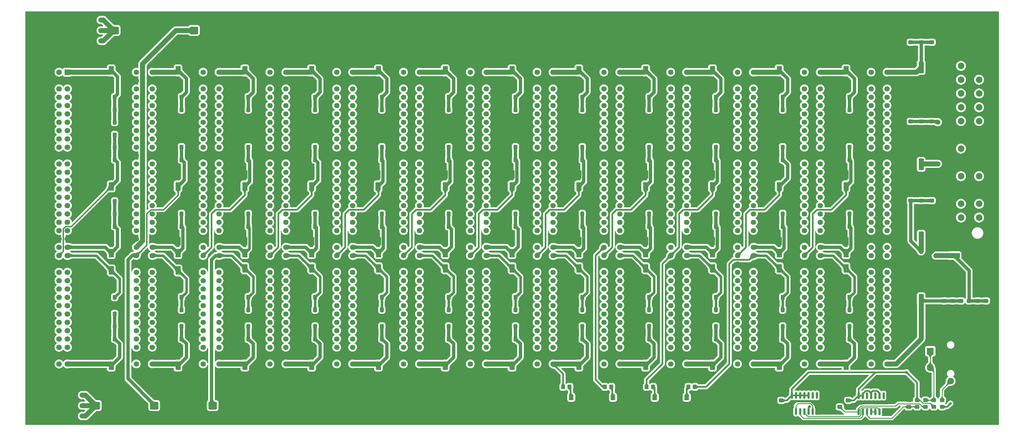
<source format=gbr>
%TF.GenerationSoftware,KiCad,Pcbnew,9.0.7*%
%TF.CreationDate,2026-02-22T19:12:49-05:00*%
%TF.ProjectId,Episode4,45706973-6f64-4653-942e-6b696361645f,2*%
%TF.SameCoordinates,Original*%
%TF.FileFunction,Copper,L1,Top*%
%TF.FilePolarity,Positive*%
%FSLAX46Y46*%
G04 Gerber Fmt 4.6, Leading zero omitted, Abs format (unit mm)*
G04 Created by KiCad (PCBNEW 9.0.7) date 2026-02-22 19:12:49*
%MOMM*%
%LPD*%
G01*
G04 APERTURE LIST*
G04 Aperture macros list*
%AMRoundRect*
0 Rectangle with rounded corners*
0 $1 Rounding radius*
0 $2 $3 $4 $5 $6 $7 $8 $9 X,Y pos of 4 corners*
0 Add a 4 corners polygon primitive as box body*
4,1,4,$2,$3,$4,$5,$6,$7,$8,$9,$2,$3,0*
0 Add four circle primitives for the rounded corners*
1,1,$1+$1,$2,$3*
1,1,$1+$1,$4,$5*
1,1,$1+$1,$6,$7*
1,1,$1+$1,$8,$9*
0 Add four rect primitives between the rounded corners*
20,1,$1+$1,$2,$3,$4,$5,0*
20,1,$1+$1,$4,$5,$6,$7,0*
20,1,$1+$1,$6,$7,$8,$9,0*
20,1,$1+$1,$8,$9,$2,$3,0*%
G04 Aperture macros list end*
%TA.AperFunction,SMDPad,CuDef*%
%ADD10RoundRect,0.250000X0.337500X0.475000X-0.337500X0.475000X-0.337500X-0.475000X0.337500X-0.475000X0*%
%TD*%
%TA.AperFunction,SMDPad,CuDef*%
%ADD11RoundRect,0.250000X-0.450000X0.350000X-0.450000X-0.350000X0.450000X-0.350000X0.450000X0.350000X0*%
%TD*%
%TA.AperFunction,SMDPad,CuDef*%
%ADD12RoundRect,0.250000X0.550000X-1.050000X0.550000X1.050000X-0.550000X1.050000X-0.550000X-1.050000X0*%
%TD*%
%TA.AperFunction,SMDPad,CuDef*%
%ADD13RoundRect,0.250000X0.475000X-0.337500X0.475000X0.337500X-0.475000X0.337500X-0.475000X-0.337500X0*%
%TD*%
%TA.AperFunction,ComponentPad*%
%ADD14C,1.638000*%
%TD*%
%TA.AperFunction,SMDPad,CuDef*%
%ADD15RoundRect,0.250000X-0.350000X-0.450000X0.350000X-0.450000X0.350000X0.450000X-0.350000X0.450000X0*%
%TD*%
%TA.AperFunction,SMDPad,CuDef*%
%ADD16RoundRect,0.250000X-0.550000X1.050000X-0.550000X-1.050000X0.550000X-1.050000X0.550000X1.050000X0*%
%TD*%
%TA.AperFunction,ComponentPad*%
%ADD17C,0.800000*%
%TD*%
%TA.AperFunction,ComponentPad*%
%ADD18C,7.000000*%
%TD*%
%TA.AperFunction,SMDPad,CuDef*%
%ADD19RoundRect,0.250000X-1.000000X-0.900000X1.000000X-0.900000X1.000000X0.900000X-1.000000X0.900000X0*%
%TD*%
%TA.AperFunction,SMDPad,CuDef*%
%ADD20RoundRect,0.250000X-0.475000X0.337500X-0.475000X-0.337500X0.475000X-0.337500X0.475000X0.337500X0*%
%TD*%
%TA.AperFunction,ComponentPad*%
%ADD21R,2.100000X2.100000*%
%TD*%
%TA.AperFunction,ComponentPad*%
%ADD22C,2.100000*%
%TD*%
%TA.AperFunction,ComponentPad*%
%ADD23C,1.950000*%
%TD*%
%TA.AperFunction,SMDPad,CuDef*%
%ADD24RoundRect,0.250000X1.500000X0.550000X-1.500000X0.550000X-1.500000X-0.550000X1.500000X-0.550000X0*%
%TD*%
%TA.AperFunction,SMDPad,CuDef*%
%ADD25RoundRect,0.150000X0.150000X-0.825000X0.150000X0.825000X-0.150000X0.825000X-0.150000X-0.825000X0*%
%TD*%
%TA.AperFunction,SMDPad,CuDef*%
%ADD26RoundRect,0.250001X-0.462499X-0.624999X0.462499X-0.624999X0.462499X0.624999X-0.462499X0.624999X0*%
%TD*%
%TA.AperFunction,SMDPad,CuDef*%
%ADD27RoundRect,0.250000X0.550000X-1.500000X0.550000X1.500000X-0.550000X1.500000X-0.550000X-1.500000X0*%
%TD*%
%TA.AperFunction,ComponentPad*%
%ADD28C,2.000000*%
%TD*%
%TA.AperFunction,SMDPad,CuDef*%
%ADD29RoundRect,0.250000X-0.550000X1.500000X-0.550000X-1.500000X0.550000X-1.500000X0.550000X1.500000X0*%
%TD*%
%TA.AperFunction,ComponentPad*%
%ADD30R,1.700000X1.700000*%
%TD*%
%TA.AperFunction,ComponentPad*%
%ADD31C,1.700000*%
%TD*%
%TA.AperFunction,SMDPad,CuDef*%
%ADD32RoundRect,0.250000X0.450000X-0.350000X0.450000X0.350000X-0.450000X0.350000X-0.450000X-0.350000X0*%
%TD*%
%TA.AperFunction,SMDPad,CuDef*%
%ADD33RoundRect,0.250000X1.000000X0.900000X-1.000000X0.900000X-1.000000X-0.900000X1.000000X-0.900000X0*%
%TD*%
%TA.AperFunction,SMDPad,CuDef*%
%ADD34RoundRect,0.250000X0.350000X0.450000X-0.350000X0.450000X-0.350000X-0.450000X0.350000X-0.450000X0*%
%TD*%
%TA.AperFunction,ViaPad*%
%ADD35C,1.500000*%
%TD*%
%TA.AperFunction,ViaPad*%
%ADD36C,0.800000*%
%TD*%
%TA.AperFunction,Conductor*%
%ADD37C,1.500000*%
%TD*%
%TA.AperFunction,Conductor*%
%ADD38C,1.000000*%
%TD*%
%TA.AperFunction,Conductor*%
%ADD39C,0.750000*%
%TD*%
%TA.AperFunction,Conductor*%
%ADD40C,0.500000*%
%TD*%
%TA.AperFunction,Conductor*%
%ADD41C,0.400000*%
%TD*%
%TA.AperFunction,Conductor*%
%ADD42C,0.250000*%
%TD*%
G04 APERTURE END LIST*
D10*
%TO.P,C23,1*%
%TO.N,+12V*%
X48027500Y-45720000D03*
%TO.P,C23,2*%
%TO.N,GND*%
X45952500Y-45720000D03*
%TD*%
%TO.P,C17,1*%
%TO.N,+5V*%
X27707500Y-100330000D03*
%TO.P,C17,2*%
%TO.N,GND*%
X25632500Y-100330000D03*
%TD*%
D11*
%TO.P,R8,1*%
%TO.N,Net-(SW1-A)*%
X279400000Y-119015000D03*
%TO.P,R8,2*%
%TO.N,+5V*%
X279400000Y-121015000D03*
%TD*%
D10*
%TO.P,C128,1*%
%TO.N,+12V*%
X190267500Y-45720000D03*
%TO.P,C128,2*%
%TO.N,GND*%
X188192500Y-45720000D03*
%TD*%
%TO.P,C35,1*%
%TO.N,+5V*%
X68347500Y-26670000D03*
%TO.P,C35,2*%
%TO.N,GND*%
X66272500Y-26670000D03*
%TD*%
%TO.P,C47,1*%
%TO.N,+5V*%
X68347500Y-100330000D03*
%TO.P,C47,2*%
%TO.N,GND*%
X66272500Y-100330000D03*
%TD*%
D12*
%TO.P,C58,1*%
%TO.N,GND*%
X87630000Y-82445000D03*
%TO.P,C58,2*%
%TO.N,-12V*%
X87630000Y-78845000D03*
%TD*%
D13*
%TO.P,C192,1*%
%TO.N,+5V*%
X269875000Y-9927500D03*
%TO.P,C192,2*%
%TO.N,GND*%
X269875000Y-7852500D03*
%TD*%
D14*
%TO.P,J2,1,A1*%
%TO.N,+5V*%
X39141000Y-19050000D03*
%TO.P,J2,2,B1*%
X34290000Y-19050000D03*
%TO.P,J2,3,A2*%
%TO.N,GND*%
X39141000Y-21590000D03*
%TO.P,J2,4,B2*%
X34290000Y-21590000D03*
%TO.P,J2,5,A3*%
%TO.N,/A0*%
X39141000Y-24130000D03*
%TO.P,J2,6,B3*%
%TO.N,/Q*%
X34290000Y-24130000D03*
%TO.P,J2,7,A4*%
%TO.N,/A1*%
X39141000Y-26670000D03*
%TO.P,J2,8,B4*%
%TO.N,/E*%
X34290000Y-26670000D03*
%TO.P,J2,9,A5*%
%TO.N,/A2*%
X39141000Y-29210000D03*
%TO.P,J2,10,B5*%
%TO.N,/~{RD}*%
X34290000Y-29210000D03*
%TO.P,J2,11,A6*%
%TO.N,/A3*%
X39141000Y-31750000D03*
%TO.P,J2,12,B6*%
%TO.N,/~{WR}*%
X34290000Y-31750000D03*
%TO.P,J2,13,A7*%
%TO.N,/A4*%
X39141000Y-34290000D03*
%TO.P,J2,14,B7*%
%TO.N,/R{slash}~{W}*%
X34290000Y-34290000D03*
%TO.P,J2,15,A8*%
%TO.N,/A5*%
X39141000Y-36830000D03*
%TO.P,J2,16,B8*%
%TO.N,/~{CBLK}*%
X34290000Y-36830000D03*
%TO.P,J2,17,A9*%
%TO.N,/A6*%
X39141000Y-39370000D03*
%TO.P,J2,18,B9*%
%TO.N,/~{IORQ}*%
X34290000Y-39370000D03*
%TO.P,J2,19,A10*%
%TO.N,/A7*%
X39141000Y-41910000D03*
%TO.P,J2,20,B10*%
%TO.N,/~{MREQ}*%
X34290000Y-41910000D03*
%TO.P,J2,21,A11*%
%TO.N,GND*%
X39141000Y-44450000D03*
%TO.P,J2,22,B11*%
X34290000Y-44450000D03*
%TO.P,J2,23,A12*%
%TO.N,/A8*%
X39141000Y-46990000D03*
%TO.P,J2,24,B12*%
%TO.N,/BA*%
X34290000Y-46990000D03*
%TO.P,J2,25,A13*%
%TO.N,/A9*%
X39141000Y-49530000D03*
%TO.P,J2,26,B13*%
%TO.N,/BS*%
X34290000Y-49530000D03*
%TO.P,J2,27,A14*%
%TO.N,/A10*%
X39141000Y-52070000D03*
%TO.P,J2,28,B14*%
%TO.N,/USR1*%
X34290000Y-52070000D03*
%TO.P,J2,29,A15*%
%TO.N,/A11*%
X39141000Y-54610000D03*
%TO.P,J2,30,B15*%
%TO.N,/USR2*%
X34290000Y-54610000D03*
%TO.P,J2,31,A16*%
%TO.N,/A12*%
X39141000Y-57150000D03*
%TO.P,J2,32,B16*%
%TO.N,/USR3*%
X34290000Y-57150000D03*
%TO.P,J2,33,A17*%
%TO.N,/A13*%
X39141000Y-59690000D03*
%TO.P,J2,34,B17*%
%TO.N,/USR4*%
X34290000Y-59690000D03*
%TO.P,J2,35,A18*%
%TO.N,/A14*%
X39141000Y-62230000D03*
%TO.P,J2,36,B18*%
%TO.N,/~{BREQ}*%
X34290000Y-62230000D03*
%TO.P,J2,37,A19*%
%TO.N,/A15*%
X39141000Y-64770000D03*
%TO.P,J2,38,B19*%
%TO.N,/~{HALT}*%
X34290000Y-64770000D03*
%TO.P,J2,39,A20*%
%TO.N,/~{RESET}*%
X39141000Y-67310000D03*
%TO.P,J2,40,B20*%
%TO.N,/~{MRDY}*%
X34290000Y-67310000D03*
%TO.P,J2,41,A21*%
%TO.N,GND*%
X39141000Y-69850000D03*
%TO.P,J2,42,B21*%
X34290000Y-69850000D03*
%TO.P,J2,43,A22*%
%TO.N,+3V3*%
X39141000Y-72390000D03*
%TO.P,J2,44,B22*%
X34290000Y-72390000D03*
%TO.P,J2,45,A23*%
%TO.N,-12V*%
X39141000Y-74930000D03*
%TO.P,J2,46,B23*%
%TO.N,+12V*%
X34290000Y-74930000D03*
%TO.P,J2,47,A24*%
%TO.N,GND*%
X39141000Y-77470000D03*
%TO.P,J2,48,B24*%
X34290000Y-77470000D03*
%TO.P,J2,49,A25*%
%TO.N,/~{RAM_{oe}}*%
X39141000Y-80010000D03*
%TO.P,J2,50,B25*%
%TO.N,/~{FIRQ1}*%
X34290000Y-80010000D03*
%TO.P,J2,51,A26*%
%TO.N,/~{MMU_{en}}*%
X39141000Y-82550000D03*
%TO.P,J2,52,B26*%
%TO.N,/~{FIRQ2}*%
X34290000Y-82550000D03*
%TO.P,J2,53,A27*%
%TO.N,/D0*%
X39141000Y-85090000D03*
%TO.P,J2,54,B27*%
%TO.N,/~{FIRQ3}*%
X34290000Y-85090000D03*
%TO.P,J2,55,A28*%
%TO.N,/D1*%
X39141000Y-87630000D03*
%TO.P,J2,56,B28*%
%TO.N,/~{IRQ1}*%
X34290000Y-87630000D03*
%TO.P,J2,57,A29*%
%TO.N,/D2*%
X39141000Y-90170000D03*
%TO.P,J2,58,B29*%
%TO.N,/~{IRQ2}*%
X34290000Y-90170000D03*
%TO.P,J2,59,A30*%
%TO.N,/D3*%
X39141000Y-92710000D03*
%TO.P,J2,60,B30*%
%TO.N,/~{IRQ3}*%
X34290000Y-92710000D03*
%TO.P,J2,61,A31*%
%TO.N,/D4*%
X39141000Y-95250000D03*
%TO.P,J2,62,B31*%
%TO.N,/~{IRQ4}*%
X34290000Y-95250000D03*
%TO.P,J2,63,A32*%
%TO.N,/D5*%
X39141000Y-97790000D03*
%TO.P,J2,64,B32*%
%TO.N,/~{IRQ5}*%
X34290000Y-97790000D03*
%TO.P,J2,65,A33*%
%TO.N,/D6*%
X39141000Y-100330000D03*
%TO.P,J2,66,B33*%
%TO.N,/~{IRQ6}*%
X34290000Y-100330000D03*
%TO.P,J2,67,A34*%
%TO.N,/D7*%
X39141000Y-102870000D03*
%TO.P,J2,68,B34*%
%TO.N,/~{IRQ7}*%
X34290000Y-102870000D03*
%TO.P,J2,69,A35*%
%TO.N,GND*%
X39141000Y-105410000D03*
%TO.P,J2,70,B35*%
X34290000Y-105410000D03*
%TO.P,J2,71,A36*%
%TO.N,+5V*%
X39141000Y-107950000D03*
%TO.P,J2,72,B36*%
X34290000Y-107950000D03*
%TD*%
D10*
%TO.P,C22,1*%
%TO.N,+12V*%
X48027500Y-41910000D03*
%TO.P,C22,2*%
%TO.N,GND*%
X45952500Y-41910000D03*
%TD*%
D12*
%TO.P,C48,1*%
%TO.N,+5V*%
X67310000Y-108480000D03*
%TO.P,C48,2*%
%TO.N,GND*%
X67310000Y-104880000D03*
%TD*%
D10*
%TO.P,C14,1*%
%TO.N,-12V*%
X27707500Y-87630000D03*
%TO.P,C14,2*%
%TO.N,GND*%
X25632500Y-87630000D03*
%TD*%
D13*
%TO.P,C198,1*%
%TO.N,+5V*%
X276225000Y-9927500D03*
%TO.P,C198,2*%
%TO.N,GND*%
X276225000Y-7852500D03*
%TD*%
D10*
%TO.P,C89,1*%
%TO.N,-12V*%
X129307500Y-87630000D03*
%TO.P,C89,2*%
%TO.N,GND*%
X127232500Y-87630000D03*
%TD*%
D15*
%TO.P,R1,1*%
%TO.N,+5V*%
X164100000Y-114935000D03*
%TO.P,R1,2*%
%TO.N,Net-(D1-A)*%
X166100000Y-114935000D03*
%TD*%
D10*
%TO.P,C80,1*%
%TO.N,+5V*%
X129307500Y-26670000D03*
%TO.P,C80,2*%
%TO.N,GND*%
X127232500Y-26670000D03*
%TD*%
D16*
%TO.P,C64,1*%
%TO.N,+5V*%
X107950000Y-18520000D03*
%TO.P,C64,2*%
%TO.N,GND*%
X107950000Y-22120000D03*
%TD*%
D12*
%TO.P,C24,1*%
%TO.N,+12V*%
X46990000Y-53870000D03*
%TO.P,C24,2*%
%TO.N,GND*%
X46990000Y-50270000D03*
%TD*%
D10*
%TO.P,C161,1*%
%TO.N,+3V3*%
X230907500Y-66040000D03*
%TO.P,C161,2*%
%TO.N,GND*%
X228832500Y-66040000D03*
%TD*%
%TO.P,C122,1*%
%TO.N,+5V*%
X169947500Y-100330000D03*
%TO.P,C122,2*%
%TO.N,GND*%
X167872500Y-100330000D03*
%TD*%
D14*
%TO.P,J3,1,A1*%
%TO.N,+5V*%
X59461000Y-19050000D03*
%TO.P,J3,2,B1*%
X54610000Y-19050000D03*
%TO.P,J3,3,A2*%
%TO.N,GND*%
X59461000Y-21590000D03*
%TO.P,J3,4,B2*%
X54610000Y-21590000D03*
%TO.P,J3,5,A3*%
%TO.N,/A0*%
X59461000Y-24130000D03*
%TO.P,J3,6,B3*%
%TO.N,/Q*%
X54610000Y-24130000D03*
%TO.P,J3,7,A4*%
%TO.N,/A1*%
X59461000Y-26670000D03*
%TO.P,J3,8,B4*%
%TO.N,/E*%
X54610000Y-26670000D03*
%TO.P,J3,9,A5*%
%TO.N,/A2*%
X59461000Y-29210000D03*
%TO.P,J3,10,B5*%
%TO.N,/~{RD}*%
X54610000Y-29210000D03*
%TO.P,J3,11,A6*%
%TO.N,/A3*%
X59461000Y-31750000D03*
%TO.P,J3,12,B6*%
%TO.N,/~{WR}*%
X54610000Y-31750000D03*
%TO.P,J3,13,A7*%
%TO.N,/A4*%
X59461000Y-34290000D03*
%TO.P,J3,14,B7*%
%TO.N,/R{slash}~{W}*%
X54610000Y-34290000D03*
%TO.P,J3,15,A8*%
%TO.N,/A5*%
X59461000Y-36830000D03*
%TO.P,J3,16,B8*%
%TO.N,/~{CBLK}*%
X54610000Y-36830000D03*
%TO.P,J3,17,A9*%
%TO.N,/A6*%
X59461000Y-39370000D03*
%TO.P,J3,18,B9*%
%TO.N,/~{IORQ}*%
X54610000Y-39370000D03*
%TO.P,J3,19,A10*%
%TO.N,/A7*%
X59461000Y-41910000D03*
%TO.P,J3,20,B10*%
%TO.N,/~{MREQ}*%
X54610000Y-41910000D03*
%TO.P,J3,21,A11*%
%TO.N,GND*%
X59461000Y-44450000D03*
%TO.P,J3,22,B11*%
X54610000Y-44450000D03*
%TO.P,J3,23,A12*%
%TO.N,/A8*%
X59461000Y-46990000D03*
%TO.P,J3,24,B12*%
%TO.N,/BA*%
X54610000Y-46990000D03*
%TO.P,J3,25,A13*%
%TO.N,/A9*%
X59461000Y-49530000D03*
%TO.P,J3,26,B13*%
%TO.N,/BS*%
X54610000Y-49530000D03*
%TO.P,J3,27,A14*%
%TO.N,/A10*%
X59461000Y-52070000D03*
%TO.P,J3,28,B14*%
%TO.N,/USR1*%
X54610000Y-52070000D03*
%TO.P,J3,29,A15*%
%TO.N,/A11*%
X59461000Y-54610000D03*
%TO.P,J3,30,B15*%
%TO.N,/USR2*%
X54610000Y-54610000D03*
%TO.P,J3,31,A16*%
%TO.N,/A12*%
X59461000Y-57150000D03*
%TO.P,J3,32,B16*%
%TO.N,/USR3*%
X54610000Y-57150000D03*
%TO.P,J3,33,A17*%
%TO.N,/A13*%
X59461000Y-59690000D03*
%TO.P,J3,34,B17*%
%TO.N,/USR4*%
X54610000Y-59690000D03*
%TO.P,J3,35,A18*%
%TO.N,/A14*%
X59461000Y-62230000D03*
%TO.P,J3,36,B18*%
%TO.N,/~{BREQ}*%
X54610000Y-62230000D03*
%TO.P,J3,37,A19*%
%TO.N,/A15*%
X59461000Y-64770000D03*
%TO.P,J3,38,B19*%
%TO.N,/~{HALT}*%
X54610000Y-64770000D03*
%TO.P,J3,39,A20*%
%TO.N,/~{RESET}*%
X59461000Y-67310000D03*
%TO.P,J3,40,B20*%
%TO.N,/~{MRDY}*%
X54610000Y-67310000D03*
%TO.P,J3,41,A21*%
%TO.N,GND*%
X59461000Y-69850000D03*
%TO.P,J3,42,B21*%
X54610000Y-69850000D03*
%TO.P,J3,43,A22*%
%TO.N,+3V3*%
X59461000Y-72390000D03*
%TO.P,J3,44,B22*%
X54610000Y-72390000D03*
%TO.P,J3,45,A23*%
%TO.N,-12V*%
X59461000Y-74930000D03*
%TO.P,J3,46,B23*%
%TO.N,+12V*%
X54610000Y-74930000D03*
%TO.P,J3,47,A24*%
%TO.N,GND*%
X59461000Y-77470000D03*
%TO.P,J3,48,B24*%
X54610000Y-77470000D03*
%TO.P,J3,49,A25*%
%TO.N,/~{RAM_{oe}}*%
X59461000Y-80010000D03*
%TO.P,J3,50,B25*%
%TO.N,/~{FIRQ1}*%
X54610000Y-80010000D03*
%TO.P,J3,51,A26*%
%TO.N,/~{MMU_{en}}*%
X59461000Y-82550000D03*
%TO.P,J3,52,B26*%
%TO.N,/~{FIRQ2}*%
X54610000Y-82550000D03*
%TO.P,J3,53,A27*%
%TO.N,/D0*%
X59461000Y-85090000D03*
%TO.P,J3,54,B27*%
%TO.N,/~{FIRQ3}*%
X54610000Y-85090000D03*
%TO.P,J3,55,A28*%
%TO.N,/D1*%
X59461000Y-87630000D03*
%TO.P,J3,56,B28*%
%TO.N,/~{IRQ1}*%
X54610000Y-87630000D03*
%TO.P,J3,57,A29*%
%TO.N,/D2*%
X59461000Y-90170000D03*
%TO.P,J3,58,B29*%
%TO.N,/~{IRQ2}*%
X54610000Y-90170000D03*
%TO.P,J3,59,A30*%
%TO.N,/D3*%
X59461000Y-92710000D03*
%TO.P,J3,60,B30*%
%TO.N,/~{IRQ3}*%
X54610000Y-92710000D03*
%TO.P,J3,61,A31*%
%TO.N,/D4*%
X59461000Y-95250000D03*
%TO.P,J3,62,B31*%
%TO.N,/~{IRQ4}*%
X54610000Y-95250000D03*
%TO.P,J3,63,A32*%
%TO.N,/D5*%
X59461000Y-97790000D03*
%TO.P,J3,64,B32*%
%TO.N,/~{IRQ5}*%
X54610000Y-97790000D03*
%TO.P,J3,65,A33*%
%TO.N,/D6*%
X59461000Y-100330000D03*
%TO.P,J3,66,B33*%
%TO.N,/~{IRQ6}*%
X54610000Y-100330000D03*
%TO.P,J3,67,A34*%
%TO.N,/D7*%
X59461000Y-102870000D03*
%TO.P,J3,68,B34*%
%TO.N,/~{IRQ7}*%
X54610000Y-102870000D03*
%TO.P,J3,69,A35*%
%TO.N,GND*%
X59461000Y-105410000D03*
%TO.P,J3,70,B35*%
X54610000Y-105410000D03*
%TO.P,J3,71,A36*%
%TO.N,+5V*%
X59461000Y-107950000D03*
%TO.P,J3,72,B36*%
X54610000Y-107950000D03*
%TD*%
D12*
%TO.P,C144,1*%
%TO.N,+12V*%
X209550000Y-53870000D03*
%TO.P,C144,2*%
%TO.N,GND*%
X209550000Y-50270000D03*
%TD*%
D10*
%TO.P,C125,1*%
%TO.N,+5V*%
X190267500Y-26670000D03*
%TO.P,C125,2*%
%TO.N,GND*%
X188192500Y-26670000D03*
%TD*%
D12*
%TO.P,C73,1*%
%TO.N,GND*%
X107950000Y-82445000D03*
%TO.P,C73,2*%
%TO.N,-12V*%
X107950000Y-78845000D03*
%TD*%
D17*
%TO.P,H10,1,1*%
%TO.N,GND*%
X288205000Y-120650000D03*
X288973845Y-118793845D03*
X288973845Y-122506155D03*
X290830000Y-118025000D03*
D18*
X290830000Y-120650000D03*
D17*
X290830000Y-123275000D03*
X292686155Y-118793845D03*
X292686155Y-122506155D03*
X293455000Y-120650000D03*
%TD*%
D13*
%TO.P,C185,1*%
%TO.N,Net-(C2-Pad1)*%
X248285000Y-121052500D03*
%TO.P,C185,2*%
%TO.N,GND*%
X248285000Y-118977500D03*
%TD*%
D10*
%TO.P,C71,1*%
%TO.N,+3V3*%
X108987500Y-66040000D03*
%TO.P,C71,2*%
%TO.N,GND*%
X106912500Y-66040000D03*
%TD*%
%TO.P,C40,1*%
%TO.N,+3V3*%
X68347500Y-62230000D03*
%TO.P,C40,2*%
%TO.N,GND*%
X66272500Y-62230000D03*
%TD*%
%TO.P,C96,1*%
%TO.N,+5V*%
X149627500Y-30480000D03*
%TO.P,C96,2*%
%TO.N,GND*%
X147552500Y-30480000D03*
%TD*%
D17*
%TO.P,H2,1,1*%
%TO.N,GND*%
X3725000Y-120650000D03*
X4493845Y-118793845D03*
X4493845Y-122506155D03*
X6350000Y-118025000D03*
D18*
X6350000Y-120650000D03*
D17*
X6350000Y-123275000D03*
X8206155Y-118793845D03*
X8206155Y-122506155D03*
X8975000Y-120650000D03*
%TD*%
D10*
%TO.P,C131,1*%
%TO.N,+3V3*%
X190267500Y-66040000D03*
%TO.P,C131,2*%
%TO.N,GND*%
X188192500Y-66040000D03*
%TD*%
D13*
%TO.P,C196,1*%
%TO.N,+3V3*%
X273050000Y-34057500D03*
%TO.P,C196,2*%
%TO.N,GND*%
X273050000Y-31982500D03*
%TD*%
D12*
%TO.P,C117,1*%
%TO.N,+3V3*%
X168910000Y-74190000D03*
%TO.P,C117,2*%
%TO.N,GND*%
X168910000Y-70590000D03*
%TD*%
%TO.P,C12,1*%
%TO.N,+3V3*%
X26670000Y-74190000D03*
%TO.P,C12,2*%
%TO.N,GND*%
X26670000Y-70590000D03*
%TD*%
D10*
%TO.P,C126,1*%
%TO.N,+5V*%
X190267500Y-30480000D03*
%TO.P,C126,2*%
%TO.N,GND*%
X188192500Y-30480000D03*
%TD*%
D19*
%TO.P,D4,1,A1*%
%TO.N,+3V3*%
X51825000Y-6350000D03*
%TO.P,D4,2,A2*%
%TO.N,GND*%
X56125000Y-6350000D03*
%TD*%
D10*
%TO.P,C120,1*%
%TO.N,-12V*%
X169947500Y-91440000D03*
%TO.P,C120,2*%
%TO.N,GND*%
X167872500Y-91440000D03*
%TD*%
%TO.P,C11,1*%
%TO.N,+3V3*%
X27707500Y-66040000D03*
%TO.P,C11,2*%
%TO.N,GND*%
X25632500Y-66040000D03*
%TD*%
D12*
%TO.P,C123,1*%
%TO.N,+5V*%
X168910000Y-108480000D03*
%TO.P,C123,2*%
%TO.N,GND*%
X168910000Y-104880000D03*
%TD*%
D13*
%TO.P,C197,1*%
%TO.N,+12V*%
X273050000Y-58187500D03*
%TO.P,C197,2*%
%TO.N,GND*%
X273050000Y-56112500D03*
%TD*%
D10*
%TO.P,C76,1*%
%TO.N,+5V*%
X108987500Y-96520000D03*
%TO.P,C76,2*%
%TO.N,GND*%
X106912500Y-96520000D03*
%TD*%
D12*
%TO.P,C63,1*%
%TO.N,+5V*%
X87630000Y-108480000D03*
%TO.P,C63,2*%
%TO.N,GND*%
X87630000Y-104880000D03*
%TD*%
D10*
%TO.P,C59,1*%
%TO.N,-12V*%
X88667500Y-87630000D03*
%TO.P,C59,2*%
%TO.N,GND*%
X86592500Y-87630000D03*
%TD*%
%TO.P,C107,1*%
%TO.N,+5V*%
X149627500Y-100330000D03*
%TO.P,C107,2*%
%TO.N,GND*%
X147552500Y-100330000D03*
%TD*%
D16*
%TO.P,C154,1*%
%TO.N,+5V*%
X229870000Y-18520000D03*
%TO.P,C154,2*%
%TO.N,GND*%
X229870000Y-22120000D03*
%TD*%
D14*
%TO.P,J7,1,A1*%
%TO.N,+5V*%
X140741000Y-19050000D03*
%TO.P,J7,2,B1*%
X135890000Y-19050000D03*
%TO.P,J7,3,A2*%
%TO.N,GND*%
X140741000Y-21590000D03*
%TO.P,J7,4,B2*%
X135890000Y-21590000D03*
%TO.P,J7,5,A3*%
%TO.N,/A0*%
X140741000Y-24130000D03*
%TO.P,J7,6,B3*%
%TO.N,/Q*%
X135890000Y-24130000D03*
%TO.P,J7,7,A4*%
%TO.N,/A1*%
X140741000Y-26670000D03*
%TO.P,J7,8,B4*%
%TO.N,/E*%
X135890000Y-26670000D03*
%TO.P,J7,9,A5*%
%TO.N,/A2*%
X140741000Y-29210000D03*
%TO.P,J7,10,B5*%
%TO.N,/~{RD}*%
X135890000Y-29210000D03*
%TO.P,J7,11,A6*%
%TO.N,/A3*%
X140741000Y-31750000D03*
%TO.P,J7,12,B6*%
%TO.N,/~{WR}*%
X135890000Y-31750000D03*
%TO.P,J7,13,A7*%
%TO.N,/A4*%
X140741000Y-34290000D03*
%TO.P,J7,14,B7*%
%TO.N,/R{slash}~{W}*%
X135890000Y-34290000D03*
%TO.P,J7,15,A8*%
%TO.N,/A5*%
X140741000Y-36830000D03*
%TO.P,J7,16,B8*%
%TO.N,/~{CBLK}*%
X135890000Y-36830000D03*
%TO.P,J7,17,A9*%
%TO.N,/A6*%
X140741000Y-39370000D03*
%TO.P,J7,18,B9*%
%TO.N,/~{IORQ}*%
X135890000Y-39370000D03*
%TO.P,J7,19,A10*%
%TO.N,/A7*%
X140741000Y-41910000D03*
%TO.P,J7,20,B10*%
%TO.N,/~{MREQ}*%
X135890000Y-41910000D03*
%TO.P,J7,21,A11*%
%TO.N,GND*%
X140741000Y-44450000D03*
%TO.P,J7,22,B11*%
X135890000Y-44450000D03*
%TO.P,J7,23,A12*%
%TO.N,/A8*%
X140741000Y-46990000D03*
%TO.P,J7,24,B12*%
%TO.N,/BA*%
X135890000Y-46990000D03*
%TO.P,J7,25,A13*%
%TO.N,/A9*%
X140741000Y-49530000D03*
%TO.P,J7,26,B13*%
%TO.N,/BS*%
X135890000Y-49530000D03*
%TO.P,J7,27,A14*%
%TO.N,/A10*%
X140741000Y-52070000D03*
%TO.P,J7,28,B14*%
%TO.N,/USR1*%
X135890000Y-52070000D03*
%TO.P,J7,29,A15*%
%TO.N,/A11*%
X140741000Y-54610000D03*
%TO.P,J7,30,B15*%
%TO.N,/USR2*%
X135890000Y-54610000D03*
%TO.P,J7,31,A16*%
%TO.N,/A12*%
X140741000Y-57150000D03*
%TO.P,J7,32,B16*%
%TO.N,/USR3*%
X135890000Y-57150000D03*
%TO.P,J7,33,A17*%
%TO.N,/A13*%
X140741000Y-59690000D03*
%TO.P,J7,34,B17*%
%TO.N,/USR4*%
X135890000Y-59690000D03*
%TO.P,J7,35,A18*%
%TO.N,/A14*%
X140741000Y-62230000D03*
%TO.P,J7,36,B18*%
%TO.N,/~{BREQ}*%
X135890000Y-62230000D03*
%TO.P,J7,37,A19*%
%TO.N,/A15*%
X140741000Y-64770000D03*
%TO.P,J7,38,B19*%
%TO.N,/~{HALT}*%
X135890000Y-64770000D03*
%TO.P,J7,39,A20*%
%TO.N,/~{RESET}*%
X140741000Y-67310000D03*
%TO.P,J7,40,B20*%
%TO.N,/~{MRDY}*%
X135890000Y-67310000D03*
%TO.P,J7,41,A21*%
%TO.N,GND*%
X140741000Y-69850000D03*
%TO.P,J7,42,B21*%
X135890000Y-69850000D03*
%TO.P,J7,43,A22*%
%TO.N,+3V3*%
X140741000Y-72390000D03*
%TO.P,J7,44,B22*%
X135890000Y-72390000D03*
%TO.P,J7,45,A23*%
%TO.N,-12V*%
X140741000Y-74930000D03*
%TO.P,J7,46,B23*%
%TO.N,+12V*%
X135890000Y-74930000D03*
%TO.P,J7,47,A24*%
%TO.N,GND*%
X140741000Y-77470000D03*
%TO.P,J7,48,B24*%
X135890000Y-77470000D03*
%TO.P,J7,49,A25*%
%TO.N,/~{RAM_{oe}}*%
X140741000Y-80010000D03*
%TO.P,J7,50,B25*%
%TO.N,/~{FIRQ1}*%
X135890000Y-80010000D03*
%TO.P,J7,51,A26*%
%TO.N,/~{MMU_{en}}*%
X140741000Y-82550000D03*
%TO.P,J7,52,B26*%
%TO.N,/~{FIRQ2}*%
X135890000Y-82550000D03*
%TO.P,J7,53,A27*%
%TO.N,/D0*%
X140741000Y-85090000D03*
%TO.P,J7,54,B27*%
%TO.N,/~{FIRQ3}*%
X135890000Y-85090000D03*
%TO.P,J7,55,A28*%
%TO.N,/D1*%
X140741000Y-87630000D03*
%TO.P,J7,56,B28*%
%TO.N,/~{IRQ1}*%
X135890000Y-87630000D03*
%TO.P,J7,57,A29*%
%TO.N,/D2*%
X140741000Y-90170000D03*
%TO.P,J7,58,B29*%
%TO.N,/~{IRQ2}*%
X135890000Y-90170000D03*
%TO.P,J7,59,A30*%
%TO.N,/D3*%
X140741000Y-92710000D03*
%TO.P,J7,60,B30*%
%TO.N,/~{IRQ3}*%
X135890000Y-92710000D03*
%TO.P,J7,61,A31*%
%TO.N,/D4*%
X140741000Y-95250000D03*
%TO.P,J7,62,B31*%
%TO.N,/~{IRQ4}*%
X135890000Y-95250000D03*
%TO.P,J7,63,A32*%
%TO.N,/D5*%
X140741000Y-97790000D03*
%TO.P,J7,64,B32*%
%TO.N,/~{IRQ5}*%
X135890000Y-97790000D03*
%TO.P,J7,65,A33*%
%TO.N,/D6*%
X140741000Y-100330000D03*
%TO.P,J7,66,B33*%
%TO.N,/~{IRQ6}*%
X135890000Y-100330000D03*
%TO.P,J7,67,A34*%
%TO.N,/D7*%
X140741000Y-102870000D03*
%TO.P,J7,68,B34*%
%TO.N,/~{IRQ7}*%
X135890000Y-102870000D03*
%TO.P,J7,69,A35*%
%TO.N,GND*%
X140741000Y-105410000D03*
%TO.P,J7,70,B35*%
X135890000Y-105410000D03*
%TO.P,J7,71,A36*%
%TO.N,+5V*%
X140741000Y-107950000D03*
%TO.P,J7,72,B36*%
X135890000Y-107950000D03*
%TD*%
D10*
%TO.P,C113,1*%
%TO.N,+12V*%
X169947500Y-45720000D03*
%TO.P,C113,2*%
%TO.N,GND*%
X167872500Y-45720000D03*
%TD*%
D20*
%TO.P,C203,1*%
%TO.N,+5V*%
X282575000Y-88730000D03*
%TO.P,C203,2*%
%TO.N,GND*%
X282575000Y-90805000D03*
%TD*%
D10*
%TO.P,C158,1*%
%TO.N,+12V*%
X230907500Y-45720000D03*
%TO.P,C158,2*%
%TO.N,GND*%
X228832500Y-45720000D03*
%TD*%
%TO.P,C36,1*%
%TO.N,+5V*%
X68347500Y-30480000D03*
%TO.P,C36,2*%
%TO.N,GND*%
X66272500Y-30480000D03*
%TD*%
%TO.P,C156,1*%
%TO.N,+5V*%
X230907500Y-30480000D03*
%TO.P,C156,2*%
%TO.N,GND*%
X228832500Y-30480000D03*
%TD*%
%TO.P,C26,1*%
%TO.N,+3V3*%
X48027500Y-66040000D03*
%TO.P,C26,2*%
%TO.N,GND*%
X45952500Y-66040000D03*
%TD*%
D12*
%TO.P,C114,1*%
%TO.N,+12V*%
X168910000Y-53870000D03*
%TO.P,C114,2*%
%TO.N,GND*%
X168910000Y-50270000D03*
%TD*%
D21*
%TO.P,SW1,1,1*%
%TO.N,Net-(R2-Pad2)*%
X275815000Y-104053000D03*
D22*
%TO.P,SW1,2,2*%
%TO.N,GND*%
X288215000Y-104053000D03*
%TO.P,SW1,3,3*%
%TO.N,Net-(R2-Pad2)*%
X275815000Y-109053000D03*
%TO.P,SW1,4,4*%
%TO.N,GND*%
X288215000Y-109053000D03*
D23*
%TO.P,SW1,5,K*%
X282015000Y-99953000D03*
%TO.P,SW1,6,A*%
%TO.N,Net-(SW1-A)*%
X282015000Y-113153000D03*
%TD*%
D20*
%TO.P,C207,1*%
%TO.N,-12V*%
X292735000Y-88730000D03*
%TO.P,C207,2*%
%TO.N,GND*%
X292735000Y-90805000D03*
%TD*%
D10*
%TO.P,C137,1*%
%TO.N,+5V*%
X190267500Y-100330000D03*
%TO.P,C137,2*%
%TO.N,GND*%
X188192500Y-100330000D03*
%TD*%
%TO.P,C142,1*%
%TO.N,+12V*%
X210587500Y-41910000D03*
%TO.P,C142,2*%
%TO.N,GND*%
X208512500Y-41910000D03*
%TD*%
%TO.P,C66,1*%
%TO.N,+5V*%
X108987500Y-30480000D03*
%TO.P,C66,2*%
%TO.N,GND*%
X106912500Y-30480000D03*
%TD*%
%TO.P,C68,1*%
%TO.N,+12V*%
X108987500Y-45720000D03*
%TO.P,C68,2*%
%TO.N,GND*%
X106912500Y-45720000D03*
%TD*%
D12*
%TO.P,C184,1*%
%TO.N,+5V*%
X250190000Y-108480000D03*
%TO.P,C184,2*%
%TO.N,GND*%
X250190000Y-104880000D03*
%TD*%
%TO.P,C133,1*%
%TO.N,GND*%
X189230000Y-82445000D03*
%TO.P,C133,2*%
%TO.N,-12V*%
X189230000Y-78845000D03*
%TD*%
D10*
%TO.P,C61,1*%
%TO.N,+5V*%
X88667500Y-96520000D03*
%TO.P,C61,2*%
%TO.N,GND*%
X86592500Y-96520000D03*
%TD*%
D14*
%TO.P,J9,1,A1*%
%TO.N,+5V*%
X181381000Y-19050000D03*
%TO.P,J9,2,B1*%
X176530000Y-19050000D03*
%TO.P,J9,3,A2*%
%TO.N,GND*%
X181381000Y-21590000D03*
%TO.P,J9,4,B2*%
X176530000Y-21590000D03*
%TO.P,J9,5,A3*%
%TO.N,/A0*%
X181381000Y-24130000D03*
%TO.P,J9,6,B3*%
%TO.N,/Q*%
X176530000Y-24130000D03*
%TO.P,J9,7,A4*%
%TO.N,/A1*%
X181381000Y-26670000D03*
%TO.P,J9,8,B4*%
%TO.N,/E*%
X176530000Y-26670000D03*
%TO.P,J9,9,A5*%
%TO.N,/A2*%
X181381000Y-29210000D03*
%TO.P,J9,10,B5*%
%TO.N,/~{RD}*%
X176530000Y-29210000D03*
%TO.P,J9,11,A6*%
%TO.N,/A3*%
X181381000Y-31750000D03*
%TO.P,J9,12,B6*%
%TO.N,/~{WR}*%
X176530000Y-31750000D03*
%TO.P,J9,13,A7*%
%TO.N,/A4*%
X181381000Y-34290000D03*
%TO.P,J9,14,B7*%
%TO.N,/R{slash}~{W}*%
X176530000Y-34290000D03*
%TO.P,J9,15,A8*%
%TO.N,/A5*%
X181381000Y-36830000D03*
%TO.P,J9,16,B8*%
%TO.N,/~{CBLK}*%
X176530000Y-36830000D03*
%TO.P,J9,17,A9*%
%TO.N,/A6*%
X181381000Y-39370000D03*
%TO.P,J9,18,B9*%
%TO.N,/~{IORQ}*%
X176530000Y-39370000D03*
%TO.P,J9,19,A10*%
%TO.N,/A7*%
X181381000Y-41910000D03*
%TO.P,J9,20,B10*%
%TO.N,/~{MREQ}*%
X176530000Y-41910000D03*
%TO.P,J9,21,A11*%
%TO.N,GND*%
X181381000Y-44450000D03*
%TO.P,J9,22,B11*%
X176530000Y-44450000D03*
%TO.P,J9,23,A12*%
%TO.N,/A8*%
X181381000Y-46990000D03*
%TO.P,J9,24,B12*%
%TO.N,/BA*%
X176530000Y-46990000D03*
%TO.P,J9,25,A13*%
%TO.N,/A9*%
X181381000Y-49530000D03*
%TO.P,J9,26,B13*%
%TO.N,/BS*%
X176530000Y-49530000D03*
%TO.P,J9,27,A14*%
%TO.N,/A10*%
X181381000Y-52070000D03*
%TO.P,J9,28,B14*%
%TO.N,/USR1*%
X176530000Y-52070000D03*
%TO.P,J9,29,A15*%
%TO.N,/A11*%
X181381000Y-54610000D03*
%TO.P,J9,30,B15*%
%TO.N,/USR2*%
X176530000Y-54610000D03*
%TO.P,J9,31,A16*%
%TO.N,/A12*%
X181381000Y-57150000D03*
%TO.P,J9,32,B16*%
%TO.N,/USR3*%
X176530000Y-57150000D03*
%TO.P,J9,33,A17*%
%TO.N,/A13*%
X181381000Y-59690000D03*
%TO.P,J9,34,B17*%
%TO.N,/USR4*%
X176530000Y-59690000D03*
%TO.P,J9,35,A18*%
%TO.N,/A14*%
X181381000Y-62230000D03*
%TO.P,J9,36,B18*%
%TO.N,/~{BREQ}*%
X176530000Y-62230000D03*
%TO.P,J9,37,A19*%
%TO.N,/A15*%
X181381000Y-64770000D03*
%TO.P,J9,38,B19*%
%TO.N,/~{HALT}*%
X176530000Y-64770000D03*
%TO.P,J9,39,A20*%
%TO.N,/~{RESET}*%
X181381000Y-67310000D03*
%TO.P,J9,40,B20*%
%TO.N,/~{MRDY}*%
X176530000Y-67310000D03*
%TO.P,J9,41,A21*%
%TO.N,GND*%
X181381000Y-69850000D03*
%TO.P,J9,42,B21*%
X176530000Y-69850000D03*
%TO.P,J9,43,A22*%
%TO.N,+3V3*%
X181381000Y-72390000D03*
%TO.P,J9,44,B22*%
X176530000Y-72390000D03*
%TO.P,J9,45,A23*%
%TO.N,-12V*%
X181381000Y-74930000D03*
%TO.P,J9,46,B23*%
%TO.N,+12V*%
X176530000Y-74930000D03*
%TO.P,J9,47,A24*%
%TO.N,GND*%
X181381000Y-77470000D03*
%TO.P,J9,48,B24*%
X176530000Y-77470000D03*
%TO.P,J9,49,A25*%
%TO.N,/~{RAM_{oe}}*%
X181381000Y-80010000D03*
%TO.P,J9,50,B25*%
%TO.N,/~{FIRQ1}*%
X176530000Y-80010000D03*
%TO.P,J9,51,A26*%
%TO.N,/~{MMU_{en}}*%
X181381000Y-82550000D03*
%TO.P,J9,52,B26*%
%TO.N,/~{FIRQ2}*%
X176530000Y-82550000D03*
%TO.P,J9,53,A27*%
%TO.N,/D0*%
X181381000Y-85090000D03*
%TO.P,J9,54,B27*%
%TO.N,/~{FIRQ3}*%
X176530000Y-85090000D03*
%TO.P,J9,55,A28*%
%TO.N,/D1*%
X181381000Y-87630000D03*
%TO.P,J9,56,B28*%
%TO.N,/~{IRQ1}*%
X176530000Y-87630000D03*
%TO.P,J9,57,A29*%
%TO.N,/D2*%
X181381000Y-90170000D03*
%TO.P,J9,58,B29*%
%TO.N,/~{IRQ2}*%
X176530000Y-90170000D03*
%TO.P,J9,59,A30*%
%TO.N,/D3*%
X181381000Y-92710000D03*
%TO.P,J9,60,B30*%
%TO.N,/~{IRQ3}*%
X176530000Y-92710000D03*
%TO.P,J9,61,A31*%
%TO.N,/D4*%
X181381000Y-95250000D03*
%TO.P,J9,62,B31*%
%TO.N,/~{IRQ4}*%
X176530000Y-95250000D03*
%TO.P,J9,63,A32*%
%TO.N,/D5*%
X181381000Y-97790000D03*
%TO.P,J9,64,B32*%
%TO.N,/~{IRQ5}*%
X176530000Y-97790000D03*
%TO.P,J9,65,A33*%
%TO.N,/D6*%
X181381000Y-100330000D03*
%TO.P,J9,66,B33*%
%TO.N,/~{IRQ6}*%
X176530000Y-100330000D03*
%TO.P,J9,67,A34*%
%TO.N,/D7*%
X181381000Y-102870000D03*
%TO.P,J9,68,B34*%
%TO.N,/~{IRQ7}*%
X176530000Y-102870000D03*
%TO.P,J9,69,A35*%
%TO.N,GND*%
X181381000Y-105410000D03*
%TO.P,J9,70,B35*%
X176530000Y-105410000D03*
%TO.P,J9,71,A36*%
%TO.N,+5V*%
X181381000Y-107950000D03*
%TO.P,J9,72,B36*%
X176530000Y-107950000D03*
%TD*%
%TO.P,J11,1,A1*%
%TO.N,+5V*%
X222021000Y-19050000D03*
%TO.P,J11,2,B1*%
X217170000Y-19050000D03*
%TO.P,J11,3,A2*%
%TO.N,GND*%
X222021000Y-21590000D03*
%TO.P,J11,4,B2*%
X217170000Y-21590000D03*
%TO.P,J11,5,A3*%
%TO.N,/A0*%
X222021000Y-24130000D03*
%TO.P,J11,6,B3*%
%TO.N,/Q*%
X217170000Y-24130000D03*
%TO.P,J11,7,A4*%
%TO.N,/A1*%
X222021000Y-26670000D03*
%TO.P,J11,8,B4*%
%TO.N,/E*%
X217170000Y-26670000D03*
%TO.P,J11,9,A5*%
%TO.N,/A2*%
X222021000Y-29210000D03*
%TO.P,J11,10,B5*%
%TO.N,/~{RD}*%
X217170000Y-29210000D03*
%TO.P,J11,11,A6*%
%TO.N,/A3*%
X222021000Y-31750000D03*
%TO.P,J11,12,B6*%
%TO.N,/~{WR}*%
X217170000Y-31750000D03*
%TO.P,J11,13,A7*%
%TO.N,/A4*%
X222021000Y-34290000D03*
%TO.P,J11,14,B7*%
%TO.N,/R{slash}~{W}*%
X217170000Y-34290000D03*
%TO.P,J11,15,A8*%
%TO.N,/A5*%
X222021000Y-36830000D03*
%TO.P,J11,16,B8*%
%TO.N,/~{CBLK}*%
X217170000Y-36830000D03*
%TO.P,J11,17,A9*%
%TO.N,/A6*%
X222021000Y-39370000D03*
%TO.P,J11,18,B9*%
%TO.N,/~{IORQ}*%
X217170000Y-39370000D03*
%TO.P,J11,19,A10*%
%TO.N,/A7*%
X222021000Y-41910000D03*
%TO.P,J11,20,B10*%
%TO.N,/~{MREQ}*%
X217170000Y-41910000D03*
%TO.P,J11,21,A11*%
%TO.N,GND*%
X222021000Y-44450000D03*
%TO.P,J11,22,B11*%
X217170000Y-44450000D03*
%TO.P,J11,23,A12*%
%TO.N,/A8*%
X222021000Y-46990000D03*
%TO.P,J11,24,B12*%
%TO.N,/BA*%
X217170000Y-46990000D03*
%TO.P,J11,25,A13*%
%TO.N,/A9*%
X222021000Y-49530000D03*
%TO.P,J11,26,B13*%
%TO.N,/BS*%
X217170000Y-49530000D03*
%TO.P,J11,27,A14*%
%TO.N,/A10*%
X222021000Y-52070000D03*
%TO.P,J11,28,B14*%
%TO.N,/USR1*%
X217170000Y-52070000D03*
%TO.P,J11,29,A15*%
%TO.N,/A11*%
X222021000Y-54610000D03*
%TO.P,J11,30,B15*%
%TO.N,/USR2*%
X217170000Y-54610000D03*
%TO.P,J11,31,A16*%
%TO.N,/A12*%
X222021000Y-57150000D03*
%TO.P,J11,32,B16*%
%TO.N,/USR3*%
X217170000Y-57150000D03*
%TO.P,J11,33,A17*%
%TO.N,/A13*%
X222021000Y-59690000D03*
%TO.P,J11,34,B17*%
%TO.N,/USR4*%
X217170000Y-59690000D03*
%TO.P,J11,35,A18*%
%TO.N,/A14*%
X222021000Y-62230000D03*
%TO.P,J11,36,B18*%
%TO.N,/~{BREQ}*%
X217170000Y-62230000D03*
%TO.P,J11,37,A19*%
%TO.N,/A15*%
X222021000Y-64770000D03*
%TO.P,J11,38,B19*%
%TO.N,/~{HALT}*%
X217170000Y-64770000D03*
%TO.P,J11,39,A20*%
%TO.N,/~{RESET}*%
X222021000Y-67310000D03*
%TO.P,J11,40,B20*%
%TO.N,/~{MRDY}*%
X217170000Y-67310000D03*
%TO.P,J11,41,A21*%
%TO.N,GND*%
X222021000Y-69850000D03*
%TO.P,J11,42,B21*%
X217170000Y-69850000D03*
%TO.P,J11,43,A22*%
%TO.N,+3V3*%
X222021000Y-72390000D03*
%TO.P,J11,44,B22*%
X217170000Y-72390000D03*
%TO.P,J11,45,A23*%
%TO.N,-12V*%
X222021000Y-74930000D03*
%TO.P,J11,46,B23*%
%TO.N,+12V*%
X217170000Y-74930000D03*
%TO.P,J11,47,A24*%
%TO.N,GND*%
X222021000Y-77470000D03*
%TO.P,J11,48,B24*%
X217170000Y-77470000D03*
%TO.P,J11,49,A25*%
%TO.N,/~{RAM_{oe}}*%
X222021000Y-80010000D03*
%TO.P,J11,50,B25*%
%TO.N,/~{FIRQ1}*%
X217170000Y-80010000D03*
%TO.P,J11,51,A26*%
%TO.N,/~{MMU_{en}}*%
X222021000Y-82550000D03*
%TO.P,J11,52,B26*%
%TO.N,/~{FIRQ2}*%
X217170000Y-82550000D03*
%TO.P,J11,53,A27*%
%TO.N,/D0*%
X222021000Y-85090000D03*
%TO.P,J11,54,B27*%
%TO.N,/~{FIRQ3}*%
X217170000Y-85090000D03*
%TO.P,J11,55,A28*%
%TO.N,/D1*%
X222021000Y-87630000D03*
%TO.P,J11,56,B28*%
%TO.N,/~{IRQ1}*%
X217170000Y-87630000D03*
%TO.P,J11,57,A29*%
%TO.N,/D2*%
X222021000Y-90170000D03*
%TO.P,J11,58,B29*%
%TO.N,/~{IRQ2}*%
X217170000Y-90170000D03*
%TO.P,J11,59,A30*%
%TO.N,/D3*%
X222021000Y-92710000D03*
%TO.P,J11,60,B30*%
%TO.N,/~{IRQ3}*%
X217170000Y-92710000D03*
%TO.P,J11,61,A31*%
%TO.N,/D4*%
X222021000Y-95250000D03*
%TO.P,J11,62,B31*%
%TO.N,/~{IRQ4}*%
X217170000Y-95250000D03*
%TO.P,J11,63,A32*%
%TO.N,/D5*%
X222021000Y-97790000D03*
%TO.P,J11,64,B32*%
%TO.N,/~{IRQ5}*%
X217170000Y-97790000D03*
%TO.P,J11,65,A33*%
%TO.N,/D6*%
X222021000Y-100330000D03*
%TO.P,J11,66,B33*%
%TO.N,/~{IRQ6}*%
X217170000Y-100330000D03*
%TO.P,J11,67,A34*%
%TO.N,/D7*%
X222021000Y-102870000D03*
%TO.P,J11,68,B34*%
%TO.N,/~{IRQ7}*%
X217170000Y-102870000D03*
%TO.P,J11,69,A35*%
%TO.N,GND*%
X222021000Y-105410000D03*
%TO.P,J11,70,B35*%
X217170000Y-105410000D03*
%TO.P,J11,71,A36*%
%TO.N,+5V*%
X222021000Y-107950000D03*
%TO.P,J11,72,B36*%
X217170000Y-107950000D03*
%TD*%
D10*
%TO.P,C165,1*%
%TO.N,-12V*%
X230907500Y-91440000D03*
%TO.P,C165,2*%
%TO.N,GND*%
X228832500Y-91440000D03*
%TD*%
%TO.P,C130,1*%
%TO.N,+3V3*%
X190267500Y-62230000D03*
%TO.P,C130,2*%
%TO.N,GND*%
X188192500Y-62230000D03*
%TD*%
%TO.P,C183,1*%
%TO.N,+5V*%
X251227500Y-100330000D03*
%TO.P,C183,2*%
%TO.N,GND*%
X249152500Y-100330000D03*
%TD*%
D12*
%TO.P,C178,1*%
%TO.N,+3V3*%
X250190000Y-74190000D03*
%TO.P,C178,2*%
%TO.N,GND*%
X250190000Y-70590000D03*
%TD*%
%TO.P,C99,1*%
%TO.N,+12V*%
X148590000Y-53870000D03*
%TO.P,C99,2*%
%TO.N,GND*%
X148590000Y-50270000D03*
%TD*%
D10*
%TO.P,C160,1*%
%TO.N,+3V3*%
X230907500Y-62230000D03*
%TO.P,C160,2*%
%TO.N,GND*%
X228832500Y-62230000D03*
%TD*%
D12*
%TO.P,C168,1*%
%TO.N,+5V*%
X229870000Y-108480000D03*
%TO.P,C168,2*%
%TO.N,GND*%
X229870000Y-104880000D03*
%TD*%
D16*
%TO.P,C49,1*%
%TO.N,+5V*%
X87630000Y-18520000D03*
%TO.P,C49,2*%
%TO.N,GND*%
X87630000Y-22120000D03*
%TD*%
D10*
%TO.P,C77,1*%
%TO.N,+5V*%
X108987500Y-100330000D03*
%TO.P,C77,2*%
%TO.N,GND*%
X106912500Y-100330000D03*
%TD*%
D20*
%TO.P,C204,1*%
%TO.N,+5V*%
X285115000Y-88730000D03*
%TO.P,C204,2*%
%TO.N,GND*%
X285115000Y-90805000D03*
%TD*%
D12*
%TO.P,C13,1*%
%TO.N,GND*%
X26670000Y-83080000D03*
%TO.P,C13,2*%
%TO.N,-12V*%
X26670000Y-79480000D03*
%TD*%
D10*
%TO.P,C21,1*%
%TO.N,+5V*%
X48027500Y-30480000D03*
%TO.P,C21,2*%
%TO.N,GND*%
X45952500Y-30480000D03*
%TD*%
D14*
%TO.P,J13,1,A1*%
%TO.N,+5V*%
X262661000Y-19050000D03*
%TO.P,J13,2,B1*%
X257810000Y-19050000D03*
%TO.P,J13,3,A2*%
%TO.N,GND*%
X262661000Y-21590000D03*
%TO.P,J13,4,B2*%
X257810000Y-21590000D03*
%TO.P,J13,5,A3*%
%TO.N,/A0*%
X262661000Y-24130000D03*
%TO.P,J13,6,B3*%
%TO.N,/Q*%
X257810000Y-24130000D03*
%TO.P,J13,7,A4*%
%TO.N,/A1*%
X262661000Y-26670000D03*
%TO.P,J13,8,B4*%
%TO.N,/E*%
X257810000Y-26670000D03*
%TO.P,J13,9,A5*%
%TO.N,/A2*%
X262661000Y-29210000D03*
%TO.P,J13,10,B5*%
%TO.N,/~{RD}*%
X257810000Y-29210000D03*
%TO.P,J13,11,A6*%
%TO.N,/A3*%
X262661000Y-31750000D03*
%TO.P,J13,12,B6*%
%TO.N,/~{WR}*%
X257810000Y-31750000D03*
%TO.P,J13,13,A7*%
%TO.N,/A4*%
X262661000Y-34290000D03*
%TO.P,J13,14,B7*%
%TO.N,/R{slash}~{W}*%
X257810000Y-34290000D03*
%TO.P,J13,15,A8*%
%TO.N,/A5*%
X262661000Y-36830000D03*
%TO.P,J13,16,B8*%
%TO.N,/~{CBLK}*%
X257810000Y-36830000D03*
%TO.P,J13,17,A9*%
%TO.N,/A6*%
X262661000Y-39370000D03*
%TO.P,J13,18,B9*%
%TO.N,/~{IORQ}*%
X257810000Y-39370000D03*
%TO.P,J13,19,A10*%
%TO.N,/A7*%
X262661000Y-41910000D03*
%TO.P,J13,20,B10*%
%TO.N,/~{MREQ}*%
X257810000Y-41910000D03*
%TO.P,J13,21,A11*%
%TO.N,GND*%
X262661000Y-44450000D03*
%TO.P,J13,22,B11*%
X257810000Y-44450000D03*
%TO.P,J13,23,A12*%
%TO.N,/A8*%
X262661000Y-46990000D03*
%TO.P,J13,24,B12*%
%TO.N,/BA*%
X257810000Y-46990000D03*
%TO.P,J13,25,A13*%
%TO.N,/A9*%
X262661000Y-49530000D03*
%TO.P,J13,26,B13*%
%TO.N,/BS*%
X257810000Y-49530000D03*
%TO.P,J13,27,A14*%
%TO.N,/A10*%
X262661000Y-52070000D03*
%TO.P,J13,28,B14*%
%TO.N,/USR1*%
X257810000Y-52070000D03*
%TO.P,J13,29,A15*%
%TO.N,/A11*%
X262661000Y-54610000D03*
%TO.P,J13,30,B15*%
%TO.N,/USR2*%
X257810000Y-54610000D03*
%TO.P,J13,31,A16*%
%TO.N,/A12*%
X262661000Y-57150000D03*
%TO.P,J13,32,B16*%
%TO.N,/USR3*%
X257810000Y-57150000D03*
%TO.P,J13,33,A17*%
%TO.N,/A13*%
X262661000Y-59690000D03*
%TO.P,J13,34,B17*%
%TO.N,/USR4*%
X257810000Y-59690000D03*
%TO.P,J13,35,A18*%
%TO.N,/A14*%
X262661000Y-62230000D03*
%TO.P,J13,36,B18*%
%TO.N,/~{BREQ}*%
X257810000Y-62230000D03*
%TO.P,J13,37,A19*%
%TO.N,/A15*%
X262661000Y-64770000D03*
%TO.P,J13,38,B19*%
%TO.N,/~{HALT}*%
X257810000Y-64770000D03*
%TO.P,J13,39,A20*%
%TO.N,/~{RESET}*%
X262661000Y-67310000D03*
%TO.P,J13,40,B20*%
%TO.N,/~{MRDY}*%
X257810000Y-67310000D03*
%TO.P,J13,41,A21*%
%TO.N,GND*%
X262661000Y-69850000D03*
%TO.P,J13,42,B21*%
X257810000Y-69850000D03*
%TO.P,J13,43,A22*%
%TO.N,+3V3*%
X262661000Y-72390000D03*
%TO.P,J13,44,B22*%
X257810000Y-72390000D03*
%TO.P,J13,45,A23*%
%TO.N,-12V*%
X262661000Y-74930000D03*
%TO.P,J13,46,B23*%
%TO.N,+12V*%
X257810000Y-74930000D03*
%TO.P,J13,47,A24*%
%TO.N,GND*%
X262661000Y-77470000D03*
%TO.P,J13,48,B24*%
X257810000Y-77470000D03*
%TO.P,J13,49,A25*%
%TO.N,/~{RAM_{oe}}*%
X262661000Y-80010000D03*
%TO.P,J13,50,B25*%
%TO.N,/~{FIRQ1}*%
X257810000Y-80010000D03*
%TO.P,J13,51,A26*%
%TO.N,/~{MMU_{en}}*%
X262661000Y-82550000D03*
%TO.P,J13,52,B26*%
%TO.N,/~{FIRQ2}*%
X257810000Y-82550000D03*
%TO.P,J13,53,A27*%
%TO.N,/D0*%
X262661000Y-85090000D03*
%TO.P,J13,54,B27*%
%TO.N,/~{FIRQ3}*%
X257810000Y-85090000D03*
%TO.P,J13,55,A28*%
%TO.N,/D1*%
X262661000Y-87630000D03*
%TO.P,J13,56,B28*%
%TO.N,/~{IRQ1}*%
X257810000Y-87630000D03*
%TO.P,J13,57,A29*%
%TO.N,/D2*%
X262661000Y-90170000D03*
%TO.P,J13,58,B29*%
%TO.N,/~{IRQ2}*%
X257810000Y-90170000D03*
%TO.P,J13,59,A30*%
%TO.N,/D3*%
X262661000Y-92710000D03*
%TO.P,J13,60,B30*%
%TO.N,/~{IRQ3}*%
X257810000Y-92710000D03*
%TO.P,J13,61,A31*%
%TO.N,/D4*%
X262661000Y-95250000D03*
%TO.P,J13,62,B31*%
%TO.N,/~{IRQ4}*%
X257810000Y-95250000D03*
%TO.P,J13,63,A32*%
%TO.N,/D5*%
X262661000Y-97790000D03*
%TO.P,J13,64,B32*%
%TO.N,/~{IRQ5}*%
X257810000Y-97790000D03*
%TO.P,J13,65,A33*%
%TO.N,/D6*%
X262661000Y-100330000D03*
%TO.P,J13,66,B33*%
%TO.N,/~{IRQ6}*%
X257810000Y-100330000D03*
%TO.P,J13,67,A34*%
%TO.N,/D7*%
X262661000Y-102870000D03*
%TO.P,J13,68,B34*%
%TO.N,/~{IRQ7}*%
X257810000Y-102870000D03*
%TO.P,J13,69,A35*%
%TO.N,GND*%
X262661000Y-105410000D03*
%TO.P,J13,70,B35*%
X257810000Y-105410000D03*
%TO.P,J13,71,A36*%
%TO.N,+5V*%
X262661000Y-107950000D03*
%TO.P,J13,72,B36*%
X257810000Y-107950000D03*
%TD*%
D10*
%TO.P,C31,1*%
%TO.N,+5V*%
X48027500Y-96520000D03*
%TO.P,C31,2*%
%TO.N,GND*%
X45952500Y-96520000D03*
%TD*%
D20*
%TO.P,C206,1*%
%TO.N,-12V*%
X290195000Y-88730000D03*
%TO.P,C206,2*%
%TO.N,GND*%
X290195000Y-90805000D03*
%TD*%
D10*
%TO.P,C119,1*%
%TO.N,-12V*%
X169947500Y-87630000D03*
%TO.P,C119,2*%
%TO.N,GND*%
X167872500Y-87630000D03*
%TD*%
%TO.P,C127,1*%
%TO.N,+12V*%
X190267500Y-41910000D03*
%TO.P,C127,2*%
%TO.N,GND*%
X188192500Y-41910000D03*
%TD*%
D12*
%TO.P,C162,1*%
%TO.N,+3V3*%
X229870000Y-74190000D03*
%TO.P,C162,2*%
%TO.N,GND*%
X229870000Y-70590000D03*
%TD*%
D24*
%TO.P,C201,1*%
%TO.N,GND*%
X288450000Y-74930000D03*
%TO.P,C201,2*%
%TO.N,-12V*%
X283050000Y-74930000D03*
%TD*%
D10*
%TO.P,C45,1*%
%TO.N,-12V*%
X68347500Y-91440000D03*
%TO.P,C45,2*%
%TO.N,GND*%
X66272500Y-91440000D03*
%TD*%
D12*
%TO.P,C18,1*%
%TO.N,+5V*%
X26670000Y-108480000D03*
%TO.P,C18,2*%
%TO.N,GND*%
X26670000Y-104880000D03*
%TD*%
D10*
%TO.P,C41,1*%
%TO.N,+3V3*%
X68347500Y-66040000D03*
%TO.P,C41,2*%
%TO.N,GND*%
X66272500Y-66040000D03*
%TD*%
D14*
%TO.P,J10,1,A1*%
%TO.N,+5V*%
X201701000Y-19050000D03*
%TO.P,J10,2,B1*%
X196850000Y-19050000D03*
%TO.P,J10,3,A2*%
%TO.N,GND*%
X201701000Y-21590000D03*
%TO.P,J10,4,B2*%
X196850000Y-21590000D03*
%TO.P,J10,5,A3*%
%TO.N,/A0*%
X201701000Y-24130000D03*
%TO.P,J10,6,B3*%
%TO.N,/Q*%
X196850000Y-24130000D03*
%TO.P,J10,7,A4*%
%TO.N,/A1*%
X201701000Y-26670000D03*
%TO.P,J10,8,B4*%
%TO.N,/E*%
X196850000Y-26670000D03*
%TO.P,J10,9,A5*%
%TO.N,/A2*%
X201701000Y-29210000D03*
%TO.P,J10,10,B5*%
%TO.N,/~{RD}*%
X196850000Y-29210000D03*
%TO.P,J10,11,A6*%
%TO.N,/A3*%
X201701000Y-31750000D03*
%TO.P,J10,12,B6*%
%TO.N,/~{WR}*%
X196850000Y-31750000D03*
%TO.P,J10,13,A7*%
%TO.N,/A4*%
X201701000Y-34290000D03*
%TO.P,J10,14,B7*%
%TO.N,/R{slash}~{W}*%
X196850000Y-34290000D03*
%TO.P,J10,15,A8*%
%TO.N,/A5*%
X201701000Y-36830000D03*
%TO.P,J10,16,B8*%
%TO.N,/~{CBLK}*%
X196850000Y-36830000D03*
%TO.P,J10,17,A9*%
%TO.N,/A6*%
X201701000Y-39370000D03*
%TO.P,J10,18,B9*%
%TO.N,/~{IORQ}*%
X196850000Y-39370000D03*
%TO.P,J10,19,A10*%
%TO.N,/A7*%
X201701000Y-41910000D03*
%TO.P,J10,20,B10*%
%TO.N,/~{MREQ}*%
X196850000Y-41910000D03*
%TO.P,J10,21,A11*%
%TO.N,GND*%
X201701000Y-44450000D03*
%TO.P,J10,22,B11*%
X196850000Y-44450000D03*
%TO.P,J10,23,A12*%
%TO.N,/A8*%
X201701000Y-46990000D03*
%TO.P,J10,24,B12*%
%TO.N,/BA*%
X196850000Y-46990000D03*
%TO.P,J10,25,A13*%
%TO.N,/A9*%
X201701000Y-49530000D03*
%TO.P,J10,26,B13*%
%TO.N,/BS*%
X196850000Y-49530000D03*
%TO.P,J10,27,A14*%
%TO.N,/A10*%
X201701000Y-52070000D03*
%TO.P,J10,28,B14*%
%TO.N,/USR1*%
X196850000Y-52070000D03*
%TO.P,J10,29,A15*%
%TO.N,/A11*%
X201701000Y-54610000D03*
%TO.P,J10,30,B15*%
%TO.N,/USR2*%
X196850000Y-54610000D03*
%TO.P,J10,31,A16*%
%TO.N,/A12*%
X201701000Y-57150000D03*
%TO.P,J10,32,B16*%
%TO.N,/USR3*%
X196850000Y-57150000D03*
%TO.P,J10,33,A17*%
%TO.N,/A13*%
X201701000Y-59690000D03*
%TO.P,J10,34,B17*%
%TO.N,/USR4*%
X196850000Y-59690000D03*
%TO.P,J10,35,A18*%
%TO.N,/A14*%
X201701000Y-62230000D03*
%TO.P,J10,36,B18*%
%TO.N,/~{BREQ}*%
X196850000Y-62230000D03*
%TO.P,J10,37,A19*%
%TO.N,/A15*%
X201701000Y-64770000D03*
%TO.P,J10,38,B19*%
%TO.N,/~{HALT}*%
X196850000Y-64770000D03*
%TO.P,J10,39,A20*%
%TO.N,/~{RESET}*%
X201701000Y-67310000D03*
%TO.P,J10,40,B20*%
%TO.N,/~{MRDY}*%
X196850000Y-67310000D03*
%TO.P,J10,41,A21*%
%TO.N,GND*%
X201701000Y-69850000D03*
%TO.P,J10,42,B21*%
X196850000Y-69850000D03*
%TO.P,J10,43,A22*%
%TO.N,+3V3*%
X201701000Y-72390000D03*
%TO.P,J10,44,B22*%
X196850000Y-72390000D03*
%TO.P,J10,45,A23*%
%TO.N,-12V*%
X201701000Y-74930000D03*
%TO.P,J10,46,B23*%
%TO.N,+12V*%
X196850000Y-74930000D03*
%TO.P,J10,47,A24*%
%TO.N,GND*%
X201701000Y-77470000D03*
%TO.P,J10,48,B24*%
X196850000Y-77470000D03*
%TO.P,J10,49,A25*%
%TO.N,/~{RAM_{oe}}*%
X201701000Y-80010000D03*
%TO.P,J10,50,B25*%
%TO.N,/~{FIRQ1}*%
X196850000Y-80010000D03*
%TO.P,J10,51,A26*%
%TO.N,/~{MMU_{en}}*%
X201701000Y-82550000D03*
%TO.P,J10,52,B26*%
%TO.N,/~{FIRQ2}*%
X196850000Y-82550000D03*
%TO.P,J10,53,A27*%
%TO.N,/D0*%
X201701000Y-85090000D03*
%TO.P,J10,54,B27*%
%TO.N,/~{FIRQ3}*%
X196850000Y-85090000D03*
%TO.P,J10,55,A28*%
%TO.N,/D1*%
X201701000Y-87630000D03*
%TO.P,J10,56,B28*%
%TO.N,/~{IRQ1}*%
X196850000Y-87630000D03*
%TO.P,J10,57,A29*%
%TO.N,/D2*%
X201701000Y-90170000D03*
%TO.P,J10,58,B29*%
%TO.N,/~{IRQ2}*%
X196850000Y-90170000D03*
%TO.P,J10,59,A30*%
%TO.N,/D3*%
X201701000Y-92710000D03*
%TO.P,J10,60,B30*%
%TO.N,/~{IRQ3}*%
X196850000Y-92710000D03*
%TO.P,J10,61,A31*%
%TO.N,/D4*%
X201701000Y-95250000D03*
%TO.P,J10,62,B31*%
%TO.N,/~{IRQ4}*%
X196850000Y-95250000D03*
%TO.P,J10,63,A32*%
%TO.N,/D5*%
X201701000Y-97790000D03*
%TO.P,J10,64,B32*%
%TO.N,/~{IRQ5}*%
X196850000Y-97790000D03*
%TO.P,J10,65,A33*%
%TO.N,/D6*%
X201701000Y-100330000D03*
%TO.P,J10,66,B33*%
%TO.N,/~{IRQ6}*%
X196850000Y-100330000D03*
%TO.P,J10,67,A34*%
%TO.N,/D7*%
X201701000Y-102870000D03*
%TO.P,J10,68,B34*%
%TO.N,/~{IRQ7}*%
X196850000Y-102870000D03*
%TO.P,J10,69,A35*%
%TO.N,GND*%
X201701000Y-105410000D03*
%TO.P,J10,70,B35*%
X196850000Y-105410000D03*
%TO.P,J10,71,A36*%
%TO.N,+5V*%
X201701000Y-107950000D03*
%TO.P,J10,72,B36*%
X196850000Y-107950000D03*
%TD*%
D25*
%TO.P,U2,1*%
%TO.N,Net-(C2-Pad1)*%
X254000000Y-122555000D03*
%TO.P,U2,2*%
%TO.N,Net-(U2A-C)*%
X255270000Y-122555000D03*
%TO.P,U2,3*%
%TO.N,Net-(C1-Pad1)*%
X256540000Y-122555000D03*
%TO.P,U2,4*%
%TO.N,Net-(U1-Pad4)*%
X257810000Y-122555000D03*
%TO.P,U2,5*%
X259080000Y-122555000D03*
%TO.P,U2,6*%
%TO.N,Net-(U2A-~{S})*%
X260350000Y-122555000D03*
%TO.P,U2,7,GND*%
%TO.N,GND*%
X261620000Y-122555000D03*
%TO.P,U2,8*%
%TO.N,unconnected-(U1-Pad8)*%
X261620000Y-117605000D03*
%TO.P,U2,9*%
%TO.N,VCC*%
X260350000Y-117605000D03*
%TO.P,U2,10*%
%TO.N,unconnected-(U1-Pad10)*%
X259080000Y-117605000D03*
%TO.P,U2,11*%
%TO.N,VCC*%
X257810000Y-117605000D03*
%TO.P,U2,12*%
%TO.N,unconnected-(U1-Pad12)*%
X256540000Y-117605000D03*
%TO.P,U2,13*%
%TO.N,VCC*%
X255270000Y-117605000D03*
%TO.P,U2,14,VCC*%
X254000000Y-117605000D03*
%TD*%
D26*
%TO.P,D9,1,K*%
%TO.N,Net-(D4-K)*%
X201712500Y-118110000D03*
%TO.P,D9,2,A*%
%TO.N,GND*%
X204687500Y-118110000D03*
%TD*%
D10*
%TO.P,C105,1*%
%TO.N,-12V*%
X149627500Y-91440000D03*
%TO.P,C105,2*%
%TO.N,GND*%
X147552500Y-91440000D03*
%TD*%
D20*
%TO.P,C205,1*%
%TO.N,-12V*%
X287655000Y-88730000D03*
%TO.P,C205,2*%
%TO.N,GND*%
X287655000Y-90805000D03*
%TD*%
D27*
%TO.P,C188,1*%
%TO.N,+3V3*%
X273050000Y-47150000D03*
%TO.P,C188,2*%
%TO.N,GND*%
X273050000Y-41750000D03*
%TD*%
D10*
%TO.P,C104,1*%
%TO.N,-12V*%
X149627500Y-87630000D03*
%TO.P,C104,2*%
%TO.N,GND*%
X147552500Y-87630000D03*
%TD*%
%TO.P,C135,1*%
%TO.N,-12V*%
X190267500Y-91440000D03*
%TO.P,C135,2*%
%TO.N,GND*%
X188192500Y-91440000D03*
%TD*%
D26*
%TO.P,D6,1,K*%
%TO.N,GND*%
X163612500Y-118110000D03*
%TO.P,D6,2,A*%
%TO.N,Net-(D1-A)*%
X166587500Y-118110000D03*
%TD*%
D10*
%TO.P,C46,1*%
%TO.N,+5V*%
X68347500Y-96520000D03*
%TO.P,C46,2*%
%TO.N,GND*%
X66272500Y-96520000D03*
%TD*%
%TO.P,C2,1*%
%TO.N,+5V*%
X27707500Y-26670000D03*
%TO.P,C2,2*%
%TO.N,GND*%
X25632500Y-26670000D03*
%TD*%
%TO.P,C92,1*%
%TO.N,+5V*%
X129307500Y-100330000D03*
%TO.P,C92,2*%
%TO.N,GND*%
X127232500Y-100330000D03*
%TD*%
D12*
%TO.P,C179,1*%
%TO.N,GND*%
X250190000Y-82445000D03*
%TO.P,C179,2*%
%TO.N,-12V*%
X250190000Y-78845000D03*
%TD*%
D10*
%TO.P,C150,1*%
%TO.N,-12V*%
X210587500Y-91440000D03*
%TO.P,C150,2*%
%TO.N,GND*%
X208512500Y-91440000D03*
%TD*%
%TO.P,C5,1*%
%TO.N,+12V*%
X27707500Y-38205000D03*
%TO.P,C5,2*%
%TO.N,GND*%
X25632500Y-38205000D03*
%TD*%
%TO.P,C166,1*%
%TO.N,+5V*%
X230907500Y-96520000D03*
%TO.P,C166,2*%
%TO.N,GND*%
X228832500Y-96520000D03*
%TD*%
D14*
%TO.P,J5,1,A1*%
%TO.N,+5V*%
X100101000Y-19050000D03*
%TO.P,J5,2,B1*%
X95250000Y-19050000D03*
%TO.P,J5,3,A2*%
%TO.N,GND*%
X100101000Y-21590000D03*
%TO.P,J5,4,B2*%
X95250000Y-21590000D03*
%TO.P,J5,5,A3*%
%TO.N,/A0*%
X100101000Y-24130000D03*
%TO.P,J5,6,B3*%
%TO.N,/Q*%
X95250000Y-24130000D03*
%TO.P,J5,7,A4*%
%TO.N,/A1*%
X100101000Y-26670000D03*
%TO.P,J5,8,B4*%
%TO.N,/E*%
X95250000Y-26670000D03*
%TO.P,J5,9,A5*%
%TO.N,/A2*%
X100101000Y-29210000D03*
%TO.P,J5,10,B5*%
%TO.N,/~{RD}*%
X95250000Y-29210000D03*
%TO.P,J5,11,A6*%
%TO.N,/A3*%
X100101000Y-31750000D03*
%TO.P,J5,12,B6*%
%TO.N,/~{WR}*%
X95250000Y-31750000D03*
%TO.P,J5,13,A7*%
%TO.N,/A4*%
X100101000Y-34290000D03*
%TO.P,J5,14,B7*%
%TO.N,/R{slash}~{W}*%
X95250000Y-34290000D03*
%TO.P,J5,15,A8*%
%TO.N,/A5*%
X100101000Y-36830000D03*
%TO.P,J5,16,B8*%
%TO.N,/~{CBLK}*%
X95250000Y-36830000D03*
%TO.P,J5,17,A9*%
%TO.N,/A6*%
X100101000Y-39370000D03*
%TO.P,J5,18,B9*%
%TO.N,/~{IORQ}*%
X95250000Y-39370000D03*
%TO.P,J5,19,A10*%
%TO.N,/A7*%
X100101000Y-41910000D03*
%TO.P,J5,20,B10*%
%TO.N,/~{MREQ}*%
X95250000Y-41910000D03*
%TO.P,J5,21,A11*%
%TO.N,GND*%
X100101000Y-44450000D03*
%TO.P,J5,22,B11*%
X95250000Y-44450000D03*
%TO.P,J5,23,A12*%
%TO.N,/A8*%
X100101000Y-46990000D03*
%TO.P,J5,24,B12*%
%TO.N,/BA*%
X95250000Y-46990000D03*
%TO.P,J5,25,A13*%
%TO.N,/A9*%
X100101000Y-49530000D03*
%TO.P,J5,26,B13*%
%TO.N,/BS*%
X95250000Y-49530000D03*
%TO.P,J5,27,A14*%
%TO.N,/A10*%
X100101000Y-52070000D03*
%TO.P,J5,28,B14*%
%TO.N,/USR1*%
X95250000Y-52070000D03*
%TO.P,J5,29,A15*%
%TO.N,/A11*%
X100101000Y-54610000D03*
%TO.P,J5,30,B15*%
%TO.N,/USR2*%
X95250000Y-54610000D03*
%TO.P,J5,31,A16*%
%TO.N,/A12*%
X100101000Y-57150000D03*
%TO.P,J5,32,B16*%
%TO.N,/USR3*%
X95250000Y-57150000D03*
%TO.P,J5,33,A17*%
%TO.N,/A13*%
X100101000Y-59690000D03*
%TO.P,J5,34,B17*%
%TO.N,/USR4*%
X95250000Y-59690000D03*
%TO.P,J5,35,A18*%
%TO.N,/A14*%
X100101000Y-62230000D03*
%TO.P,J5,36,B18*%
%TO.N,/~{BREQ}*%
X95250000Y-62230000D03*
%TO.P,J5,37,A19*%
%TO.N,/A15*%
X100101000Y-64770000D03*
%TO.P,J5,38,B19*%
%TO.N,/~{HALT}*%
X95250000Y-64770000D03*
%TO.P,J5,39,A20*%
%TO.N,/~{RESET}*%
X100101000Y-67310000D03*
%TO.P,J5,40,B20*%
%TO.N,/~{MRDY}*%
X95250000Y-67310000D03*
%TO.P,J5,41,A21*%
%TO.N,GND*%
X100101000Y-69850000D03*
%TO.P,J5,42,B21*%
X95250000Y-69850000D03*
%TO.P,J5,43,A22*%
%TO.N,+3V3*%
X100101000Y-72390000D03*
%TO.P,J5,44,B22*%
X95250000Y-72390000D03*
%TO.P,J5,45,A23*%
%TO.N,-12V*%
X100101000Y-74930000D03*
%TO.P,J5,46,B23*%
%TO.N,+12V*%
X95250000Y-74930000D03*
%TO.P,J5,47,A24*%
%TO.N,GND*%
X100101000Y-77470000D03*
%TO.P,J5,48,B24*%
X95250000Y-77470000D03*
%TO.P,J5,49,A25*%
%TO.N,/~{RAM_{oe}}*%
X100101000Y-80010000D03*
%TO.P,J5,50,B25*%
%TO.N,/~{FIRQ1}*%
X95250000Y-80010000D03*
%TO.P,J5,51,A26*%
%TO.N,/~{MMU_{en}}*%
X100101000Y-82550000D03*
%TO.P,J5,52,B26*%
%TO.N,/~{FIRQ2}*%
X95250000Y-82550000D03*
%TO.P,J5,53,A27*%
%TO.N,/D0*%
X100101000Y-85090000D03*
%TO.P,J5,54,B27*%
%TO.N,/~{FIRQ3}*%
X95250000Y-85090000D03*
%TO.P,J5,55,A28*%
%TO.N,/D1*%
X100101000Y-87630000D03*
%TO.P,J5,56,B28*%
%TO.N,/~{IRQ1}*%
X95250000Y-87630000D03*
%TO.P,J5,57,A29*%
%TO.N,/D2*%
X100101000Y-90170000D03*
%TO.P,J5,58,B29*%
%TO.N,/~{IRQ2}*%
X95250000Y-90170000D03*
%TO.P,J5,59,A30*%
%TO.N,/D3*%
X100101000Y-92710000D03*
%TO.P,J5,60,B30*%
%TO.N,/~{IRQ3}*%
X95250000Y-92710000D03*
%TO.P,J5,61,A31*%
%TO.N,/D4*%
X100101000Y-95250000D03*
%TO.P,J5,62,B31*%
%TO.N,/~{IRQ4}*%
X95250000Y-95250000D03*
%TO.P,J5,63,A32*%
%TO.N,/D5*%
X100101000Y-97790000D03*
%TO.P,J5,64,B32*%
%TO.N,/~{IRQ5}*%
X95250000Y-97790000D03*
%TO.P,J5,65,A33*%
%TO.N,/D6*%
X100101000Y-100330000D03*
%TO.P,J5,66,B33*%
%TO.N,/~{IRQ6}*%
X95250000Y-100330000D03*
%TO.P,J5,67,A34*%
%TO.N,/D7*%
X100101000Y-102870000D03*
%TO.P,J5,68,B34*%
%TO.N,/~{IRQ7}*%
X95250000Y-102870000D03*
%TO.P,J5,69,A35*%
%TO.N,GND*%
X100101000Y-105410000D03*
%TO.P,J5,70,B35*%
X95250000Y-105410000D03*
%TO.P,J5,71,A36*%
%TO.N,+5V*%
X100101000Y-107950000D03*
%TO.P,J5,72,B36*%
X95250000Y-107950000D03*
%TD*%
D10*
%TO.P,C155,1*%
%TO.N,+5V*%
X230907500Y-26670000D03*
%TO.P,C155,2*%
%TO.N,GND*%
X228832500Y-26670000D03*
%TD*%
D15*
%TO.P,R2,1*%
%TO.N,+3V3*%
X176800000Y-114935000D03*
%TO.P,R2,2*%
%TO.N,Net-(D2-A)*%
X178800000Y-114935000D03*
%TD*%
D10*
%TO.P,C110,1*%
%TO.N,+5V*%
X169947500Y-26670000D03*
%TO.P,C110,2*%
%TO.N,GND*%
X167872500Y-26670000D03*
%TD*%
%TO.P,C141,1*%
%TO.N,+5V*%
X210587500Y-30480000D03*
%TO.P,C141,2*%
%TO.N,GND*%
X208512500Y-30480000D03*
%TD*%
%TO.P,C145,1*%
%TO.N,+3V3*%
X210587500Y-62230000D03*
%TO.P,C145,2*%
%TO.N,GND*%
X208512500Y-62230000D03*
%TD*%
D28*
%TO.P,J14,1,+3.3V*%
%TO.N,unconnected-(J14-+3.3V-Pad1)*%
X285155000Y-63345000D03*
%TO.P,J14,2,+3.3V*%
%TO.N,+3V3*%
X285155000Y-59145000D03*
%TO.P,J14,3,GND*%
%TO.N,GND*%
X285155000Y-54945000D03*
%TO.P,J14,4,+5V*%
%TO.N,unconnected-(J14-+5V-Pad4)*%
X285155000Y-50745000D03*
%TO.P,J14,5,GND*%
%TO.N,GND*%
X285155000Y-46545000D03*
%TO.P,J14,6,+5V*%
%TO.N,unconnected-(J14-+5V-Pad6)*%
X285155000Y-42345000D03*
%TO.P,J14,7,GND*%
%TO.N,GND*%
X285155000Y-38145000D03*
%TO.P,J14,8,PG*%
%TO.N,unconnected-(J14-PG-Pad8)*%
X285155000Y-33945000D03*
%TO.P,J14,9,+5VSB*%
%TO.N,VCC*%
X285155000Y-29745000D03*
%TO.P,J14,10,+12V*%
%TO.N,+12V*%
X285155000Y-25545000D03*
%TO.P,J14,11,+12V*%
%TO.N,unconnected-(J14-+12V-Pad11)*%
X285155000Y-21345000D03*
%TO.P,J14,12,+3.3V*%
%TO.N,+3V3*%
X285155000Y-17145000D03*
%TO.P,J14,13,+3.3V*%
%TO.N,unconnected-(J14-+3.3V-Pad13)*%
X290655000Y-63345000D03*
%TO.P,J14,14,-12V*%
%TO.N,-12V*%
X290655000Y-59145000D03*
%TO.P,J14,15,GND*%
%TO.N,GND*%
X290655000Y-54945000D03*
%TO.P,J14,16,~{PS_ON}*%
%TO.N,/~{PS_ON}*%
X290655000Y-50745000D03*
%TO.P,J14,17,GND*%
%TO.N,GND*%
X290655000Y-46545000D03*
%TO.P,J14,18,GND*%
X290655000Y-42345000D03*
%TO.P,J14,19,GND*%
X290655000Y-38145000D03*
%TO.P,J14,20,NC*%
%TO.N,unconnected-(J14-NC-Pad20)*%
X290655000Y-33945000D03*
%TO.P,J14,21,+5V*%
%TO.N,+5V*%
X290655000Y-29745000D03*
%TO.P,J14,22,+5V*%
X290655000Y-25545000D03*
%TO.P,J14,23,+5V*%
X290655000Y-21345000D03*
%TO.P,J14,24,GND*%
%TO.N,GND*%
X290655000Y-17145000D03*
%TD*%
D16*
%TO.P,C19,1*%
%TO.N,+5V*%
X46990000Y-18520000D03*
%TO.P,C19,2*%
%TO.N,GND*%
X46990000Y-22120000D03*
%TD*%
D10*
%TO.P,C38,1*%
%TO.N,+12V*%
X68347500Y-45720000D03*
%TO.P,C38,2*%
%TO.N,GND*%
X66272500Y-45720000D03*
%TD*%
D26*
%TO.P,D7,1,K*%
%TO.N,GND*%
X176312500Y-118110000D03*
%TO.P,D7,2,A*%
%TO.N,Net-(D2-A)*%
X179287500Y-118110000D03*
%TD*%
D10*
%TO.P,C95,1*%
%TO.N,+5V*%
X149627500Y-26670000D03*
%TO.P,C95,2*%
%TO.N,GND*%
X147552500Y-26670000D03*
%TD*%
D12*
%TO.P,C33,1*%
%TO.N,+5V*%
X46990000Y-108480000D03*
%TO.P,C33,2*%
%TO.N,GND*%
X46990000Y-104880000D03*
%TD*%
D10*
%TO.P,C140,1*%
%TO.N,+5V*%
X210587500Y-26670000D03*
%TO.P,C140,2*%
%TO.N,GND*%
X208512500Y-26670000D03*
%TD*%
%TO.P,C20,1*%
%TO.N,+5V*%
X48027500Y-26670000D03*
%TO.P,C20,2*%
%TO.N,GND*%
X45952500Y-26670000D03*
%TD*%
D12*
%TO.P,C147,1*%
%TO.N,+3V3*%
X209550000Y-74190000D03*
%TO.P,C147,2*%
%TO.N,GND*%
X209550000Y-70590000D03*
%TD*%
D10*
%TO.P,C101,1*%
%TO.N,+3V3*%
X149627500Y-66040000D03*
%TO.P,C101,2*%
%TO.N,GND*%
X147552500Y-66040000D03*
%TD*%
%TO.P,C75,1*%
%TO.N,-12V*%
X108987500Y-91440000D03*
%TO.P,C75,2*%
%TO.N,GND*%
X106912500Y-91440000D03*
%TD*%
D13*
%TO.P,C200,1*%
%TO.N,+12V*%
X276225000Y-58187500D03*
%TO.P,C200,2*%
%TO.N,GND*%
X276225000Y-56112500D03*
%TD*%
D10*
%TO.P,C121,1*%
%TO.N,+5V*%
X169947500Y-96520000D03*
%TO.P,C121,2*%
%TO.N,GND*%
X167872500Y-96520000D03*
%TD*%
D14*
%TO.P,J6,1,A1*%
%TO.N,+5V*%
X120421000Y-19050000D03*
%TO.P,J6,2,B1*%
X115570000Y-19050000D03*
%TO.P,J6,3,A2*%
%TO.N,GND*%
X120421000Y-21590000D03*
%TO.P,J6,4,B2*%
X115570000Y-21590000D03*
%TO.P,J6,5,A3*%
%TO.N,/A0*%
X120421000Y-24130000D03*
%TO.P,J6,6,B3*%
%TO.N,/Q*%
X115570000Y-24130000D03*
%TO.P,J6,7,A4*%
%TO.N,/A1*%
X120421000Y-26670000D03*
%TO.P,J6,8,B4*%
%TO.N,/E*%
X115570000Y-26670000D03*
%TO.P,J6,9,A5*%
%TO.N,/A2*%
X120421000Y-29210000D03*
%TO.P,J6,10,B5*%
%TO.N,/~{RD}*%
X115570000Y-29210000D03*
%TO.P,J6,11,A6*%
%TO.N,/A3*%
X120421000Y-31750000D03*
%TO.P,J6,12,B6*%
%TO.N,/~{WR}*%
X115570000Y-31750000D03*
%TO.P,J6,13,A7*%
%TO.N,/A4*%
X120421000Y-34290000D03*
%TO.P,J6,14,B7*%
%TO.N,/R{slash}~{W}*%
X115570000Y-34290000D03*
%TO.P,J6,15,A8*%
%TO.N,/A5*%
X120421000Y-36830000D03*
%TO.P,J6,16,B8*%
%TO.N,/~{CBLK}*%
X115570000Y-36830000D03*
%TO.P,J6,17,A9*%
%TO.N,/A6*%
X120421000Y-39370000D03*
%TO.P,J6,18,B9*%
%TO.N,/~{IORQ}*%
X115570000Y-39370000D03*
%TO.P,J6,19,A10*%
%TO.N,/A7*%
X120421000Y-41910000D03*
%TO.P,J6,20,B10*%
%TO.N,/~{MREQ}*%
X115570000Y-41910000D03*
%TO.P,J6,21,A11*%
%TO.N,GND*%
X120421000Y-44450000D03*
%TO.P,J6,22,B11*%
X115570000Y-44450000D03*
%TO.P,J6,23,A12*%
%TO.N,/A8*%
X120421000Y-46990000D03*
%TO.P,J6,24,B12*%
%TO.N,/BA*%
X115570000Y-46990000D03*
%TO.P,J6,25,A13*%
%TO.N,/A9*%
X120421000Y-49530000D03*
%TO.P,J6,26,B13*%
%TO.N,/BS*%
X115570000Y-49530000D03*
%TO.P,J6,27,A14*%
%TO.N,/A10*%
X120421000Y-52070000D03*
%TO.P,J6,28,B14*%
%TO.N,/USR1*%
X115570000Y-52070000D03*
%TO.P,J6,29,A15*%
%TO.N,/A11*%
X120421000Y-54610000D03*
%TO.P,J6,30,B15*%
%TO.N,/USR2*%
X115570000Y-54610000D03*
%TO.P,J6,31,A16*%
%TO.N,/A12*%
X120421000Y-57150000D03*
%TO.P,J6,32,B16*%
%TO.N,/USR3*%
X115570000Y-57150000D03*
%TO.P,J6,33,A17*%
%TO.N,/A13*%
X120421000Y-59690000D03*
%TO.P,J6,34,B17*%
%TO.N,/USR4*%
X115570000Y-59690000D03*
%TO.P,J6,35,A18*%
%TO.N,/A14*%
X120421000Y-62230000D03*
%TO.P,J6,36,B18*%
%TO.N,/~{BREQ}*%
X115570000Y-62230000D03*
%TO.P,J6,37,A19*%
%TO.N,/A15*%
X120421000Y-64770000D03*
%TO.P,J6,38,B19*%
%TO.N,/~{HALT}*%
X115570000Y-64770000D03*
%TO.P,J6,39,A20*%
%TO.N,/~{RESET}*%
X120421000Y-67310000D03*
%TO.P,J6,40,B20*%
%TO.N,/~{MRDY}*%
X115570000Y-67310000D03*
%TO.P,J6,41,A21*%
%TO.N,GND*%
X120421000Y-69850000D03*
%TO.P,J6,42,B21*%
X115570000Y-69850000D03*
%TO.P,J6,43,A22*%
%TO.N,+3V3*%
X120421000Y-72390000D03*
%TO.P,J6,44,B22*%
X115570000Y-72390000D03*
%TO.P,J6,45,A23*%
%TO.N,-12V*%
X120421000Y-74930000D03*
%TO.P,J6,46,B23*%
%TO.N,+12V*%
X115570000Y-74930000D03*
%TO.P,J6,47,A24*%
%TO.N,GND*%
X120421000Y-77470000D03*
%TO.P,J6,48,B24*%
X115570000Y-77470000D03*
%TO.P,J6,49,A25*%
%TO.N,/~{RAM_{oe}}*%
X120421000Y-80010000D03*
%TO.P,J6,50,B25*%
%TO.N,/~{FIRQ1}*%
X115570000Y-80010000D03*
%TO.P,J6,51,A26*%
%TO.N,/~{MMU_{en}}*%
X120421000Y-82550000D03*
%TO.P,J6,52,B26*%
%TO.N,/~{FIRQ2}*%
X115570000Y-82550000D03*
%TO.P,J6,53,A27*%
%TO.N,/D0*%
X120421000Y-85090000D03*
%TO.P,J6,54,B27*%
%TO.N,/~{FIRQ3}*%
X115570000Y-85090000D03*
%TO.P,J6,55,A28*%
%TO.N,/D1*%
X120421000Y-87630000D03*
%TO.P,J6,56,B28*%
%TO.N,/~{IRQ1}*%
X115570000Y-87630000D03*
%TO.P,J6,57,A29*%
%TO.N,/D2*%
X120421000Y-90170000D03*
%TO.P,J6,58,B29*%
%TO.N,/~{IRQ2}*%
X115570000Y-90170000D03*
%TO.P,J6,59,A30*%
%TO.N,/D3*%
X120421000Y-92710000D03*
%TO.P,J6,60,B30*%
%TO.N,/~{IRQ3}*%
X115570000Y-92710000D03*
%TO.P,J6,61,A31*%
%TO.N,/D4*%
X120421000Y-95250000D03*
%TO.P,J6,62,B31*%
%TO.N,/~{IRQ4}*%
X115570000Y-95250000D03*
%TO.P,J6,63,A32*%
%TO.N,/D5*%
X120421000Y-97790000D03*
%TO.P,J6,64,B32*%
%TO.N,/~{IRQ5}*%
X115570000Y-97790000D03*
%TO.P,J6,65,A33*%
%TO.N,/D6*%
X120421000Y-100330000D03*
%TO.P,J6,66,B33*%
%TO.N,/~{IRQ6}*%
X115570000Y-100330000D03*
%TO.P,J6,67,A34*%
%TO.N,/D7*%
X120421000Y-102870000D03*
%TO.P,J6,68,B34*%
%TO.N,/~{IRQ7}*%
X115570000Y-102870000D03*
%TO.P,J6,69,A35*%
%TO.N,GND*%
X120421000Y-105410000D03*
%TO.P,J6,70,B35*%
X115570000Y-105410000D03*
%TO.P,J6,71,A36*%
%TO.N,+5V*%
X120421000Y-107950000D03*
%TO.P,J6,72,B36*%
X115570000Y-107950000D03*
%TD*%
D10*
%TO.P,C53,1*%
%TO.N,+12V*%
X88667500Y-45720000D03*
%TO.P,C53,2*%
%TO.N,GND*%
X86592500Y-45720000D03*
%TD*%
D12*
%TO.P,C27,1*%
%TO.N,+3V3*%
X46990000Y-74190000D03*
%TO.P,C27,2*%
%TO.N,GND*%
X46990000Y-70590000D03*
%TD*%
D13*
%TO.P,C193,1*%
%TO.N,+3V3*%
X269875000Y-34057500D03*
%TO.P,C193,2*%
%TO.N,GND*%
X269875000Y-31982500D03*
%TD*%
D16*
%TO.P,C124,1*%
%TO.N,+5V*%
X189230000Y-18520000D03*
%TO.P,C124,2*%
%TO.N,GND*%
X189230000Y-22120000D03*
%TD*%
D10*
%TO.P,C16,1*%
%TO.N,+5V*%
X27707500Y-96520000D03*
%TO.P,C16,2*%
%TO.N,GND*%
X25632500Y-96520000D03*
%TD*%
D26*
%TO.P,D8,1,K*%
%TO.N,GND*%
X189012500Y-118110000D03*
%TO.P,D8,2,A*%
%TO.N,Net-(D3-A)*%
X191987500Y-118110000D03*
%TD*%
D16*
%TO.P,C94,1*%
%TO.N,+5V*%
X148590000Y-18520000D03*
%TO.P,C94,2*%
%TO.N,GND*%
X148590000Y-22120000D03*
%TD*%
D10*
%TO.P,C134,1*%
%TO.N,-12V*%
X190267500Y-87630000D03*
%TO.P,C134,2*%
%TO.N,GND*%
X188192500Y-87630000D03*
%TD*%
%TO.P,C29,1*%
%TO.N,-12V*%
X48027500Y-87630000D03*
%TO.P,C29,2*%
%TO.N,GND*%
X45952500Y-87630000D03*
%TD*%
D29*
%TO.P,C187,1*%
%TO.N,+5V*%
X273050000Y-17620000D03*
%TO.P,C187,2*%
%TO.N,GND*%
X273050000Y-23020000D03*
%TD*%
D10*
%TO.P,C151,1*%
%TO.N,+5V*%
X210587500Y-96520000D03*
%TO.P,C151,2*%
%TO.N,GND*%
X208512500Y-96520000D03*
%TD*%
D19*
%TO.P,D2,1,A1*%
%TO.N,+5V*%
X27695000Y-6350000D03*
%TO.P,D2,2,A2*%
%TO.N,GND*%
X31995000Y-6350000D03*
%TD*%
D10*
%TO.P,C50,1*%
%TO.N,+5V*%
X88667500Y-26670000D03*
%TO.P,C50,2*%
%TO.N,GND*%
X86592500Y-26670000D03*
%TD*%
D12*
%TO.P,C84,1*%
%TO.N,+12V*%
X128270000Y-53870000D03*
%TO.P,C84,2*%
%TO.N,GND*%
X128270000Y-50270000D03*
%TD*%
%TO.P,C102,1*%
%TO.N,+3V3*%
X148590000Y-74190000D03*
%TO.P,C102,2*%
%TO.N,GND*%
X148590000Y-70590000D03*
%TD*%
D17*
%TO.P,H8,1,1*%
%TO.N,GND*%
X217085000Y-120650000D03*
X217853845Y-118793845D03*
X217853845Y-122506155D03*
X219710000Y-118025000D03*
D18*
X219710000Y-120650000D03*
D17*
X219710000Y-123275000D03*
X221566155Y-118793845D03*
X221566155Y-122506155D03*
X222335000Y-120650000D03*
%TD*%
D25*
%TO.P,U1,1,~{R}*%
%TO.N,GND*%
X233680000Y-122490000D03*
%TO.P,U1,2,D*%
%TO.N,Net-(U2A-D)*%
X234950000Y-122490000D03*
%TO.P,U1,3,C*%
%TO.N,Net-(U2A-C)*%
X236220000Y-122490000D03*
%TO.P,U1,4,~{S}*%
%TO.N,Net-(U2A-~{S})*%
X237490000Y-122490000D03*
%TO.P,U1,5,Q*%
%TO.N,/~{PS_ON}*%
X238760000Y-122490000D03*
%TO.P,U1,6,~{Q}*%
%TO.N,Net-(U2A-D)*%
X240030000Y-122490000D03*
%TO.P,U1,7,GND*%
%TO.N,GND*%
X241300000Y-122490000D03*
%TO.P,U1,8,~{Q}*%
%TO.N,unconnected-(U2B-~{Q}-Pad8)*%
X241300000Y-117540000D03*
%TO.P,U1,9,Q*%
%TO.N,unconnected-(U2B-Q-Pad9)*%
X240030000Y-117540000D03*
%TO.P,U1,10,~{S}*%
%TO.N,VCC*%
X238760000Y-117540000D03*
%TO.P,U1,11,C*%
X237490000Y-117540000D03*
%TO.P,U1,12,D*%
X236220000Y-117540000D03*
%TO.P,U1,13,~{R}*%
X234950000Y-117540000D03*
%TO.P,U1,14,VCC*%
X233680000Y-117540000D03*
%TD*%
D13*
%TO.P,C194,1*%
%TO.N,+12V*%
X269875000Y-58187500D03*
%TO.P,C194,2*%
%TO.N,GND*%
X269875000Y-56112500D03*
%TD*%
D10*
%TO.P,C157,1*%
%TO.N,+12V*%
X230907500Y-41910000D03*
%TO.P,C157,2*%
%TO.N,GND*%
X228832500Y-41910000D03*
%TD*%
%TO.P,C97,1*%
%TO.N,+12V*%
X149627500Y-41910000D03*
%TO.P,C97,2*%
%TO.N,GND*%
X147552500Y-41910000D03*
%TD*%
D13*
%TO.P,C199,1*%
%TO.N,+3V3*%
X276225000Y-34057500D03*
%TO.P,C199,2*%
%TO.N,GND*%
X276225000Y-31982500D03*
%TD*%
D10*
%TO.P,C182,1*%
%TO.N,+5V*%
X251227500Y-96520000D03*
%TO.P,C182,2*%
%TO.N,GND*%
X249152500Y-96520000D03*
%TD*%
%TO.P,C37,1*%
%TO.N,+12V*%
X68347500Y-41910000D03*
%TO.P,C37,2*%
%TO.N,GND*%
X66272500Y-41910000D03*
%TD*%
%TO.P,C90,1*%
%TO.N,-12V*%
X129307500Y-91440000D03*
%TO.P,C90,2*%
%TO.N,GND*%
X127232500Y-91440000D03*
%TD*%
D12*
%TO.P,C78,1*%
%TO.N,+5V*%
X107950000Y-108480000D03*
%TO.P,C78,2*%
%TO.N,GND*%
X107950000Y-104880000D03*
%TD*%
D16*
%TO.P,C34,1*%
%TO.N,+5V*%
X67310000Y-18520000D03*
%TO.P,C34,2*%
%TO.N,GND*%
X67310000Y-22120000D03*
%TD*%
D10*
%TO.P,C152,1*%
%TO.N,+5V*%
X210587500Y-100330000D03*
%TO.P,C152,2*%
%TO.N,GND*%
X208512500Y-100330000D03*
%TD*%
%TO.P,C30,1*%
%TO.N,-12V*%
X48027500Y-91440000D03*
%TO.P,C30,2*%
%TO.N,GND*%
X45952500Y-91440000D03*
%TD*%
D17*
%TO.P,H5,1,1*%
%TO.N,GND*%
X145965000Y-6350000D03*
X146733845Y-4493845D03*
X146733845Y-8206155D03*
X148590000Y-3725000D03*
D18*
X148590000Y-6350000D03*
D17*
X148590000Y-8975000D03*
X150446155Y-4493845D03*
X150446155Y-8206155D03*
X151215000Y-6350000D03*
%TD*%
%TO.P,H3,1,1*%
%TO.N,GND*%
X74845000Y-6350000D03*
X75613845Y-4493845D03*
X75613845Y-8206155D03*
X77470000Y-3725000D03*
D18*
X77470000Y-6350000D03*
D17*
X77470000Y-8975000D03*
X79326155Y-4493845D03*
X79326155Y-8206155D03*
X80095000Y-6350000D03*
%TD*%
D10*
%TO.P,C100,1*%
%TO.N,+3V3*%
X149627500Y-62230000D03*
%TO.P,C100,2*%
%TO.N,GND*%
X147552500Y-62230000D03*
%TD*%
%TO.P,C149,1*%
%TO.N,-12V*%
X210587500Y-87630000D03*
%TO.P,C149,2*%
%TO.N,GND*%
X208512500Y-87630000D03*
%TD*%
%TO.P,C115,1*%
%TO.N,+3V3*%
X169947500Y-62230000D03*
%TO.P,C115,2*%
%TO.N,GND*%
X167872500Y-62230000D03*
%TD*%
D17*
%TO.P,H9,1,1*%
%TO.N,GND*%
X288205000Y-6350000D03*
X288973845Y-4493845D03*
X288973845Y-8206155D03*
X290830000Y-3725000D03*
D18*
X290830000Y-6350000D03*
D17*
X290830000Y-8975000D03*
X292686155Y-4493845D03*
X292686155Y-8206155D03*
X293455000Y-6350000D03*
%TD*%
D12*
%TO.P,C43,1*%
%TO.N,GND*%
X67310000Y-82445000D03*
%TO.P,C43,2*%
%TO.N,-12V*%
X67310000Y-78845000D03*
%TD*%
D10*
%TO.P,C181,1*%
%TO.N,-12V*%
X251227500Y-91440000D03*
%TO.P,C181,2*%
%TO.N,GND*%
X249152500Y-91440000D03*
%TD*%
%TO.P,C65,1*%
%TO.N,+5V*%
X108987500Y-26670000D03*
%TO.P,C65,2*%
%TO.N,GND*%
X106912500Y-26670000D03*
%TD*%
D16*
%TO.P,C79,1*%
%TO.N,+5V*%
X128270000Y-18520000D03*
%TO.P,C79,2*%
%TO.N,GND*%
X128270000Y-22120000D03*
%TD*%
D10*
%TO.P,C177,1*%
%TO.N,+3V3*%
X251227500Y-66040000D03*
%TO.P,C177,2*%
%TO.N,GND*%
X249152500Y-66040000D03*
%TD*%
%TO.P,C143,1*%
%TO.N,+12V*%
X210587500Y-45720000D03*
%TO.P,C143,2*%
%TO.N,GND*%
X208512500Y-45720000D03*
%TD*%
%TO.P,C4,1*%
%TO.N,+5V*%
X27707500Y-34290000D03*
%TO.P,C4,2*%
%TO.N,GND*%
X25632500Y-34290000D03*
%TD*%
D30*
%TO.P,J1,1,Pin_1*%
%TO.N,+5V*%
X13335000Y-19050000D03*
D31*
%TO.P,J1,2,Pin_2*%
X10795000Y-19050000D03*
%TO.P,J1,3,Pin_3*%
%TO.N,GND*%
X13335000Y-21590000D03*
%TO.P,J1,4,Pin_4*%
X10795000Y-21590000D03*
%TO.P,J1,5,Pin_5*%
%TO.N,/A0*%
X13335000Y-24130000D03*
%TO.P,J1,6,Pin_6*%
%TO.N,/Q*%
X10795000Y-24130000D03*
%TO.P,J1,7,Pin_7*%
%TO.N,/A1*%
X13335000Y-26670000D03*
%TO.P,J1,8,Pin_8*%
%TO.N,/E*%
X10795000Y-26670000D03*
%TO.P,J1,9,Pin_9*%
%TO.N,/A2*%
X13335000Y-29210000D03*
%TO.P,J1,10,Pin_10*%
%TO.N,/~{RD}*%
X10795000Y-29210000D03*
%TO.P,J1,11,Pin_11*%
%TO.N,/A3*%
X13335000Y-31750000D03*
%TO.P,J1,12,Pin_12*%
%TO.N,/~{WR}*%
X10795000Y-31750000D03*
%TO.P,J1,13,Pin_13*%
%TO.N,/A4*%
X13335000Y-34290000D03*
%TO.P,J1,14,Pin_14*%
%TO.N,/R{slash}~{W}*%
X10795000Y-34290000D03*
%TO.P,J1,15,Pin_15*%
%TO.N,/A5*%
X13335000Y-36830000D03*
%TO.P,J1,16,Pin_16*%
%TO.N,/~{CBLK}*%
X10795000Y-36830000D03*
%TO.P,J1,17,Pin_17*%
%TO.N,/A6*%
X13335000Y-39370000D03*
%TO.P,J1,18,Pin_18*%
%TO.N,/~{IORQ}*%
X10795000Y-39370000D03*
%TO.P,J1,19,Pin_19*%
%TO.N,/A7*%
X13335000Y-41910000D03*
%TO.P,J1,20,Pin_20*%
%TO.N,/~{MREQ}*%
X10795000Y-41910000D03*
%TO.P,J1,21,Pin_21*%
%TO.N,GND*%
X13335000Y-44450000D03*
%TO.P,J1,22,Pin_22*%
X10795000Y-44450000D03*
%TO.P,J1,23,Pin_23*%
%TO.N,/A8*%
X13335000Y-46990000D03*
%TO.P,J1,24,Pin_24*%
%TO.N,/BA*%
X10795000Y-46990000D03*
%TO.P,J1,25,Pin_25*%
%TO.N,/A9*%
X13335000Y-49530000D03*
%TO.P,J1,26,Pin_26*%
%TO.N,/BS*%
X10795000Y-49530000D03*
%TO.P,J1,27,Pin_27*%
%TO.N,/A10*%
X13335000Y-52070000D03*
%TO.P,J1,28,Pin_28*%
%TO.N,/USR1*%
X10795000Y-52070000D03*
%TO.P,J1,29,Pin_29*%
%TO.N,/A11*%
X13335000Y-54610000D03*
%TO.P,J1,30,Pin_30*%
%TO.N,/USR2*%
X10795000Y-54610000D03*
%TO.P,J1,31,Pin_31*%
%TO.N,/A12*%
X13335000Y-57150000D03*
%TO.P,J1,32,Pin_32*%
%TO.N,/USR3*%
X10795000Y-57150000D03*
%TO.P,J1,33,Pin_33*%
%TO.N,/A13*%
X13335000Y-59690000D03*
%TO.P,J1,34,Pin_34*%
%TO.N,/USR4*%
X10795000Y-59690000D03*
%TO.P,J1,35,Pin_35*%
%TO.N,/A14*%
X13335000Y-62230000D03*
%TO.P,J1,36,Pin_36*%
%TO.N,/~{BREQ}*%
X10795000Y-62230000D03*
%TO.P,J1,37,Pin_37*%
%TO.N,/A15*%
X13335000Y-64770000D03*
%TO.P,J1,38,Pin_38*%
%TO.N,/~{HALT}*%
X10795000Y-64770000D03*
%TO.P,J1,39,Pin_39*%
%TO.N,/~{RESET}*%
X13335000Y-67310000D03*
%TO.P,J1,40,Pin_40*%
%TO.N,/~{MRDY}*%
X10795000Y-67310000D03*
%TO.P,J1,41,Pin_41*%
%TO.N,GND*%
X13335000Y-69850000D03*
%TO.P,J1,42,Pin_42*%
X10795000Y-69850000D03*
%TO.P,J1,43,Pin_43*%
%TO.N,+3V3*%
X13335000Y-72390000D03*
%TO.P,J1,44,Pin_44*%
X10795000Y-72390000D03*
%TO.P,J1,45,Pin_45*%
%TO.N,-12V*%
X13335000Y-74930000D03*
%TO.P,J1,46,Pin_46*%
%TO.N,+12V*%
X10795000Y-74930000D03*
%TO.P,J1,47,Pin_47*%
%TO.N,GND*%
X13335000Y-77470000D03*
%TO.P,J1,48,Pin_48*%
X10795000Y-77470000D03*
%TO.P,J1,49,Pin_49*%
%TO.N,/~{RAM_{oe}}*%
X13335000Y-80010000D03*
%TO.P,J1,50,Pin_50*%
%TO.N,/~{FIRQ1}*%
X10795000Y-80010000D03*
%TO.P,J1,51,Pin_51*%
%TO.N,/~{MMU_{en}}*%
X13335000Y-82550000D03*
%TO.P,J1,52,Pin_52*%
%TO.N,/~{FIRQ2}*%
X10795000Y-82550000D03*
%TO.P,J1,53,Pin_53*%
%TO.N,/D0*%
X13335000Y-85090000D03*
%TO.P,J1,54,Pin_54*%
%TO.N,/~{FIRQ3}*%
X10795000Y-85090000D03*
%TO.P,J1,55,Pin_55*%
%TO.N,/D1*%
X13335000Y-87630000D03*
%TO.P,J1,56,Pin_56*%
%TO.N,/~{IRQ1}*%
X10795000Y-87630000D03*
%TO.P,J1,57,Pin_57*%
%TO.N,/D2*%
X13335000Y-90170000D03*
%TO.P,J1,58,Pin_58*%
%TO.N,/~{IRQ2}*%
X10795000Y-90170000D03*
%TO.P,J1,59,Pin_59*%
%TO.N,/D3*%
X13335000Y-92710000D03*
%TO.P,J1,60,Pin_60*%
%TO.N,/~{IRQ3}*%
X10795000Y-92710000D03*
%TO.P,J1,61,Pin_61*%
%TO.N,/D4*%
X13335000Y-95250000D03*
%TO.P,J1,62,Pin_62*%
%TO.N,/~{IRQ4}*%
X10795000Y-95250000D03*
%TO.P,J1,63,Pin_63*%
%TO.N,/D5*%
X13335000Y-97790000D03*
%TO.P,J1,64,Pin_64*%
%TO.N,/~{IRQ5}*%
X10795000Y-97790000D03*
%TO.P,J1,65,Pin_65*%
%TO.N,/D6*%
X13335000Y-100330000D03*
%TO.P,J1,66,Pin_66*%
%TO.N,/~{IRQ6}*%
X10795000Y-100330000D03*
%TO.P,J1,67,Pin_67*%
%TO.N,/D7*%
X13335000Y-102870000D03*
%TO.P,J1,68,Pin_68*%
%TO.N,/~{IRQ7}*%
X10795000Y-102870000D03*
%TO.P,J1,69,Pin_69*%
%TO.N,GND*%
X13335000Y-105410000D03*
%TO.P,J1,70,Pin_70*%
X10795000Y-105410000D03*
%TO.P,J1,71,Pin_71*%
%TO.N,+5V*%
X13335000Y-107950000D03*
%TO.P,J1,72,Pin_72*%
X10795000Y-107950000D03*
%TD*%
D10*
%TO.P,C167,1*%
%TO.N,+5V*%
X230907500Y-100330000D03*
%TO.P,C167,2*%
%TO.N,GND*%
X228832500Y-100330000D03*
%TD*%
D19*
%TO.P,D3,1,A1*%
%TO.N,+12V*%
X39760000Y-120650000D03*
%TO.P,D3,2,A2*%
%TO.N,GND*%
X44060000Y-120650000D03*
%TD*%
D14*
%TO.P,J4,1,A1*%
%TO.N,+5V*%
X79781000Y-19050000D03*
%TO.P,J4,2,B1*%
X74930000Y-19050000D03*
%TO.P,J4,3,A2*%
%TO.N,GND*%
X79781000Y-21590000D03*
%TO.P,J4,4,B2*%
X74930000Y-21590000D03*
%TO.P,J4,5,A3*%
%TO.N,/A0*%
X79781000Y-24130000D03*
%TO.P,J4,6,B3*%
%TO.N,/Q*%
X74930000Y-24130000D03*
%TO.P,J4,7,A4*%
%TO.N,/A1*%
X79781000Y-26670000D03*
%TO.P,J4,8,B4*%
%TO.N,/E*%
X74930000Y-26670000D03*
%TO.P,J4,9,A5*%
%TO.N,/A2*%
X79781000Y-29210000D03*
%TO.P,J4,10,B5*%
%TO.N,/~{RD}*%
X74930000Y-29210000D03*
%TO.P,J4,11,A6*%
%TO.N,/A3*%
X79781000Y-31750000D03*
%TO.P,J4,12,B6*%
%TO.N,/~{WR}*%
X74930000Y-31750000D03*
%TO.P,J4,13,A7*%
%TO.N,/A4*%
X79781000Y-34290000D03*
%TO.P,J4,14,B7*%
%TO.N,/R{slash}~{W}*%
X74930000Y-34290000D03*
%TO.P,J4,15,A8*%
%TO.N,/A5*%
X79781000Y-36830000D03*
%TO.P,J4,16,B8*%
%TO.N,/~{CBLK}*%
X74930000Y-36830000D03*
%TO.P,J4,17,A9*%
%TO.N,/A6*%
X79781000Y-39370000D03*
%TO.P,J4,18,B9*%
%TO.N,/~{IORQ}*%
X74930000Y-39370000D03*
%TO.P,J4,19,A10*%
%TO.N,/A7*%
X79781000Y-41910000D03*
%TO.P,J4,20,B10*%
%TO.N,/~{MREQ}*%
X74930000Y-41910000D03*
%TO.P,J4,21,A11*%
%TO.N,GND*%
X79781000Y-44450000D03*
%TO.P,J4,22,B11*%
X74930000Y-44450000D03*
%TO.P,J4,23,A12*%
%TO.N,/A8*%
X79781000Y-46990000D03*
%TO.P,J4,24,B12*%
%TO.N,/BA*%
X74930000Y-46990000D03*
%TO.P,J4,25,A13*%
%TO.N,/A9*%
X79781000Y-49530000D03*
%TO.P,J4,26,B13*%
%TO.N,/BS*%
X74930000Y-49530000D03*
%TO.P,J4,27,A14*%
%TO.N,/A10*%
X79781000Y-52070000D03*
%TO.P,J4,28,B14*%
%TO.N,/USR1*%
X74930000Y-52070000D03*
%TO.P,J4,29,A15*%
%TO.N,/A11*%
X79781000Y-54610000D03*
%TO.P,J4,30,B15*%
%TO.N,/USR2*%
X74930000Y-54610000D03*
%TO.P,J4,31,A16*%
%TO.N,/A12*%
X79781000Y-57150000D03*
%TO.P,J4,32,B16*%
%TO.N,/USR3*%
X74930000Y-57150000D03*
%TO.P,J4,33,A17*%
%TO.N,/A13*%
X79781000Y-59690000D03*
%TO.P,J4,34,B17*%
%TO.N,/USR4*%
X74930000Y-59690000D03*
%TO.P,J4,35,A18*%
%TO.N,/A14*%
X79781000Y-62230000D03*
%TO.P,J4,36,B18*%
%TO.N,/~{BREQ}*%
X74930000Y-62230000D03*
%TO.P,J4,37,A19*%
%TO.N,/A15*%
X79781000Y-64770000D03*
%TO.P,J4,38,B19*%
%TO.N,/~{HALT}*%
X74930000Y-64770000D03*
%TO.P,J4,39,A20*%
%TO.N,/~{RESET}*%
X79781000Y-67310000D03*
%TO.P,J4,40,B20*%
%TO.N,/~{MRDY}*%
X74930000Y-67310000D03*
%TO.P,J4,41,A21*%
%TO.N,GND*%
X79781000Y-69850000D03*
%TO.P,J4,42,B21*%
X74930000Y-69850000D03*
%TO.P,J4,43,A22*%
%TO.N,+3V3*%
X79781000Y-72390000D03*
%TO.P,J4,44,B22*%
X74930000Y-72390000D03*
%TO.P,J4,45,A23*%
%TO.N,-12V*%
X79781000Y-74930000D03*
%TO.P,J4,46,B23*%
%TO.N,+12V*%
X74930000Y-74930000D03*
%TO.P,J4,47,A24*%
%TO.N,GND*%
X79781000Y-77470000D03*
%TO.P,J4,48,B24*%
X74930000Y-77470000D03*
%TO.P,J4,49,A25*%
%TO.N,/~{RAM_{oe}}*%
X79781000Y-80010000D03*
%TO.P,J4,50,B25*%
%TO.N,/~{FIRQ1}*%
X74930000Y-80010000D03*
%TO.P,J4,51,A26*%
%TO.N,/~{MMU_{en}}*%
X79781000Y-82550000D03*
%TO.P,J4,52,B26*%
%TO.N,/~{FIRQ2}*%
X74930000Y-82550000D03*
%TO.P,J4,53,A27*%
%TO.N,/D0*%
X79781000Y-85090000D03*
%TO.P,J4,54,B27*%
%TO.N,/~{FIRQ3}*%
X74930000Y-85090000D03*
%TO.P,J4,55,A28*%
%TO.N,/D1*%
X79781000Y-87630000D03*
%TO.P,J4,56,B28*%
%TO.N,/~{IRQ1}*%
X74930000Y-87630000D03*
%TO.P,J4,57,A29*%
%TO.N,/D2*%
X79781000Y-90170000D03*
%TO.P,J4,58,B29*%
%TO.N,/~{IRQ2}*%
X74930000Y-90170000D03*
%TO.P,J4,59,A30*%
%TO.N,/D3*%
X79781000Y-92710000D03*
%TO.P,J4,60,B30*%
%TO.N,/~{IRQ3}*%
X74930000Y-92710000D03*
%TO.P,J4,61,A31*%
%TO.N,/D4*%
X79781000Y-95250000D03*
%TO.P,J4,62,B31*%
%TO.N,/~{IRQ4}*%
X74930000Y-95250000D03*
%TO.P,J4,63,A32*%
%TO.N,/D5*%
X79781000Y-97790000D03*
%TO.P,J4,64,B32*%
%TO.N,/~{IRQ5}*%
X74930000Y-97790000D03*
%TO.P,J4,65,A33*%
%TO.N,/D6*%
X79781000Y-100330000D03*
%TO.P,J4,66,B33*%
%TO.N,/~{IRQ6}*%
X74930000Y-100330000D03*
%TO.P,J4,67,A34*%
%TO.N,/D7*%
X79781000Y-102870000D03*
%TO.P,J4,68,B34*%
%TO.N,/~{IRQ7}*%
X74930000Y-102870000D03*
%TO.P,J4,69,A35*%
%TO.N,GND*%
X79781000Y-105410000D03*
%TO.P,J4,70,B35*%
X74930000Y-105410000D03*
%TO.P,J4,71,A36*%
%TO.N,+5V*%
X79781000Y-107950000D03*
%TO.P,J4,72,B36*%
X74930000Y-107950000D03*
%TD*%
D16*
%TO.P,C139,1*%
%TO.N,+5V*%
X209550000Y-18520000D03*
%TO.P,C139,2*%
%TO.N,GND*%
X209550000Y-22120000D03*
%TD*%
D10*
%TO.P,C62,1*%
%TO.N,+5V*%
X88667500Y-100330000D03*
%TO.P,C62,2*%
%TO.N,GND*%
X86592500Y-100330000D03*
%TD*%
D14*
%TO.P,J8,1,A1*%
%TO.N,+5V*%
X161061000Y-19050000D03*
%TO.P,J8,2,B1*%
X156210000Y-19050000D03*
%TO.P,J8,3,A2*%
%TO.N,GND*%
X161061000Y-21590000D03*
%TO.P,J8,4,B2*%
X156210000Y-21590000D03*
%TO.P,J8,5,A3*%
%TO.N,/A0*%
X161061000Y-24130000D03*
%TO.P,J8,6,B3*%
%TO.N,/Q*%
X156210000Y-24130000D03*
%TO.P,J8,7,A4*%
%TO.N,/A1*%
X161061000Y-26670000D03*
%TO.P,J8,8,B4*%
%TO.N,/E*%
X156210000Y-26670000D03*
%TO.P,J8,9,A5*%
%TO.N,/A2*%
X161061000Y-29210000D03*
%TO.P,J8,10,B5*%
%TO.N,/~{RD}*%
X156210000Y-29210000D03*
%TO.P,J8,11,A6*%
%TO.N,/A3*%
X161061000Y-31750000D03*
%TO.P,J8,12,B6*%
%TO.N,/~{WR}*%
X156210000Y-31750000D03*
%TO.P,J8,13,A7*%
%TO.N,/A4*%
X161061000Y-34290000D03*
%TO.P,J8,14,B7*%
%TO.N,/R{slash}~{W}*%
X156210000Y-34290000D03*
%TO.P,J8,15,A8*%
%TO.N,/A5*%
X161061000Y-36830000D03*
%TO.P,J8,16,B8*%
%TO.N,/~{CBLK}*%
X156210000Y-36830000D03*
%TO.P,J8,17,A9*%
%TO.N,/A6*%
X161061000Y-39370000D03*
%TO.P,J8,18,B9*%
%TO.N,/~{IORQ}*%
X156210000Y-39370000D03*
%TO.P,J8,19,A10*%
%TO.N,/A7*%
X161061000Y-41910000D03*
%TO.P,J8,20,B10*%
%TO.N,/~{MREQ}*%
X156210000Y-41910000D03*
%TO.P,J8,21,A11*%
%TO.N,GND*%
X161061000Y-44450000D03*
%TO.P,J8,22,B11*%
X156210000Y-44450000D03*
%TO.P,J8,23,A12*%
%TO.N,/A8*%
X161061000Y-46990000D03*
%TO.P,J8,24,B12*%
%TO.N,/BA*%
X156210000Y-46990000D03*
%TO.P,J8,25,A13*%
%TO.N,/A9*%
X161061000Y-49530000D03*
%TO.P,J8,26,B13*%
%TO.N,/BS*%
X156210000Y-49530000D03*
%TO.P,J8,27,A14*%
%TO.N,/A10*%
X161061000Y-52070000D03*
%TO.P,J8,28,B14*%
%TO.N,/USR1*%
X156210000Y-52070000D03*
%TO.P,J8,29,A15*%
%TO.N,/A11*%
X161061000Y-54610000D03*
%TO.P,J8,30,B15*%
%TO.N,/USR2*%
X156210000Y-54610000D03*
%TO.P,J8,31,A16*%
%TO.N,/A12*%
X161061000Y-57150000D03*
%TO.P,J8,32,B16*%
%TO.N,/USR3*%
X156210000Y-57150000D03*
%TO.P,J8,33,A17*%
%TO.N,/A13*%
X161061000Y-59690000D03*
%TO.P,J8,34,B17*%
%TO.N,/USR4*%
X156210000Y-59690000D03*
%TO.P,J8,35,A18*%
%TO.N,/A14*%
X161061000Y-62230000D03*
%TO.P,J8,36,B18*%
%TO.N,/~{BREQ}*%
X156210000Y-62230000D03*
%TO.P,J8,37,A19*%
%TO.N,/A15*%
X161061000Y-64770000D03*
%TO.P,J8,38,B19*%
%TO.N,/~{HALT}*%
X156210000Y-64770000D03*
%TO.P,J8,39,A20*%
%TO.N,/~{RESET}*%
X161061000Y-67310000D03*
%TO.P,J8,40,B20*%
%TO.N,/~{MRDY}*%
X156210000Y-67310000D03*
%TO.P,J8,41,A21*%
%TO.N,GND*%
X161061000Y-69850000D03*
%TO.P,J8,42,B21*%
X156210000Y-69850000D03*
%TO.P,J8,43,A22*%
%TO.N,+3V3*%
X161061000Y-72390000D03*
%TO.P,J8,44,B22*%
X156210000Y-72390000D03*
%TO.P,J8,45,A23*%
%TO.N,-12V*%
X161061000Y-74930000D03*
%TO.P,J8,46,B23*%
%TO.N,+12V*%
X156210000Y-74930000D03*
%TO.P,J8,47,A24*%
%TO.N,GND*%
X161061000Y-77470000D03*
%TO.P,J8,48,B24*%
X156210000Y-77470000D03*
%TO.P,J8,49,A25*%
%TO.N,/~{RAM_{oe}}*%
X161061000Y-80010000D03*
%TO.P,J8,50,B25*%
%TO.N,/~{FIRQ1}*%
X156210000Y-80010000D03*
%TO.P,J8,51,A26*%
%TO.N,/~{MMU_{en}}*%
X161061000Y-82550000D03*
%TO.P,J8,52,B26*%
%TO.N,/~{FIRQ2}*%
X156210000Y-82550000D03*
%TO.P,J8,53,A27*%
%TO.N,/D0*%
X161061000Y-85090000D03*
%TO.P,J8,54,B27*%
%TO.N,/~{FIRQ3}*%
X156210000Y-85090000D03*
%TO.P,J8,55,A28*%
%TO.N,/D1*%
X161061000Y-87630000D03*
%TO.P,J8,56,B28*%
%TO.N,/~{IRQ1}*%
X156210000Y-87630000D03*
%TO.P,J8,57,A29*%
%TO.N,/D2*%
X161061000Y-90170000D03*
%TO.P,J8,58,B29*%
%TO.N,/~{IRQ2}*%
X156210000Y-90170000D03*
%TO.P,J8,59,A30*%
%TO.N,/D3*%
X161061000Y-92710000D03*
%TO.P,J8,60,B30*%
%TO.N,/~{IRQ3}*%
X156210000Y-92710000D03*
%TO.P,J8,61,A31*%
%TO.N,/D4*%
X161061000Y-95250000D03*
%TO.P,J8,62,B31*%
%TO.N,/~{IRQ4}*%
X156210000Y-95250000D03*
%TO.P,J8,63,A32*%
%TO.N,/D5*%
X161061000Y-97790000D03*
%TO.P,J8,64,B32*%
%TO.N,/~{IRQ5}*%
X156210000Y-97790000D03*
%TO.P,J8,65,A33*%
%TO.N,/D6*%
X161061000Y-100330000D03*
%TO.P,J8,66,B33*%
%TO.N,/~{IRQ6}*%
X156210000Y-100330000D03*
%TO.P,J8,67,A34*%
%TO.N,/D7*%
X161061000Y-102870000D03*
%TO.P,J8,68,B34*%
%TO.N,/~{IRQ7}*%
X156210000Y-102870000D03*
%TO.P,J8,69,A35*%
%TO.N,GND*%
X161061000Y-105410000D03*
%TO.P,J8,70,B35*%
X156210000Y-105410000D03*
%TO.P,J8,71,A36*%
%TO.N,+5V*%
X161061000Y-107950000D03*
%TO.P,J8,72,B36*%
X156210000Y-107950000D03*
%TD*%
D12*
%TO.P,C138,1*%
%TO.N,+5V*%
X189230000Y-108480000D03*
%TO.P,C138,2*%
%TO.N,GND*%
X189230000Y-104880000D03*
%TD*%
%TO.P,C39,1*%
%TO.N,+12V*%
X67310000Y-53870000D03*
%TO.P,C39,2*%
%TO.N,GND*%
X67310000Y-50270000D03*
%TD*%
D10*
%TO.P,C174,1*%
%TO.N,+12V*%
X251227500Y-45720000D03*
%TO.P,C174,2*%
%TO.N,GND*%
X249152500Y-45720000D03*
%TD*%
%TO.P,C60,1*%
%TO.N,-12V*%
X88667500Y-91440000D03*
%TO.P,C60,2*%
%TO.N,GND*%
X86592500Y-91440000D03*
%TD*%
D14*
%TO.P,J12,1,A1*%
%TO.N,+5V*%
X242341000Y-19050000D03*
%TO.P,J12,2,B1*%
X237490000Y-19050000D03*
%TO.P,J12,3,A2*%
%TO.N,GND*%
X242341000Y-21590000D03*
%TO.P,J12,4,B2*%
X237490000Y-21590000D03*
%TO.P,J12,5,A3*%
%TO.N,/A0*%
X242341000Y-24130000D03*
%TO.P,J12,6,B3*%
%TO.N,/Q*%
X237490000Y-24130000D03*
%TO.P,J12,7,A4*%
%TO.N,/A1*%
X242341000Y-26670000D03*
%TO.P,J12,8,B4*%
%TO.N,/E*%
X237490000Y-26670000D03*
%TO.P,J12,9,A5*%
%TO.N,/A2*%
X242341000Y-29210000D03*
%TO.P,J12,10,B5*%
%TO.N,/~{RD}*%
X237490000Y-29210000D03*
%TO.P,J12,11,A6*%
%TO.N,/A3*%
X242341000Y-31750000D03*
%TO.P,J12,12,B6*%
%TO.N,/~{WR}*%
X237490000Y-31750000D03*
%TO.P,J12,13,A7*%
%TO.N,/A4*%
X242341000Y-34290000D03*
%TO.P,J12,14,B7*%
%TO.N,/R{slash}~{W}*%
X237490000Y-34290000D03*
%TO.P,J12,15,A8*%
%TO.N,/A5*%
X242341000Y-36830000D03*
%TO.P,J12,16,B8*%
%TO.N,/~{CBLK}*%
X237490000Y-36830000D03*
%TO.P,J12,17,A9*%
%TO.N,/A6*%
X242341000Y-39370000D03*
%TO.P,J12,18,B9*%
%TO.N,/~{IORQ}*%
X237490000Y-39370000D03*
%TO.P,J12,19,A10*%
%TO.N,/A7*%
X242341000Y-41910000D03*
%TO.P,J12,20,B10*%
%TO.N,/~{MREQ}*%
X237490000Y-41910000D03*
%TO.P,J12,21,A11*%
%TO.N,GND*%
X242341000Y-44450000D03*
%TO.P,J12,22,B11*%
X237490000Y-44450000D03*
%TO.P,J12,23,A12*%
%TO.N,/A8*%
X242341000Y-46990000D03*
%TO.P,J12,24,B12*%
%TO.N,/BA*%
X237490000Y-46990000D03*
%TO.P,J12,25,A13*%
%TO.N,/A9*%
X242341000Y-49530000D03*
%TO.P,J12,26,B13*%
%TO.N,/BS*%
X237490000Y-49530000D03*
%TO.P,J12,27,A14*%
%TO.N,/A10*%
X242341000Y-52070000D03*
%TO.P,J12,28,B14*%
%TO.N,/USR1*%
X237490000Y-52070000D03*
%TO.P,J12,29,A15*%
%TO.N,/A11*%
X242341000Y-54610000D03*
%TO.P,J12,30,B15*%
%TO.N,/USR2*%
X237490000Y-54610000D03*
%TO.P,J12,31,A16*%
%TO.N,/A12*%
X242341000Y-57150000D03*
%TO.P,J12,32,B16*%
%TO.N,/USR3*%
X237490000Y-57150000D03*
%TO.P,J12,33,A17*%
%TO.N,/A13*%
X242341000Y-59690000D03*
%TO.P,J12,34,B17*%
%TO.N,/USR4*%
X237490000Y-59690000D03*
%TO.P,J12,35,A18*%
%TO.N,/A14*%
X242341000Y-62230000D03*
%TO.P,J12,36,B18*%
%TO.N,/~{BREQ}*%
X237490000Y-62230000D03*
%TO.P,J12,37,A19*%
%TO.N,/A15*%
X242341000Y-64770000D03*
%TO.P,J12,38,B19*%
%TO.N,/~{HALT}*%
X237490000Y-64770000D03*
%TO.P,J12,39,A20*%
%TO.N,/~{RESET}*%
X242341000Y-67310000D03*
%TO.P,J12,40,B20*%
%TO.N,/~{MRDY}*%
X237490000Y-67310000D03*
%TO.P,J12,41,A21*%
%TO.N,GND*%
X242341000Y-69850000D03*
%TO.P,J12,42,B21*%
X237490000Y-69850000D03*
%TO.P,J12,43,A22*%
%TO.N,+3V3*%
X242341000Y-72390000D03*
%TO.P,J12,44,B22*%
X237490000Y-72390000D03*
%TO.P,J12,45,A23*%
%TO.N,-12V*%
X242341000Y-74930000D03*
%TO.P,J12,46,B23*%
%TO.N,+12V*%
X237490000Y-74930000D03*
%TO.P,J12,47,A24*%
%TO.N,GND*%
X242341000Y-77470000D03*
%TO.P,J12,48,B24*%
X237490000Y-77470000D03*
%TO.P,J12,49,A25*%
%TO.N,/~{RAM_{oe}}*%
X242341000Y-80010000D03*
%TO.P,J12,50,B25*%
%TO.N,/~{FIRQ1}*%
X237490000Y-80010000D03*
%TO.P,J12,51,A26*%
%TO.N,/~{MMU_{en}}*%
X242341000Y-82550000D03*
%TO.P,J12,52,B26*%
%TO.N,/~{FIRQ2}*%
X237490000Y-82550000D03*
%TO.P,J12,53,A27*%
%TO.N,/D0*%
X242341000Y-85090000D03*
%TO.P,J12,54,B27*%
%TO.N,/~{FIRQ3}*%
X237490000Y-85090000D03*
%TO.P,J12,55,A28*%
%TO.N,/D1*%
X242341000Y-87630000D03*
%TO.P,J12,56,B28*%
%TO.N,/~{IRQ1}*%
X237490000Y-87630000D03*
%TO.P,J12,57,A29*%
%TO.N,/D2*%
X242341000Y-90170000D03*
%TO.P,J12,58,B29*%
%TO.N,/~{IRQ2}*%
X237490000Y-90170000D03*
%TO.P,J12,59,A30*%
%TO.N,/D3*%
X242341000Y-92710000D03*
%TO.P,J12,60,B30*%
%TO.N,/~{IRQ3}*%
X237490000Y-92710000D03*
%TO.P,J12,61,A31*%
%TO.N,/D4*%
X242341000Y-95250000D03*
%TO.P,J12,62,B31*%
%TO.N,/~{IRQ4}*%
X237490000Y-95250000D03*
%TO.P,J12,63,A32*%
%TO.N,/D5*%
X242341000Y-97790000D03*
%TO.P,J12,64,B32*%
%TO.N,/~{IRQ5}*%
X237490000Y-97790000D03*
%TO.P,J12,65,A33*%
%TO.N,/D6*%
X242341000Y-100330000D03*
%TO.P,J12,66,B33*%
%TO.N,/~{IRQ6}*%
X237490000Y-100330000D03*
%TO.P,J12,67,A34*%
%TO.N,/D7*%
X242341000Y-102870000D03*
%TO.P,J12,68,B34*%
%TO.N,/~{IRQ7}*%
X237490000Y-102870000D03*
%TO.P,J12,69,A35*%
%TO.N,GND*%
X242341000Y-105410000D03*
%TO.P,J12,70,B35*%
X237490000Y-105410000D03*
%TO.P,J12,71,A36*%
%TO.N,+5V*%
X242341000Y-107950000D03*
%TO.P,J12,72,B36*%
X237490000Y-107950000D03*
%TD*%
D10*
%TO.P,C44,1*%
%TO.N,-12V*%
X68347500Y-87630000D03*
%TO.P,C44,2*%
%TO.N,GND*%
X66272500Y-87630000D03*
%TD*%
%TO.P,C83,1*%
%TO.N,+12V*%
X129307500Y-45720000D03*
%TO.P,C83,2*%
%TO.N,GND*%
X127232500Y-45720000D03*
%TD*%
%TO.P,C172,1*%
%TO.N,+5V*%
X251227500Y-30480000D03*
%TO.P,C172,2*%
%TO.N,GND*%
X249152500Y-30480000D03*
%TD*%
%TO.P,C106,1*%
%TO.N,+5V*%
X149627500Y-96520000D03*
%TO.P,C106,2*%
%TO.N,GND*%
X147552500Y-96520000D03*
%TD*%
%TO.P,C15,1*%
%TO.N,+5V*%
X27707500Y-92710000D03*
%TO.P,C15,2*%
%TO.N,GND*%
X25632500Y-92710000D03*
%TD*%
%TO.P,C25,1*%
%TO.N,+3V3*%
X48027500Y-62230000D03*
%TO.P,C25,2*%
%TO.N,GND*%
X45952500Y-62230000D03*
%TD*%
D12*
%TO.P,C132,1*%
%TO.N,+3V3*%
X189230000Y-74190000D03*
%TO.P,C132,2*%
%TO.N,GND*%
X189230000Y-70590000D03*
%TD*%
D10*
%TO.P,C9,1*%
%TO.N,+3V3*%
X27707500Y-58420000D03*
%TO.P,C9,2*%
%TO.N,GND*%
X25632500Y-58420000D03*
%TD*%
D12*
%TO.P,C103,1*%
%TO.N,GND*%
X148590000Y-82445000D03*
%TO.P,C103,2*%
%TO.N,-12V*%
X148590000Y-78845000D03*
%TD*%
%TO.P,C72,1*%
%TO.N,+3V3*%
X107950000Y-74190000D03*
%TO.P,C72,2*%
%TO.N,GND*%
X107950000Y-70590000D03*
%TD*%
D10*
%TO.P,C164,1*%
%TO.N,-12V*%
X230907500Y-87630000D03*
%TO.P,C164,2*%
%TO.N,GND*%
X228832500Y-87630000D03*
%TD*%
D13*
%TO.P,C195,1*%
%TO.N,+5V*%
X273050000Y-9927500D03*
%TO.P,C195,2*%
%TO.N,GND*%
X273050000Y-7852500D03*
%TD*%
D12*
%TO.P,C42,1*%
%TO.N,+3V3*%
X67310000Y-74190000D03*
%TO.P,C42,2*%
%TO.N,GND*%
X67310000Y-70590000D03*
%TD*%
D10*
%TO.P,C6,1*%
%TO.N,+12V*%
X27707500Y-41910000D03*
%TO.P,C6,2*%
%TO.N,GND*%
X25632500Y-41910000D03*
%TD*%
D12*
%TO.P,C148,1*%
%TO.N,GND*%
X209550000Y-82445000D03*
%TO.P,C148,2*%
%TO.N,-12V*%
X209550000Y-78845000D03*
%TD*%
D13*
%TO.P,C191,1*%
%TO.N,Net-(C1-Pad1)*%
X269240000Y-121052500D03*
%TO.P,C191,2*%
%TO.N,GND*%
X269240000Y-118977500D03*
%TD*%
D20*
%TO.P,C169,1*%
%TO.N,VCC*%
X230505000Y-119042500D03*
%TO.P,C169,2*%
%TO.N,GND*%
X230505000Y-121117500D03*
%TD*%
D12*
%TO.P,C88,1*%
%TO.N,GND*%
X128270000Y-82445000D03*
%TO.P,C88,2*%
%TO.N,-12V*%
X128270000Y-78845000D03*
%TD*%
%TO.P,C54,1*%
%TO.N,+12V*%
X87630000Y-53870000D03*
%TO.P,C54,2*%
%TO.N,GND*%
X87630000Y-50270000D03*
%TD*%
%TO.P,C87,1*%
%TO.N,+3V3*%
X128270000Y-74190000D03*
%TO.P,C87,2*%
%TO.N,GND*%
X128270000Y-70590000D03*
%TD*%
D10*
%TO.P,C136,1*%
%TO.N,+5V*%
X190267500Y-96520000D03*
%TO.P,C136,2*%
%TO.N,GND*%
X188192500Y-96520000D03*
%TD*%
%TO.P,C74,1*%
%TO.N,-12V*%
X108987500Y-87630000D03*
%TO.P,C74,2*%
%TO.N,GND*%
X106912500Y-87630000D03*
%TD*%
D12*
%TO.P,C175,1*%
%TO.N,+12V*%
X250190000Y-53870000D03*
%TO.P,C175,2*%
%TO.N,GND*%
X250190000Y-50270000D03*
%TD*%
D10*
%TO.P,C180,1*%
%TO.N,-12V*%
X251227500Y-87630000D03*
%TO.P,C180,2*%
%TO.N,GND*%
X249152500Y-87630000D03*
%TD*%
D11*
%TO.P,R6,1*%
%TO.N,Net-(R2-Pad2)*%
X274320000Y-119015000D03*
%TO.P,R6,2*%
%TO.N,Net-(C2-Pad1)*%
X274320000Y-121015000D03*
%TD*%
D12*
%TO.P,C159,1*%
%TO.N,+12V*%
X229870000Y-53870000D03*
%TO.P,C159,2*%
%TO.N,GND*%
X229870000Y-50270000D03*
%TD*%
D10*
%TO.P,C55,1*%
%TO.N,+3V3*%
X88667500Y-62230000D03*
%TO.P,C55,2*%
%TO.N,GND*%
X86592500Y-62230000D03*
%TD*%
D12*
%TO.P,C163,1*%
%TO.N,GND*%
X229870000Y-82445000D03*
%TO.P,C163,2*%
%TO.N,-12V*%
X229870000Y-78845000D03*
%TD*%
D20*
%TO.P,C202,1*%
%TO.N,+5V*%
X280035000Y-88730000D03*
%TO.P,C202,2*%
%TO.N,GND*%
X280035000Y-90805000D03*
%TD*%
D10*
%TO.P,C51,1*%
%TO.N,+5V*%
X88667500Y-30480000D03*
%TO.P,C51,2*%
%TO.N,GND*%
X86592500Y-30480000D03*
%TD*%
D16*
%TO.P,C170,1*%
%TO.N,+5V*%
X250190000Y-18520000D03*
%TO.P,C170,2*%
%TO.N,GND*%
X250190000Y-22120000D03*
%TD*%
D12*
%TO.P,C8,1*%
%TO.N,+12V*%
X26670000Y-53870000D03*
%TO.P,C8,2*%
%TO.N,GND*%
X26670000Y-50270000D03*
%TD*%
D27*
%TO.P,C190,1*%
%TO.N,+5V*%
X273050000Y-88425000D03*
%TO.P,C190,2*%
%TO.N,GND*%
X273050000Y-83025000D03*
%TD*%
D10*
%TO.P,C171,1*%
%TO.N,+5V*%
X251227500Y-26670000D03*
%TO.P,C171,2*%
%TO.N,GND*%
X249152500Y-26670000D03*
%TD*%
%TO.P,C98,1*%
%TO.N,+12V*%
X149627500Y-45720000D03*
%TO.P,C98,2*%
%TO.N,GND*%
X147552500Y-45720000D03*
%TD*%
%TO.P,C85,1*%
%TO.N,+3V3*%
X129307500Y-62230000D03*
%TO.P,C85,2*%
%TO.N,GND*%
X127232500Y-62230000D03*
%TD*%
%TO.P,C176,1*%
%TO.N,+3V3*%
X251227500Y-62230000D03*
%TO.P,C176,2*%
%TO.N,GND*%
X249152500Y-62230000D03*
%TD*%
%TO.P,C7,1*%
%TO.N,+12V*%
X27707500Y-45720000D03*
%TO.P,C7,2*%
%TO.N,GND*%
X25632500Y-45720000D03*
%TD*%
%TO.P,C67,1*%
%TO.N,+12V*%
X108987500Y-41910000D03*
%TO.P,C67,2*%
%TO.N,GND*%
X106912500Y-41910000D03*
%TD*%
D32*
%TO.P,R7,1*%
%TO.N,VCC*%
X276860000Y-121015000D03*
%TO.P,R7,2*%
%TO.N,Net-(R2-Pad2)*%
X276860000Y-119015000D03*
%TD*%
D17*
%TO.P,H1,1,1*%
%TO.N,GND*%
X3725000Y-6350000D03*
X4493845Y-4493845D03*
X4493845Y-8206155D03*
X6350000Y-3725000D03*
D18*
X6350000Y-6350000D03*
D17*
X6350000Y-8975000D03*
X8206155Y-4493845D03*
X8206155Y-8206155D03*
X8975000Y-6350000D03*
%TD*%
D12*
%TO.P,C129,1*%
%TO.N,+12V*%
X189230000Y-53870000D03*
%TO.P,C129,2*%
%TO.N,GND*%
X189230000Y-50270000D03*
%TD*%
D10*
%TO.P,C112,1*%
%TO.N,+12V*%
X169947500Y-41910000D03*
%TO.P,C112,2*%
%TO.N,GND*%
X167872500Y-41910000D03*
%TD*%
%TO.P,C91,1*%
%TO.N,+5V*%
X129307500Y-96520000D03*
%TO.P,C91,2*%
%TO.N,GND*%
X127232500Y-96520000D03*
%TD*%
%TO.P,C3,1*%
%TO.N,+5V*%
X27707500Y-30480000D03*
%TO.P,C3,2*%
%TO.N,GND*%
X25632500Y-30480000D03*
%TD*%
%TO.P,C82,1*%
%TO.N,+12V*%
X129307500Y-41910000D03*
%TO.P,C82,2*%
%TO.N,GND*%
X127232500Y-41910000D03*
%TD*%
D12*
%TO.P,C153,1*%
%TO.N,+5V*%
X209550000Y-108480000D03*
%TO.P,C153,2*%
%TO.N,GND*%
X209550000Y-104880000D03*
%TD*%
D16*
%TO.P,C1,1*%
%TO.N,+5V*%
X26670000Y-18520000D03*
%TO.P,C1,2*%
%TO.N,GND*%
X26670000Y-22120000D03*
%TD*%
D11*
%TO.P,R5,1*%
%TO.N,VCC*%
X271780000Y-119015000D03*
%TO.P,R5,2*%
%TO.N,Net-(C1-Pad1)*%
X271780000Y-121015000D03*
%TD*%
D10*
%TO.P,C86,1*%
%TO.N,+3V3*%
X129307500Y-66040000D03*
%TO.P,C86,2*%
%TO.N,GND*%
X127232500Y-66040000D03*
%TD*%
D33*
%TO.P,D5,1,A1*%
%TO.N,GND*%
X61840000Y-120650000D03*
%TO.P,D5,2,A2*%
%TO.N,-12V*%
X57540000Y-120650000D03*
%TD*%
D10*
%TO.P,C70,1*%
%TO.N,+3V3*%
X108987500Y-62230000D03*
%TO.P,C70,2*%
%TO.N,GND*%
X106912500Y-62230000D03*
%TD*%
%TO.P,C81,1*%
%TO.N,+5V*%
X129307500Y-30480000D03*
%TO.P,C81,2*%
%TO.N,GND*%
X127232500Y-30480000D03*
%TD*%
D12*
%TO.P,C108,1*%
%TO.N,+5V*%
X148590000Y-108480000D03*
%TO.P,C108,2*%
%TO.N,GND*%
X148590000Y-104880000D03*
%TD*%
%TO.P,C28,1*%
%TO.N,GND*%
X46990000Y-83080000D03*
%TO.P,C28,2*%
%TO.N,-12V*%
X46990000Y-79480000D03*
%TD*%
D34*
%TO.P,R4,1*%
%TO.N,-12V*%
X204200000Y-114935000D03*
%TO.P,R4,2*%
%TO.N,Net-(D4-K)*%
X202200000Y-114935000D03*
%TD*%
D19*
%TO.P,D1,1,A1*%
%TO.N,+5V*%
X21980000Y-120650000D03*
%TO.P,D1,2,A2*%
%TO.N,GND*%
X26280000Y-120650000D03*
%TD*%
D17*
%TO.P,H4,1,1*%
%TO.N,GND*%
X74845000Y-120650000D03*
X75613845Y-118793845D03*
X75613845Y-122506155D03*
X77470000Y-118025000D03*
D18*
X77470000Y-120650000D03*
D17*
X77470000Y-123275000D03*
X79326155Y-118793845D03*
X79326155Y-122506155D03*
X80095000Y-120650000D03*
%TD*%
D12*
%TO.P,C118,1*%
%TO.N,GND*%
X168910000Y-82445000D03*
%TO.P,C118,2*%
%TO.N,-12V*%
X168910000Y-78845000D03*
%TD*%
D10*
%TO.P,C56,1*%
%TO.N,+3V3*%
X88667500Y-66040000D03*
%TO.P,C56,2*%
%TO.N,GND*%
X86592500Y-66040000D03*
%TD*%
D17*
%TO.P,H6,1,1*%
%TO.N,GND*%
X145965000Y-120650000D03*
X146733845Y-118793845D03*
X146733845Y-122506155D03*
X148590000Y-118025000D03*
D18*
X148590000Y-120650000D03*
D17*
X148590000Y-123275000D03*
X150446155Y-118793845D03*
X150446155Y-122506155D03*
X151215000Y-120650000D03*
%TD*%
D10*
%TO.P,C111,1*%
%TO.N,+5V*%
X169947500Y-30480000D03*
%TO.P,C111,2*%
%TO.N,GND*%
X167872500Y-30480000D03*
%TD*%
%TO.P,C146,1*%
%TO.N,+3V3*%
X210587500Y-66040000D03*
%TO.P,C146,2*%
%TO.N,GND*%
X208512500Y-66040000D03*
%TD*%
D16*
%TO.P,C109,1*%
%TO.N,+5V*%
X168910000Y-18520000D03*
%TO.P,C109,2*%
%TO.N,GND*%
X168910000Y-22120000D03*
%TD*%
D10*
%TO.P,C173,1*%
%TO.N,+12V*%
X251227500Y-41910000D03*
%TO.P,C173,2*%
%TO.N,GND*%
X249152500Y-41910000D03*
%TD*%
D20*
%TO.P,C186,1*%
%TO.N,VCC*%
X250825000Y-119042500D03*
%TO.P,C186,2*%
%TO.N,GND*%
X250825000Y-121117500D03*
%TD*%
D10*
%TO.P,C10,1*%
%TO.N,+3V3*%
X27707500Y-62230000D03*
%TO.P,C10,2*%
%TO.N,GND*%
X25632500Y-62230000D03*
%TD*%
D15*
%TO.P,R3,1*%
%TO.N,+12V*%
X189500000Y-114935000D03*
%TO.P,R3,2*%
%TO.N,Net-(D3-A)*%
X191500000Y-114935000D03*
%TD*%
D12*
%TO.P,C69,1*%
%TO.N,+12V*%
X107820000Y-53870000D03*
%TO.P,C69,2*%
%TO.N,GND*%
X107820000Y-50270000D03*
%TD*%
D10*
%TO.P,C32,1*%
%TO.N,+5V*%
X48027500Y-100330000D03*
%TO.P,C32,2*%
%TO.N,GND*%
X45952500Y-100330000D03*
%TD*%
D12*
%TO.P,C93,1*%
%TO.N,+5V*%
X128270000Y-108480000D03*
%TO.P,C93,2*%
%TO.N,GND*%
X128270000Y-104880000D03*
%TD*%
D10*
%TO.P,C116,1*%
%TO.N,+3V3*%
X169947500Y-66040000D03*
%TO.P,C116,2*%
%TO.N,GND*%
X167872500Y-66040000D03*
%TD*%
D12*
%TO.P,C57,1*%
%TO.N,+3V3*%
X87630000Y-74190000D03*
%TO.P,C57,2*%
%TO.N,GND*%
X87630000Y-70590000D03*
%TD*%
D17*
%TO.P,H7,1,1*%
%TO.N,GND*%
X217085000Y-6350000D03*
X217853845Y-4493845D03*
X217853845Y-8206155D03*
X219710000Y-3725000D03*
D18*
X219710000Y-6350000D03*
D17*
X219710000Y-8975000D03*
X221566155Y-4493845D03*
X221566155Y-8206155D03*
X222335000Y-6350000D03*
%TD*%
D27*
%TO.P,C189,1*%
%TO.N,+12V*%
X273050000Y-69375000D03*
%TO.P,C189,2*%
%TO.N,GND*%
X273050000Y-63975000D03*
%TD*%
D10*
%TO.P,C52,1*%
%TO.N,+12V*%
X88667500Y-41910000D03*
%TO.P,C52,2*%
%TO.N,GND*%
X86592500Y-41910000D03*
%TD*%
D35*
%TO.N,GND*%
X30480000Y-120650000D03*
D36*
X295910000Y-125730000D03*
X171450000Y-125730000D03*
X101600000Y-125730000D03*
X165100000Y-125730000D03*
X127000000Y-125730000D03*
X177800000Y-125730000D03*
X196850000Y-125730000D03*
X1270000Y-76200000D03*
X1270000Y-88900000D03*
X254000000Y-125730000D03*
X292100000Y-1270000D03*
X190500000Y-125730000D03*
X295910000Y-31750000D03*
X260350000Y-125730000D03*
X120650000Y-125730000D03*
X295910000Y-57150000D03*
X19050000Y-1270000D03*
X279400000Y-125730000D03*
X295910000Y-82550000D03*
D35*
X66040000Y-117475000D03*
D36*
X120650000Y-1270000D03*
X158750000Y-1270000D03*
X1270000Y-82550000D03*
X44450000Y-1270000D03*
X203200000Y-125730000D03*
X1270000Y-114300000D03*
X285750000Y-1270000D03*
X295910000Y-6350000D03*
X95250000Y-125730000D03*
X1270000Y-19050000D03*
X1270000Y-6350000D03*
D35*
X60325000Y-6350000D03*
D36*
X222250000Y-1270000D03*
X295910000Y-38100000D03*
D35*
X48260000Y-123825000D03*
D36*
X1270000Y-125730000D03*
D35*
X60325000Y-3175000D03*
D36*
X82550000Y-125730000D03*
X196850000Y-1270000D03*
X279400000Y-1270000D03*
X44450000Y-125730000D03*
X107950000Y-1270000D03*
X63500000Y-1270000D03*
X31750000Y-125730000D03*
X247650000Y-1270000D03*
X295910000Y-25400000D03*
X6350000Y-125730000D03*
X209550000Y-1270000D03*
X69850000Y-1270000D03*
D35*
X36195000Y-3175000D03*
D36*
X31750000Y-1270000D03*
X38100000Y-125730000D03*
X133350000Y-125730000D03*
X295910000Y-76200000D03*
X228600000Y-125730000D03*
X133350000Y-1270000D03*
X88900000Y-125730000D03*
X12700000Y-125730000D03*
X1270000Y-44450000D03*
X215900000Y-1270000D03*
X158750000Y-125730000D03*
X295910000Y-88900000D03*
X171450000Y-1270000D03*
X165100000Y-1270000D03*
X152400000Y-125730000D03*
X69850000Y-125730000D03*
X295910000Y-114300000D03*
X295910000Y-50800000D03*
X295910000Y-101600000D03*
X139700000Y-1270000D03*
X1270000Y-120650000D03*
X146050000Y-125730000D03*
X114300000Y-125730000D03*
D35*
X66040000Y-120650000D03*
D36*
X295910000Y-69850000D03*
X57150000Y-125730000D03*
D35*
X30480000Y-123825000D03*
D36*
X76200000Y-125730000D03*
D35*
X48260000Y-117475000D03*
D36*
X184150000Y-1270000D03*
X177800000Y-1270000D03*
X114300000Y-1270000D03*
X295910000Y-1270000D03*
X1270000Y-1270000D03*
X295910000Y-19050000D03*
X295910000Y-12700000D03*
X152400000Y-1270000D03*
X209550000Y-125730000D03*
X1270000Y-101600000D03*
X1270000Y-57150000D03*
X295910000Y-95250000D03*
X6350000Y-1270000D03*
X1270000Y-95250000D03*
X254000000Y-1270000D03*
X292100000Y-125730000D03*
X234950000Y-125730000D03*
X266700000Y-1270000D03*
X25400000Y-1270000D03*
X127000000Y-1270000D03*
X95250000Y-1270000D03*
X247650000Y-125730000D03*
X139700000Y-125730000D03*
X107950000Y-125730000D03*
X260350000Y-1270000D03*
X38100000Y-1270000D03*
X82550000Y-1270000D03*
D35*
X36195000Y-9525000D03*
D36*
X57150000Y-1270000D03*
X1270000Y-25400000D03*
X50800000Y-125730000D03*
X12700000Y-1270000D03*
D35*
X36195000Y-6350000D03*
D36*
X254635000Y-120015000D03*
X241300000Y-125730000D03*
X190500000Y-1270000D03*
X222250000Y-125730000D03*
X295910000Y-44450000D03*
X1270000Y-12700000D03*
X63500000Y-125730000D03*
X273050000Y-1270000D03*
X215900000Y-125730000D03*
X88900000Y-1270000D03*
X1270000Y-107950000D03*
X295910000Y-63500000D03*
X1270000Y-50800000D03*
X234950000Y-1270000D03*
X273050000Y-125730000D03*
X228600000Y-1270000D03*
X1270000Y-69850000D03*
X19050000Y-125730000D03*
X241300000Y-1270000D03*
X146050000Y-1270000D03*
X101600000Y-1270000D03*
X233680000Y-120015000D03*
D35*
X66040000Y-123825000D03*
D36*
X50800000Y-1270000D03*
X184150000Y-125730000D03*
D35*
X30480000Y-117475000D03*
D36*
X1270000Y-38100000D03*
X266700000Y-125730000D03*
X76200000Y-1270000D03*
D35*
X60325000Y-9525000D03*
D36*
X203200000Y-1270000D03*
X295910000Y-107950000D03*
X295910000Y-120650000D03*
X264795000Y-121920000D03*
X1270000Y-63500000D03*
D35*
X48260000Y-120650000D03*
D36*
X1270000Y-31750000D03*
X285750000Y-125730000D03*
X25400000Y-125730000D03*
D35*
%TO.N,+5V*%
X17780000Y-117475000D03*
X17780000Y-123825000D03*
X17780000Y-120650000D03*
D36*
X281940000Y-120015000D03*
D35*
X23495000Y-3175000D03*
X23495000Y-6350000D03*
X23495000Y-9525000D03*
X273050000Y-92710000D03*
%TO.N,+12V*%
X273050000Y-73660000D03*
%TO.N,-12V*%
X277495000Y-74930000D03*
%TO.N,+3V3*%
X278130000Y-34290000D03*
X278130000Y-46990000D03*
D36*
%TO.N,VCC*%
X268605000Y-110490000D03*
%TO.N,/~{PS_ON}*%
X239077500Y-120967500D03*
%TD*%
D37*
%TO.N,GND*%
X168170000Y-69850000D02*
X168910000Y-70590000D01*
X30480000Y-123825000D02*
X29455000Y-123825000D01*
D38*
X86592500Y-103842500D02*
X87630000Y-104880000D01*
X249152500Y-41910000D02*
X249152500Y-45720000D01*
X25632500Y-26670000D02*
X25632500Y-23157500D01*
X228832500Y-26670000D02*
X228832500Y-23157500D01*
D39*
X208512500Y-87630000D02*
X208512500Y-83482500D01*
D38*
X25632500Y-92710000D02*
X25632500Y-96520000D01*
D39*
X276225000Y-7852500D02*
X281362500Y-7852500D01*
D37*
X271620000Y-21590000D02*
X273050000Y-23020000D01*
X273050000Y-83025000D02*
X273050000Y-76835000D01*
X287655000Y-57445000D02*
X285155000Y-54945000D01*
X188490000Y-69850000D02*
X189230000Y-70590000D01*
D38*
X127232500Y-100330000D02*
X127232500Y-103842500D01*
D37*
X107210000Y-69850000D02*
X107950000Y-70590000D01*
D39*
X66272500Y-91440000D02*
X66272500Y-87630000D01*
D37*
X262661000Y-105410000D02*
X264160000Y-105410000D01*
X59300000Y-3175000D02*
X56125000Y-6350000D01*
X66570000Y-69850000D02*
X67310000Y-70590000D01*
X120421000Y-21590000D02*
X127740000Y-21590000D01*
D39*
X167872500Y-83482500D02*
X168910000Y-82445000D01*
D37*
X201701000Y-105410000D02*
X209020000Y-105410000D01*
D38*
X208512500Y-23157500D02*
X209550000Y-22120000D01*
X86592500Y-62230000D02*
X86592500Y-66040000D01*
X25632500Y-34290000D02*
X25632500Y-30480000D01*
D37*
X122450000Y-44450000D02*
X128270000Y-50270000D01*
D39*
X228832500Y-87630000D02*
X228832500Y-83482500D01*
D37*
X249660000Y-21590000D02*
X250190000Y-22120000D01*
D39*
X228832500Y-91440000D02*
X228832500Y-87630000D01*
D40*
X233680000Y-122490000D02*
X231877500Y-122490000D01*
D39*
X86592500Y-83482500D02*
X87630000Y-82445000D01*
X249152500Y-83482500D02*
X250190000Y-82445000D01*
D37*
X262661000Y-21590000D02*
X271620000Y-21590000D01*
D39*
X167872500Y-91440000D02*
X167872500Y-87630000D01*
X188192500Y-91440000D02*
X188192500Y-87630000D01*
D37*
X140741000Y-21590000D02*
X148060000Y-21590000D01*
D40*
X264160000Y-122555000D02*
X264795000Y-121920000D01*
D37*
X13335000Y-105410000D02*
X26140000Y-105410000D01*
X87100000Y-21590000D02*
X87630000Y-22120000D01*
D38*
X66272500Y-45720000D02*
X66272500Y-49232500D01*
X127232500Y-49232500D02*
X128270000Y-50270000D01*
X66272500Y-103842500D02*
X67310000Y-104880000D01*
D37*
X60325000Y-3175000D02*
X59300000Y-3175000D01*
X273050000Y-76835000D02*
X280670000Y-69215000D01*
D39*
X167872500Y-87630000D02*
X167872500Y-83482500D01*
D37*
X242341000Y-21590000D02*
X249660000Y-21590000D01*
D38*
X106912500Y-66040000D02*
X106912500Y-69552500D01*
D39*
X106912500Y-83482500D02*
X107950000Y-82445000D01*
D37*
X34925000Y-3175000D02*
X31995000Y-6105000D01*
D38*
X45952500Y-96520000D02*
X45720000Y-96520000D01*
X45952500Y-49232500D02*
X46990000Y-50270000D01*
X25632500Y-30480000D02*
X25632500Y-26670000D01*
D37*
X82655000Y-77470000D02*
X87630000Y-82445000D01*
D38*
X228832500Y-66040000D02*
X228832500Y-69552500D01*
D37*
X48260000Y-123825000D02*
X47235000Y-123825000D01*
D38*
X282575000Y-99393000D02*
X282015000Y-99953000D01*
X276225000Y-31982500D02*
X278992500Y-31982500D01*
X86592500Y-49232500D02*
X87630000Y-50270000D01*
D37*
X60325000Y-9525000D02*
X59300000Y-9525000D01*
D38*
X147552500Y-96520000D02*
X147552500Y-100330000D01*
D37*
X273050000Y-23020000D02*
X274795000Y-23020000D01*
D40*
X241300000Y-121105413D02*
X241300000Y-122490000D01*
D37*
X140741000Y-77470000D02*
X143615000Y-77470000D01*
D38*
X188192500Y-49232500D02*
X189230000Y-50270000D01*
D37*
X87100000Y-105410000D02*
X87630000Y-104880000D01*
D40*
X233680000Y-120015000D02*
X234315000Y-119380000D01*
D38*
X188192500Y-66040000D02*
X188192500Y-69552500D01*
X228832500Y-49232500D02*
X229870000Y-50270000D01*
X273050000Y-56112500D02*
X275587500Y-56112500D01*
D37*
X100101000Y-44450000D02*
X102000000Y-44450000D01*
X100101000Y-21590000D02*
X107420000Y-21590000D01*
X107420000Y-21590000D02*
X107950000Y-22120000D01*
X100101000Y-77470000D02*
X102975000Y-77470000D01*
D38*
X66272500Y-23157500D02*
X67310000Y-22120000D01*
D37*
X79781000Y-77470000D02*
X82655000Y-77470000D01*
D38*
X45952500Y-41910000D02*
X45952500Y-45720000D01*
D37*
X283845000Y-13970000D02*
X287480000Y-13970000D01*
X161061000Y-77470000D02*
X163935000Y-77470000D01*
D38*
X188192500Y-30480000D02*
X188192500Y-26670000D01*
D37*
X290830000Y-74930000D02*
X288450000Y-74930000D01*
D38*
X106912500Y-30480000D02*
X106912500Y-26670000D01*
D37*
X161061000Y-105410000D02*
X168380000Y-105410000D01*
D38*
X86592500Y-66040000D02*
X86592500Y-69552500D01*
D37*
X13335000Y-44450000D02*
X20850000Y-44450000D01*
D38*
X188192500Y-62230000D02*
X188192500Y-66040000D01*
D37*
X293370000Y-72390000D02*
X290830000Y-74930000D01*
D40*
X263927500Y-118977500D02*
X262890000Y-120015000D01*
D37*
X264160000Y-105410000D02*
X270510000Y-99060000D01*
D38*
X45952500Y-26670000D02*
X45952500Y-23157500D01*
D37*
X142770000Y-44450000D02*
X148590000Y-50270000D01*
X81810000Y-44450000D02*
X87630000Y-50270000D01*
X229130000Y-69850000D02*
X229870000Y-70590000D01*
D38*
X127232500Y-103842500D02*
X128270000Y-104880000D01*
D37*
X181381000Y-77470000D02*
X184255000Y-77470000D01*
X127530000Y-69850000D02*
X128270000Y-70590000D01*
X102975000Y-77470000D02*
X107950000Y-82445000D01*
D38*
X167872500Y-100330000D02*
X167872500Y-103842500D01*
D40*
X254000000Y-120015000D02*
X254635000Y-120015000D01*
D37*
X46460000Y-21590000D02*
X46990000Y-22120000D01*
D38*
X167872500Y-49232500D02*
X168910000Y-50270000D01*
X208512500Y-49232500D02*
X209550000Y-50270000D01*
X208512500Y-96520000D02*
X208512500Y-100330000D01*
D39*
X188192500Y-83482500D02*
X189230000Y-82445000D01*
D40*
X239574587Y-119380000D02*
X241300000Y-121105413D01*
D37*
X209020000Y-105410000D02*
X209550000Y-104880000D01*
X66040000Y-120650000D02*
X61840000Y-120650000D01*
X39141000Y-77470000D02*
X41380000Y-77470000D01*
X39141000Y-69850000D02*
X46250000Y-69850000D01*
X188700000Y-105410000D02*
X189230000Y-104880000D01*
X46250000Y-69850000D02*
X46990000Y-70590000D01*
D38*
X45952500Y-103842500D02*
X46990000Y-104880000D01*
X147552500Y-30480000D02*
X147552500Y-26670000D01*
D37*
X222021000Y-105410000D02*
X229340000Y-105410000D01*
D39*
X86592500Y-87630000D02*
X86592500Y-83482500D01*
D37*
X161061000Y-44450000D02*
X163090000Y-44450000D01*
D38*
X106912500Y-26670000D02*
X106912500Y-23157500D01*
D37*
X120421000Y-69850000D02*
X127530000Y-69850000D01*
D40*
X269240000Y-118977500D02*
X263927500Y-118977500D01*
D38*
X106912500Y-23157500D02*
X107950000Y-22120000D01*
X287655000Y-90805000D02*
X292735000Y-90805000D01*
X228832500Y-23157500D02*
X229870000Y-22120000D01*
D37*
X26140000Y-105410000D02*
X26670000Y-104880000D01*
D38*
X25632500Y-69552500D02*
X26670000Y-70590000D01*
D37*
X30480000Y-117475000D02*
X29455000Y-117475000D01*
D38*
X293370000Y-90805000D02*
X294640000Y-89535000D01*
X127232500Y-96520000D02*
X127232500Y-100330000D01*
X66272500Y-66040000D02*
X66272500Y-69552500D01*
D37*
X244370000Y-44450000D02*
X250190000Y-50270000D01*
X270510000Y-85565000D02*
X273050000Y-83025000D01*
D39*
X66272500Y-83482500D02*
X67310000Y-82445000D01*
D37*
X290655000Y-54945000D02*
X293370000Y-57660000D01*
D38*
X106912500Y-96520000D02*
X106912500Y-100330000D01*
X276225000Y-31982500D02*
X269875000Y-31982500D01*
D37*
X283845000Y-69215000D02*
X287655000Y-65405000D01*
D39*
X25632500Y-84117500D02*
X26670000Y-83080000D01*
D38*
X86592500Y-41910000D02*
X86592500Y-45720000D01*
D37*
X127740000Y-21590000D02*
X128270000Y-22120000D01*
X287655000Y-65405000D02*
X287655000Y-57445000D01*
D38*
X294640000Y-89535000D02*
X294640000Y-81120000D01*
D37*
X181381000Y-44450000D02*
X183410000Y-44450000D01*
D38*
X66272500Y-49232500D02*
X67310000Y-50270000D01*
X167872500Y-103842500D02*
X168910000Y-104880000D01*
D37*
X140741000Y-44450000D02*
X142770000Y-44450000D01*
D39*
X249152500Y-87630000D02*
X249152500Y-83482500D01*
D40*
X252897500Y-121117500D02*
X254000000Y-120015000D01*
D37*
X273050000Y-63975000D02*
X274480000Y-63975000D01*
D38*
X147552500Y-100330000D02*
X147552500Y-103842500D01*
X249152500Y-23157500D02*
X250190000Y-22120000D01*
X147552500Y-45720000D02*
X147552500Y-49232500D01*
X66272500Y-100330000D02*
X66272500Y-103842500D01*
D37*
X60325000Y-6350000D02*
X56125000Y-6350000D01*
X59461000Y-105410000D02*
X66780000Y-105410000D01*
X222021000Y-69850000D02*
X229130000Y-69850000D01*
X281305000Y-50395000D02*
X285155000Y-46545000D01*
X86890000Y-69850000D02*
X87630000Y-70590000D01*
D38*
X249152500Y-96520000D02*
X249152500Y-100330000D01*
X208512500Y-41910000D02*
X208512500Y-45720000D01*
D37*
X59461000Y-21590000D02*
X66780000Y-21590000D01*
X62335000Y-77470000D02*
X67310000Y-82445000D01*
D38*
X275587500Y-56112500D02*
X285155000Y-46545000D01*
D37*
X281305000Y-57150000D02*
X281305000Y-50395000D01*
D38*
X127232500Y-30480000D02*
X127232500Y-26670000D01*
D40*
X250825000Y-121117500D02*
X252897500Y-121117500D01*
D38*
X249152500Y-66040000D02*
X249152500Y-69552500D01*
X45952500Y-69552500D02*
X46990000Y-70590000D01*
D37*
X120421000Y-44450000D02*
X122450000Y-44450000D01*
X188700000Y-21590000D02*
X189230000Y-22120000D01*
D38*
X25632500Y-58420000D02*
X25632500Y-62230000D01*
X45952500Y-23157500D02*
X46990000Y-22120000D01*
X228832500Y-96520000D02*
X228832500Y-100330000D01*
X188192500Y-103842500D02*
X189230000Y-104880000D01*
D39*
X127232500Y-83482500D02*
X128270000Y-82445000D01*
D38*
X66272500Y-30480000D02*
X66272500Y-26670000D01*
D37*
X120421000Y-77470000D02*
X123295000Y-77470000D01*
D38*
X25632500Y-45720000D02*
X25632500Y-49232500D01*
X208512500Y-100330000D02*
X208512500Y-103842500D01*
X86592500Y-100330000D02*
X86592500Y-103842500D01*
X208512500Y-62230000D02*
X208512500Y-66040000D01*
X106912500Y-100330000D02*
X106912500Y-103842500D01*
X208512500Y-69552500D02*
X209550000Y-70590000D01*
D40*
X232577500Y-121117500D02*
X233680000Y-120015000D01*
D37*
X181381000Y-21590000D02*
X188700000Y-21590000D01*
X29455000Y-117475000D02*
X26280000Y-120650000D01*
D38*
X208512500Y-30480000D02*
X208512500Y-26670000D01*
D37*
X47235000Y-123825000D02*
X44060000Y-120650000D01*
D38*
X127232500Y-23157500D02*
X128270000Y-22120000D01*
D37*
X39141000Y-44450000D02*
X41170000Y-44450000D01*
D38*
X282575000Y-90805000D02*
X282575000Y-99393000D01*
X25632500Y-38205000D02*
X25632500Y-41910000D01*
D37*
X59300000Y-9525000D02*
X56125000Y-6350000D01*
D38*
X249152500Y-45720000D02*
X249152500Y-49232500D01*
X25632500Y-66040000D02*
X25632500Y-69552500D01*
X208512500Y-26670000D02*
X208512500Y-23157500D01*
X127232500Y-45720000D02*
X127232500Y-49232500D01*
D37*
X181381000Y-105410000D02*
X188700000Y-105410000D01*
D38*
X66272500Y-96520000D02*
X66272500Y-100330000D01*
X66272500Y-69552500D02*
X67310000Y-70590000D01*
X188192500Y-100330000D02*
X188192500Y-103842500D01*
X294640000Y-81120000D02*
X288450000Y-74930000D01*
X106912500Y-103842500D02*
X107950000Y-104880000D01*
D40*
X231877500Y-122490000D02*
X230505000Y-121117500D01*
D37*
X222021000Y-44450000D02*
X224050000Y-44450000D01*
X249660000Y-105410000D02*
X250190000Y-104880000D01*
D38*
X106912500Y-45720000D02*
X106912500Y-49362500D01*
D37*
X26140000Y-21590000D02*
X26670000Y-22120000D01*
X29455000Y-123825000D02*
X26280000Y-120650000D01*
D38*
X285155000Y-38145000D02*
X278992500Y-31982500D01*
D37*
X201701000Y-21590000D02*
X209020000Y-21590000D01*
D39*
X147552500Y-91440000D02*
X147552500Y-87630000D01*
D40*
X230505000Y-121117500D02*
X232577500Y-121117500D01*
D37*
X242341000Y-69850000D02*
X249450000Y-69850000D01*
D38*
X208512500Y-66040000D02*
X208512500Y-69552500D01*
X45952500Y-62230000D02*
X45952500Y-66040000D01*
X147552500Y-103842500D02*
X148590000Y-104880000D01*
D37*
X242341000Y-77470000D02*
X245215000Y-77470000D01*
D38*
X127232500Y-41910000D02*
X127232500Y-45720000D01*
D37*
X107420000Y-105410000D02*
X107950000Y-104880000D01*
X66780000Y-21590000D02*
X67310000Y-22120000D01*
X161061000Y-69850000D02*
X168170000Y-69850000D01*
D39*
X228832500Y-83482500D02*
X229870000Y-82445000D01*
X25632500Y-87630000D02*
X25632500Y-84117500D01*
X208512500Y-91440000D02*
X208512500Y-87630000D01*
D37*
X31995000Y-6350000D02*
X36195000Y-6350000D01*
D38*
X147552500Y-41910000D02*
X147552500Y-45720000D01*
D37*
X100101000Y-105410000D02*
X107420000Y-105410000D01*
X229340000Y-105410000D02*
X229870000Y-104880000D01*
X148060000Y-105410000D02*
X148590000Y-104880000D01*
X39141000Y-105410000D02*
X46460000Y-105410000D01*
X100101000Y-69850000D02*
X107210000Y-69850000D01*
D38*
X25632500Y-103842500D02*
X26670000Y-104880000D01*
X167872500Y-41910000D02*
X167872500Y-45720000D01*
X249152500Y-30480000D02*
X249152500Y-26670000D01*
X188192500Y-96520000D02*
X188192500Y-100330000D01*
D37*
X48260000Y-120650000D02*
X44060000Y-120650000D01*
D38*
X45952500Y-45720000D02*
X45952500Y-49232500D01*
D37*
X66040000Y-117475000D02*
X65015000Y-117475000D01*
X222021000Y-21590000D02*
X229340000Y-21590000D01*
D38*
X86592500Y-100330000D02*
X86592500Y-96520000D01*
D37*
X245215000Y-77470000D02*
X250190000Y-82445000D01*
D39*
X269875000Y-7852500D02*
X273050000Y-7852500D01*
D37*
X46460000Y-105410000D02*
X46990000Y-104880000D01*
D40*
X248685000Y-118977500D02*
X250825000Y-121117500D01*
D38*
X228832500Y-41910000D02*
X228832500Y-45720000D01*
D37*
X140741000Y-69850000D02*
X147850000Y-69850000D01*
D38*
X228832500Y-103842500D02*
X229870000Y-104880000D01*
D37*
X127740000Y-105410000D02*
X128270000Y-104880000D01*
D38*
X167872500Y-66040000D02*
X167872500Y-69552500D01*
D37*
X79781000Y-105410000D02*
X87100000Y-105410000D01*
D39*
X147552500Y-87630000D02*
X147552500Y-83482500D01*
D37*
X203730000Y-44450000D02*
X209550000Y-50270000D01*
D38*
X167872500Y-23157500D02*
X168910000Y-22120000D01*
X106912500Y-49362500D02*
X107820000Y-50270000D01*
D37*
X25930000Y-69850000D02*
X26670000Y-70590000D01*
X147850000Y-69850000D02*
X148590000Y-70590000D01*
D38*
X106912500Y-69552500D02*
X107950000Y-70590000D01*
X228832500Y-45720000D02*
X228832500Y-49232500D01*
X86592500Y-23157500D02*
X87630000Y-22120000D01*
D37*
X204575000Y-77470000D02*
X209550000Y-82445000D01*
X66040000Y-123825000D02*
X65015000Y-123825000D01*
X287480000Y-13970000D02*
X290655000Y-17145000D01*
D39*
X45952500Y-87630000D02*
X45952500Y-84117500D01*
D38*
X45952500Y-30480000D02*
X45952500Y-26670000D01*
X280035000Y-90805000D02*
X285115000Y-90805000D01*
D39*
X127232500Y-91440000D02*
X127232500Y-87630000D01*
D38*
X228832500Y-69552500D02*
X229870000Y-70590000D01*
D37*
X249450000Y-69850000D02*
X250190000Y-70590000D01*
D38*
X292735000Y-90805000D02*
X293370000Y-90805000D01*
D39*
X127232500Y-87630000D02*
X127232500Y-83482500D01*
D37*
X201701000Y-77470000D02*
X204575000Y-77470000D01*
X61490000Y-44450000D02*
X67310000Y-50270000D01*
D38*
X167872500Y-69552500D02*
X168910000Y-70590000D01*
D37*
X222021000Y-77470000D02*
X224895000Y-77470000D01*
D38*
X86592500Y-45720000D02*
X86592500Y-49232500D01*
D37*
X209020000Y-21590000D02*
X209550000Y-22120000D01*
D38*
X25632500Y-49232500D02*
X26670000Y-50270000D01*
D37*
X201701000Y-44450000D02*
X203730000Y-44450000D01*
D38*
X25632500Y-62230000D02*
X25632500Y-66040000D01*
D37*
X123295000Y-77470000D02*
X128270000Y-82445000D01*
X41380000Y-77470000D02*
X46990000Y-83080000D01*
D38*
X285155000Y-38145000D02*
X276655000Y-38145000D01*
X106912500Y-62230000D02*
X106912500Y-66040000D01*
D37*
X242341000Y-44450000D02*
X244370000Y-44450000D01*
X66780000Y-105410000D02*
X67310000Y-104880000D01*
X36195000Y-9525000D02*
X34925000Y-9525000D01*
D38*
X45952500Y-100330000D02*
X45952500Y-103842500D01*
D37*
X168380000Y-21590000D02*
X168910000Y-22120000D01*
D39*
X249152500Y-91440000D02*
X249152500Y-87630000D01*
D40*
X234315000Y-119380000D02*
X239574587Y-119380000D01*
D37*
X143615000Y-77470000D02*
X148590000Y-82445000D01*
D38*
X147552500Y-62230000D02*
X147552500Y-66040000D01*
X147552500Y-49232500D02*
X148590000Y-50270000D01*
D37*
X79781000Y-44450000D02*
X81810000Y-44450000D01*
D38*
X25632500Y-100330000D02*
X25632500Y-103842500D01*
X228832500Y-62230000D02*
X228832500Y-66040000D01*
X228832500Y-30480000D02*
X228832500Y-26670000D01*
D37*
X270510000Y-99060000D02*
X270510000Y-85565000D01*
X161061000Y-21590000D02*
X168380000Y-21590000D01*
D38*
X228832500Y-100330000D02*
X228832500Y-103842500D01*
X249152500Y-62230000D02*
X249152500Y-66040000D01*
D37*
X13335000Y-77470000D02*
X21060000Y-77470000D01*
X39141000Y-21590000D02*
X46460000Y-21590000D01*
D39*
X86592500Y-91440000D02*
X86592500Y-87630000D01*
D37*
X79781000Y-69850000D02*
X86890000Y-69850000D01*
X120421000Y-105410000D02*
X127740000Y-105410000D01*
D38*
X86592500Y-26670000D02*
X86592500Y-23157500D01*
D39*
X208512500Y-83482500D02*
X209550000Y-82445000D01*
X45952500Y-84117500D02*
X46990000Y-83080000D01*
D38*
X25632500Y-41910000D02*
X25632500Y-45720000D01*
D37*
X229340000Y-21590000D02*
X229870000Y-22120000D01*
D38*
X249152500Y-69552500D02*
X250190000Y-70590000D01*
D37*
X163935000Y-77470000D02*
X168910000Y-82445000D01*
D39*
X188192500Y-87630000D02*
X188192500Y-83482500D01*
D38*
X147552500Y-23157500D02*
X148590000Y-22120000D01*
X269875000Y-56112500D02*
X276225000Y-56112500D01*
X66272500Y-26670000D02*
X66272500Y-23157500D01*
D37*
X20850000Y-44450000D02*
X26670000Y-50270000D01*
D39*
X273050000Y-7852500D02*
X276225000Y-7852500D01*
D37*
X224895000Y-77470000D02*
X229870000Y-82445000D01*
X208810000Y-69850000D02*
X209550000Y-70590000D01*
D38*
X45952500Y-66040000D02*
X45952500Y-69552500D01*
D39*
X106912500Y-91440000D02*
X106912500Y-87630000D01*
D37*
X201701000Y-69850000D02*
X208810000Y-69850000D01*
X140741000Y-105410000D02*
X148060000Y-105410000D01*
D38*
X208512500Y-45720000D02*
X208512500Y-49232500D01*
D37*
X65015000Y-117475000D02*
X61840000Y-120650000D01*
D38*
X86592500Y-30480000D02*
X86592500Y-26670000D01*
D37*
X34925000Y-9525000D02*
X31995000Y-6595000D01*
X21060000Y-77470000D02*
X26670000Y-83080000D01*
D38*
X25632500Y-23157500D02*
X26670000Y-22120000D01*
D37*
X47235000Y-117475000D02*
X44060000Y-120650000D01*
D38*
X106912500Y-41910000D02*
X106912500Y-45720000D01*
X86592500Y-69552500D02*
X87630000Y-70590000D01*
X208512500Y-103842500D02*
X209550000Y-104880000D01*
X147552500Y-69552500D02*
X148590000Y-70590000D01*
X147552500Y-26670000D02*
X147552500Y-23157500D01*
X167872500Y-30480000D02*
X167872500Y-26670000D01*
D37*
X36195000Y-3175000D02*
X34925000Y-3175000D01*
X280670000Y-69215000D02*
X283845000Y-69215000D01*
X59461000Y-69850000D02*
X66570000Y-69850000D01*
D38*
X276655000Y-38145000D02*
X273050000Y-41750000D01*
D37*
X59461000Y-44450000D02*
X61490000Y-44450000D01*
D38*
X249152500Y-49232500D02*
X250190000Y-50270000D01*
X249152500Y-26670000D02*
X249152500Y-23157500D01*
D37*
X168380000Y-105410000D02*
X168910000Y-104880000D01*
X13335000Y-21590000D02*
X26140000Y-21590000D01*
X59461000Y-77470000D02*
X62335000Y-77470000D01*
D38*
X45952500Y-96752500D02*
X45952500Y-100330000D01*
X25632500Y-96520000D02*
X25632500Y-100330000D01*
D37*
X184255000Y-77470000D02*
X189230000Y-82445000D01*
D38*
X167872500Y-45720000D02*
X167872500Y-49232500D01*
D37*
X102000000Y-44450000D02*
X107820000Y-50270000D01*
X224050000Y-44450000D02*
X229870000Y-50270000D01*
D38*
X66272500Y-41910000D02*
X66272500Y-45720000D01*
D39*
X281362500Y-7852500D02*
X290655000Y-17145000D01*
D37*
X242341000Y-105410000D02*
X249660000Y-105410000D01*
X163090000Y-44450000D02*
X168910000Y-50270000D01*
D38*
X167872500Y-62230000D02*
X167872500Y-66040000D01*
X188192500Y-41910000D02*
X188192500Y-45720000D01*
D37*
X13335000Y-69850000D02*
X25930000Y-69850000D01*
D38*
X249152500Y-103842500D02*
X250190000Y-104880000D01*
X127232500Y-69552500D02*
X128270000Y-70590000D01*
D39*
X45952500Y-91440000D02*
X45952500Y-87630000D01*
D38*
X188192500Y-26670000D02*
X188192500Y-23157500D01*
D37*
X48260000Y-117475000D02*
X47235000Y-117475000D01*
X293370000Y-57660000D02*
X293370000Y-72390000D01*
D38*
X127232500Y-26670000D02*
X127232500Y-23157500D01*
D37*
X274480000Y-63975000D02*
X281305000Y-57150000D01*
D39*
X147552500Y-83482500D02*
X148590000Y-82445000D01*
D38*
X188192500Y-45720000D02*
X188192500Y-49232500D01*
X188192500Y-23157500D02*
X189230000Y-22120000D01*
X249152500Y-100330000D02*
X249152500Y-103842500D01*
D40*
X261620000Y-122555000D02*
X264160000Y-122555000D01*
D38*
X127232500Y-66040000D02*
X127232500Y-69552500D01*
D37*
X181381000Y-69850000D02*
X188490000Y-69850000D01*
D38*
X127232500Y-62230000D02*
X127232500Y-66040000D01*
X167872500Y-96520000D02*
X167872500Y-100330000D01*
D37*
X65015000Y-123825000D02*
X61840000Y-120650000D01*
D39*
X66272500Y-87630000D02*
X66272500Y-83482500D01*
D38*
X188192500Y-69552500D02*
X189230000Y-70590000D01*
D37*
X274795000Y-23020000D02*
X283845000Y-13970000D01*
D38*
X66272500Y-62230000D02*
X66272500Y-66040000D01*
D39*
X106912500Y-87630000D02*
X106912500Y-83482500D01*
D38*
X45720000Y-96520000D02*
X45952500Y-96752500D01*
D37*
X79781000Y-21590000D02*
X87100000Y-21590000D01*
D40*
X262890000Y-120015000D02*
X254635000Y-120015000D01*
D37*
X183410000Y-44450000D02*
X189230000Y-50270000D01*
X41170000Y-44450000D02*
X46990000Y-50270000D01*
D38*
X167872500Y-26670000D02*
X167872500Y-23157500D01*
D37*
X148060000Y-21590000D02*
X148590000Y-22120000D01*
X30480000Y-120650000D02*
X26280000Y-120650000D01*
D38*
X147552500Y-66040000D02*
X147552500Y-69552500D01*
%TO.N,+5V*%
X190267500Y-100330000D02*
X191770000Y-101832500D01*
D37*
X140741000Y-107950000D02*
X148060000Y-107950000D01*
D38*
X230907500Y-100330000D02*
X232410000Y-101832500D01*
X49530000Y-101832500D02*
X49530000Y-105940000D01*
X90170000Y-105940000D02*
X87630000Y-108480000D01*
D37*
X201701000Y-19050000D02*
X209020000Y-19050000D01*
X17780000Y-123825000D02*
X18805000Y-123825000D01*
X87100000Y-107950000D02*
X87630000Y-108480000D01*
D38*
X27707500Y-92710000D02*
X27707500Y-96520000D01*
X49530000Y-21060000D02*
X46990000Y-18520000D01*
D37*
X79781000Y-19050000D02*
X87100000Y-19050000D01*
D38*
X68347500Y-30480000D02*
X68347500Y-26670000D01*
X251227500Y-26670000D02*
X252730000Y-25167500D01*
D37*
X24275000Y-3175000D02*
X27450000Y-6350000D01*
X23495000Y-3175000D02*
X24275000Y-3175000D01*
X120421000Y-107950000D02*
X127740000Y-107950000D01*
X161061000Y-19050000D02*
X168380000Y-19050000D01*
D38*
X108987500Y-96520000D02*
X108987500Y-100330000D01*
D37*
X222021000Y-19050000D02*
X229340000Y-19050000D01*
D40*
X280940000Y-121015000D02*
X281940000Y-120015000D01*
D38*
X49530000Y-105940000D02*
X46990000Y-108480000D01*
X130810000Y-25167500D02*
X130810000Y-21060000D01*
X171450000Y-21060000D02*
X168910000Y-18520000D01*
X171450000Y-105940000D02*
X168910000Y-108480000D01*
X48027500Y-100330000D02*
X49530000Y-101832500D01*
D37*
X222021000Y-107950000D02*
X229340000Y-107950000D01*
D38*
X190267500Y-26670000D02*
X191770000Y-25167500D01*
X169947500Y-100330000D02*
X171450000Y-101832500D01*
X232410000Y-101832500D02*
X232410000Y-105940000D01*
X149627500Y-26670000D02*
X151130000Y-25167500D01*
D37*
X24275000Y-9525000D02*
X27450000Y-6350000D01*
X26140000Y-107950000D02*
X26670000Y-108480000D01*
D38*
X49530000Y-25167500D02*
X49530000Y-21060000D01*
D37*
X17780000Y-117475000D02*
X18805000Y-117475000D01*
X273050000Y-88425000D02*
X273050000Y-92710000D01*
D38*
X251227500Y-100330000D02*
X252730000Y-101832500D01*
X69850000Y-25167500D02*
X69850000Y-21060000D01*
X190267500Y-30480000D02*
X190267500Y-26670000D01*
D37*
X273050000Y-92710000D02*
X273050000Y-100330000D01*
X18805000Y-123825000D02*
X21980000Y-120650000D01*
D38*
X108987500Y-26670000D02*
X110490000Y-25167500D01*
X149627500Y-30480000D02*
X149627500Y-26670000D01*
X88667500Y-30480000D02*
X88667500Y-26670000D01*
D37*
X26140000Y-19050000D02*
X26670000Y-18520000D01*
D38*
X88667500Y-26670000D02*
X90170000Y-25167500D01*
X27707500Y-26670000D02*
X28575000Y-25802500D01*
X108987500Y-100330000D02*
X110490000Y-101832500D01*
X48027500Y-26670000D02*
X49530000Y-25167500D01*
X280035000Y-88730000D02*
X273355000Y-88730000D01*
X191770000Y-21060000D02*
X189230000Y-18520000D01*
D37*
X13335000Y-107950000D02*
X26140000Y-107950000D01*
X107420000Y-19050000D02*
X107950000Y-18520000D01*
D38*
X169947500Y-30480000D02*
X169947500Y-26670000D01*
X110490000Y-21060000D02*
X107950000Y-18520000D01*
D37*
X181381000Y-19050000D02*
X188700000Y-19050000D01*
X148060000Y-19050000D02*
X148590000Y-18520000D01*
D38*
X212090000Y-105940000D02*
X209550000Y-108480000D01*
X273355000Y-88730000D02*
X273050000Y-88425000D01*
D37*
X39141000Y-19050000D02*
X46460000Y-19050000D01*
D38*
X252730000Y-105940000D02*
X250190000Y-108480000D01*
X27707500Y-96520000D02*
X27707500Y-100330000D01*
X108987500Y-30480000D02*
X108987500Y-26670000D01*
X68347500Y-100330000D02*
X69850000Y-101832500D01*
X110490000Y-105940000D02*
X107950000Y-108480000D01*
D37*
X18805000Y-117475000D02*
X21980000Y-120650000D01*
D38*
X191770000Y-25167500D02*
X191770000Y-21060000D01*
D37*
X229340000Y-107950000D02*
X229870000Y-108480000D01*
D38*
X27707500Y-30480000D02*
X27707500Y-26670000D01*
D37*
X66780000Y-107950000D02*
X67310000Y-108480000D01*
D38*
X130810000Y-21060000D02*
X128270000Y-18520000D01*
D37*
X188700000Y-19050000D02*
X189230000Y-18520000D01*
D38*
X210587500Y-30480000D02*
X210587500Y-26670000D01*
X129307500Y-96520000D02*
X129307500Y-100330000D01*
D40*
X164100000Y-114935000D02*
X164100000Y-110989000D01*
D37*
X271620000Y-19050000D02*
X273050000Y-17620000D01*
D38*
X212090000Y-25167500D02*
X212090000Y-21060000D01*
D37*
X161061000Y-107950000D02*
X168380000Y-107950000D01*
D38*
X273050000Y-9927500D02*
X273050000Y-17620000D01*
X232410000Y-105940000D02*
X229870000Y-108480000D01*
D37*
X120421000Y-19050000D02*
X127740000Y-19050000D01*
X209020000Y-19050000D02*
X209550000Y-18520000D01*
X100101000Y-19050000D02*
X107420000Y-19050000D01*
X39141000Y-107950000D02*
X46460000Y-107950000D01*
D38*
X151130000Y-21060000D02*
X148590000Y-18520000D01*
X68347500Y-96520000D02*
X68347500Y-100330000D01*
X90170000Y-21060000D02*
X87630000Y-18520000D01*
X48027500Y-30480000D02*
X48027500Y-26670000D01*
D37*
X46460000Y-107950000D02*
X46990000Y-108480000D01*
X59461000Y-107950000D02*
X66780000Y-107950000D01*
D38*
X212090000Y-101832500D02*
X212090000Y-105940000D01*
D37*
X168380000Y-107950000D02*
X168910000Y-108480000D01*
X262661000Y-19050000D02*
X271620000Y-19050000D01*
D38*
X90170000Y-101832500D02*
X90170000Y-105940000D01*
X232410000Y-21060000D02*
X229870000Y-18520000D01*
D37*
X23495000Y-9525000D02*
X24275000Y-9525000D01*
X209020000Y-107950000D02*
X209550000Y-108480000D01*
D38*
X69850000Y-101832500D02*
X69850000Y-105940000D01*
D40*
X164100000Y-110989000D02*
X161061000Y-107950000D01*
D38*
X68347500Y-26670000D02*
X69850000Y-25167500D01*
X130810000Y-105940000D02*
X128270000Y-108480000D01*
X269875000Y-9927500D02*
X276225000Y-9927500D01*
X149627500Y-100330000D02*
X151130000Y-101832500D01*
X27707500Y-100330000D02*
X29210000Y-101832500D01*
X251227500Y-30480000D02*
X251227500Y-26670000D01*
D37*
X140741000Y-19050000D02*
X148060000Y-19050000D01*
D38*
X129307500Y-100330000D02*
X130810000Y-101832500D01*
D37*
X265430000Y-107950000D02*
X262661000Y-107950000D01*
D38*
X210587500Y-100330000D02*
X212090000Y-101832500D01*
X27707500Y-34290000D02*
X27707500Y-30480000D01*
X191770000Y-101832500D02*
X191770000Y-105940000D01*
X28575000Y-20425000D02*
X26670000Y-18520000D01*
X210587500Y-96520000D02*
X210587500Y-100330000D01*
X28575000Y-25802500D02*
X28575000Y-20425000D01*
X230907500Y-96520000D02*
X230907500Y-100330000D01*
X110490000Y-25167500D02*
X110490000Y-21060000D01*
D37*
X127740000Y-107950000D02*
X128270000Y-108480000D01*
D38*
X151130000Y-101832500D02*
X151130000Y-105940000D01*
X48027500Y-96520000D02*
X48027500Y-100330000D01*
X69850000Y-21060000D02*
X67310000Y-18520000D01*
X29210000Y-101832500D02*
X29210000Y-105940000D01*
D37*
X242341000Y-19050000D02*
X249660000Y-19050000D01*
D38*
X191770000Y-105940000D02*
X189230000Y-108480000D01*
X130810000Y-101832500D02*
X130810000Y-105940000D01*
D37*
X249660000Y-19050000D02*
X250190000Y-18520000D01*
D38*
X171450000Y-101832500D02*
X171450000Y-105940000D01*
X230907500Y-26670000D02*
X232410000Y-25167500D01*
X69850000Y-105940000D02*
X67310000Y-108480000D01*
D37*
X59461000Y-19050000D02*
X66780000Y-19050000D01*
X21980000Y-120650000D02*
X17780000Y-120650000D01*
X127740000Y-19050000D02*
X128270000Y-18520000D01*
D38*
X252730000Y-25167500D02*
X252730000Y-21060000D01*
D37*
X188700000Y-107950000D02*
X189230000Y-108480000D01*
X66780000Y-19050000D02*
X67310000Y-18520000D01*
D38*
X90170000Y-25167500D02*
X90170000Y-21060000D01*
D37*
X242341000Y-107950000D02*
X249660000Y-107950000D01*
X46460000Y-19050000D02*
X46990000Y-18520000D01*
D40*
X279400000Y-121015000D02*
X280940000Y-121015000D01*
D38*
X29210000Y-105940000D02*
X26670000Y-108480000D01*
X88667500Y-100330000D02*
X88667500Y-96520000D01*
X169947500Y-96520000D02*
X169947500Y-100330000D01*
X149627500Y-96520000D02*
X149627500Y-100330000D01*
D37*
X229340000Y-19050000D02*
X229870000Y-18520000D01*
D38*
X169947500Y-26670000D02*
X171450000Y-25167500D01*
X230907500Y-30480000D02*
X230907500Y-26670000D01*
X129307500Y-26670000D02*
X130810000Y-25167500D01*
X252730000Y-21060000D02*
X250190000Y-18520000D01*
X210587500Y-26670000D02*
X212090000Y-25167500D01*
D37*
X100101000Y-107950000D02*
X107420000Y-107950000D01*
D38*
X129307500Y-30480000D02*
X129307500Y-26670000D01*
D37*
X23495000Y-6350000D02*
X27695000Y-6350000D01*
X168380000Y-19050000D02*
X168910000Y-18520000D01*
X148060000Y-107950000D02*
X148590000Y-108480000D01*
D38*
X212090000Y-21060000D02*
X209550000Y-18520000D01*
D37*
X107420000Y-107950000D02*
X107950000Y-108480000D01*
D38*
X232410000Y-25167500D02*
X232410000Y-21060000D01*
X110490000Y-101832500D02*
X110490000Y-105940000D01*
D37*
X87100000Y-19050000D02*
X87630000Y-18520000D01*
D38*
X88667500Y-100330000D02*
X90170000Y-101832500D01*
D37*
X201701000Y-107950000D02*
X209020000Y-107950000D01*
X249660000Y-107950000D02*
X250190000Y-108480000D01*
D38*
X151130000Y-25167500D02*
X151130000Y-21060000D01*
D37*
X273050000Y-100330000D02*
X265430000Y-107950000D01*
D38*
X285115000Y-88730000D02*
X280035000Y-88730000D01*
X190267500Y-96520000D02*
X190267500Y-100330000D01*
D37*
X79781000Y-107950000D02*
X87100000Y-107950000D01*
X13335000Y-19050000D02*
X26140000Y-19050000D01*
D38*
X251227500Y-96520000D02*
X251227500Y-100330000D01*
D37*
X181381000Y-107950000D02*
X188700000Y-107950000D01*
D38*
X252730000Y-101832500D02*
X252730000Y-105940000D01*
X171450000Y-25167500D02*
X171450000Y-21060000D01*
X151130000Y-105940000D02*
X148590000Y-108480000D01*
%TO.N,+12V*%
X68347500Y-41910000D02*
X68347500Y-45720000D01*
X129771000Y-52369000D02*
X128270000Y-53870000D01*
X88667500Y-41910000D02*
X88667500Y-45720000D01*
D40*
X156210000Y-74930000D02*
X158750000Y-72390000D01*
D41*
X34290000Y-74930000D02*
X37465000Y-71755000D01*
D40*
X87630000Y-56515000D02*
X87630000Y-53870000D01*
D38*
X89535000Y-46587500D02*
X89535000Y-51965000D01*
X170411000Y-46183500D02*
X170411000Y-52369000D01*
X170411000Y-52369000D02*
X168910000Y-53870000D01*
D40*
X83185000Y-60960000D02*
X87630000Y-56515000D01*
D38*
X276225000Y-58187500D02*
X269875000Y-58187500D01*
X31750000Y-112395000D02*
X31750000Y-76200000D01*
X149627500Y-45720000D02*
X150091000Y-46183500D01*
X169947500Y-45720000D02*
X170411000Y-46183500D01*
X48895000Y-51965000D02*
X46990000Y-53870000D01*
D41*
X10795000Y-74930000D02*
X12084000Y-73641000D01*
D40*
X119380000Y-60960000D02*
X123825000Y-60960000D01*
X189500000Y-112760000D02*
X194310000Y-107950000D01*
D41*
X42545000Y-60960000D02*
X46990000Y-56515000D01*
D38*
X48027500Y-45720000D02*
X48895000Y-46587500D01*
X27707500Y-41910000D02*
X27707500Y-45720000D01*
D40*
X189230000Y-56515000D02*
X189230000Y-53870000D01*
X135890000Y-74930000D02*
X138430000Y-72390000D01*
X205105000Y-60960000D02*
X209550000Y-56515000D01*
X78740000Y-60960000D02*
X83185000Y-60960000D01*
X158750000Y-62230000D02*
X160020000Y-60960000D01*
D38*
X210587500Y-45720000D02*
X211051000Y-46183500D01*
X190731000Y-52369000D02*
X189230000Y-53870000D01*
D40*
X179070000Y-62230000D02*
X180340000Y-60960000D01*
D41*
X12084000Y-66791818D02*
X12816818Y-66059000D01*
D38*
X129307500Y-45720000D02*
X129771000Y-46183500D01*
X269875000Y-70485000D02*
X273050000Y-73660000D01*
D41*
X14481000Y-66059000D02*
X26670000Y-53870000D01*
X12816818Y-66059000D02*
X14481000Y-66059000D01*
X38685659Y-60960000D02*
X42545000Y-60960000D01*
D40*
X62865000Y-60960000D02*
X67310000Y-56515000D01*
X180340000Y-60960000D02*
X184785000Y-60960000D01*
D38*
X88667500Y-45720000D02*
X89535000Y-46587500D01*
D40*
X97790000Y-72390000D02*
X97790000Y-62230000D01*
D38*
X28575000Y-46587500D02*
X28575000Y-51965000D01*
D37*
X273050000Y-69375000D02*
X273050000Y-73660000D01*
D38*
X210587500Y-41910000D02*
X210587500Y-45720000D01*
D40*
X194310000Y-77470000D02*
X196850000Y-74930000D01*
X240030000Y-62230000D02*
X241300000Y-60960000D01*
D38*
X211051000Y-52369000D02*
X209550000Y-53870000D01*
X48027500Y-41910000D02*
X48027500Y-45720000D01*
D41*
X12084000Y-73641000D02*
X12084000Y-66791818D01*
D40*
X58420000Y-60960000D02*
X62865000Y-60960000D01*
X118110000Y-62230000D02*
X119380000Y-60960000D01*
X237490000Y-74930000D02*
X240030000Y-72390000D01*
D38*
X68811000Y-46183500D02*
X68811000Y-52369000D01*
D40*
X148590000Y-56515000D02*
X148590000Y-53870000D01*
X57150000Y-72390000D02*
X57150000Y-62230000D01*
X250190000Y-56515000D02*
X250190000Y-53870000D01*
X118110000Y-72390000D02*
X118110000Y-62230000D01*
D38*
X129771000Y-46183500D02*
X129771000Y-52369000D01*
D40*
X245745000Y-60960000D02*
X250190000Y-56515000D01*
D38*
X190731000Y-46183500D02*
X190731000Y-52369000D01*
X251691000Y-52369000D02*
X250190000Y-53870000D01*
D40*
X158750000Y-72390000D02*
X158750000Y-62230000D01*
X194310000Y-107950000D02*
X194310000Y-77470000D01*
X217170000Y-74930000D02*
X219710000Y-72390000D01*
D38*
X251691000Y-46183500D02*
X251691000Y-52369000D01*
X251227500Y-45720000D02*
X251691000Y-46183500D01*
X190267500Y-45720000D02*
X190731000Y-46183500D01*
X169947500Y-41910000D02*
X169947500Y-45720000D01*
X108987500Y-41910000D02*
X108987500Y-45720000D01*
D40*
X57150000Y-62230000D02*
X58420000Y-60960000D01*
X77470000Y-62230000D02*
X78740000Y-60960000D01*
D38*
X48895000Y-46587500D02*
X48895000Y-51965000D01*
D40*
X103505000Y-60960000D02*
X107950000Y-56515000D01*
D38*
X230907500Y-45720000D02*
X232410000Y-47222500D01*
D40*
X179070000Y-72390000D02*
X179070000Y-62230000D01*
D38*
X149627500Y-41910000D02*
X149627500Y-45720000D01*
D41*
X37465000Y-62180659D02*
X38685659Y-60960000D01*
D40*
X164465000Y-60960000D02*
X168910000Y-56515000D01*
X219710000Y-62230000D02*
X220980000Y-60960000D01*
D38*
X27707500Y-38205000D02*
X27707500Y-41910000D01*
X211051000Y-46183500D02*
X211051000Y-52369000D01*
D40*
X54610000Y-74930000D02*
X57150000Y-72390000D01*
X138430000Y-72390000D02*
X138430000Y-62230000D01*
D41*
X46990000Y-56515000D02*
X46990000Y-53870000D01*
D40*
X184785000Y-60960000D02*
X189230000Y-56515000D01*
X123825000Y-60960000D02*
X128270000Y-56515000D01*
X196850000Y-74930000D02*
X199390000Y-72390000D01*
D38*
X31750000Y-76200000D02*
X33020000Y-74930000D01*
D40*
X176530000Y-74930000D02*
X179070000Y-72390000D01*
X229870000Y-56515000D02*
X229870000Y-53870000D01*
X199390000Y-72390000D02*
X199390000Y-62230000D01*
X67310000Y-56515000D02*
X67310000Y-53870000D01*
D38*
X269875000Y-58187500D02*
X269875000Y-70485000D01*
X28575000Y-51965000D02*
X26670000Y-53870000D01*
X68811000Y-52369000D02*
X67310000Y-53870000D01*
D40*
X77470000Y-72390000D02*
X77470000Y-62230000D01*
D38*
X232410000Y-47222500D02*
X232410000Y-51330000D01*
D40*
X168910000Y-56515000D02*
X168910000Y-53870000D01*
D38*
X251227500Y-41910000D02*
X251227500Y-45720000D01*
D40*
X199390000Y-62230000D02*
X200660000Y-60960000D01*
X74930000Y-74930000D02*
X77470000Y-72390000D01*
X95250000Y-74930000D02*
X97790000Y-72390000D01*
X219710000Y-72390000D02*
X219710000Y-62230000D01*
X128270000Y-56515000D02*
X128270000Y-53870000D01*
D41*
X37465000Y-71755000D02*
X37465000Y-62180659D01*
D38*
X230907500Y-41910000D02*
X230907500Y-45720000D01*
X190267500Y-41910000D02*
X190267500Y-45720000D01*
X232410000Y-51330000D02*
X229870000Y-53870000D01*
D40*
X220980000Y-60960000D02*
X225425000Y-60960000D01*
D38*
X33020000Y-74930000D02*
X34290000Y-74930000D01*
D40*
X209550000Y-56515000D02*
X209550000Y-53870000D01*
X225425000Y-60960000D02*
X229870000Y-56515000D01*
X144145000Y-60960000D02*
X148590000Y-56515000D01*
D38*
X129307500Y-41910000D02*
X129307500Y-45720000D01*
D40*
X189500000Y-114935000D02*
X189500000Y-112760000D01*
D38*
X39760000Y-120405000D02*
X31750000Y-112395000D01*
D40*
X200660000Y-60960000D02*
X205105000Y-60960000D01*
X99060000Y-60960000D02*
X103505000Y-60960000D01*
D38*
X109321000Y-52369000D02*
X107820000Y-53870000D01*
D40*
X138430000Y-62230000D02*
X139700000Y-60960000D01*
X115570000Y-74930000D02*
X118110000Y-72390000D01*
D38*
X68347500Y-45720000D02*
X68811000Y-46183500D01*
X109321000Y-46053500D02*
X109321000Y-52369000D01*
X150091000Y-46183500D02*
X150091000Y-52369000D01*
D40*
X241300000Y-60960000D02*
X245745000Y-60960000D01*
D38*
X27707500Y-45720000D02*
X28575000Y-46587500D01*
X150091000Y-52369000D02*
X148590000Y-53870000D01*
X89535000Y-51965000D02*
X87630000Y-53870000D01*
D40*
X97790000Y-62230000D02*
X99060000Y-60960000D01*
D38*
X108987500Y-45720000D02*
X109321000Y-46053500D01*
D40*
X240030000Y-72390000D02*
X240030000Y-62230000D01*
X107950000Y-56515000D02*
X107950000Y-53870000D01*
X139700000Y-60960000D02*
X144145000Y-60960000D01*
X160020000Y-60960000D02*
X164465000Y-60960000D01*
D39*
%TO.N,-12V*%
X68347500Y-87630000D02*
X69850000Y-86127500D01*
X130280000Y-80750000D02*
X130175000Y-80750000D01*
X129307500Y-91440000D02*
X129307500Y-87630000D01*
D38*
X58420000Y-74930000D02*
X57150000Y-76200000D01*
D39*
X171450000Y-81385000D02*
X168910000Y-78845000D01*
X124355000Y-74930000D02*
X120421000Y-74930000D01*
X169947500Y-91440000D02*
X169947500Y-87630000D01*
X90170000Y-81385000D02*
X87630000Y-78845000D01*
X130810000Y-81280000D02*
X130280000Y-80750000D01*
X27707500Y-87630000D02*
X29210000Y-86127500D01*
X210587500Y-87630000D02*
X212090000Y-86127500D01*
X164995000Y-74930000D02*
X161061000Y-74930000D01*
X49530000Y-86127500D02*
X49530000Y-82020000D01*
D40*
X204200000Y-114935000D02*
X207645000Y-114935000D01*
D39*
X191770000Y-81385000D02*
X189230000Y-78845000D01*
X212090000Y-86127500D02*
X212090000Y-81385000D01*
X232410000Y-86127500D02*
X232410000Y-81385000D01*
X88667500Y-91440000D02*
X88667500Y-87630000D01*
X29210000Y-82020000D02*
X26670000Y-79480000D01*
X229870000Y-78845000D02*
X225955000Y-74930000D01*
D38*
X287655000Y-88730000D02*
X287655000Y-79535000D01*
X287655000Y-88730000D02*
X292735000Y-88730000D01*
D40*
X214630000Y-107950000D02*
X214630000Y-77470000D01*
D39*
X230907500Y-91440000D02*
X230907500Y-87630000D01*
X110490000Y-86127500D02*
X110490000Y-81385000D01*
X63395000Y-74930000D02*
X59461000Y-74930000D01*
X212090000Y-81385000D02*
X209550000Y-78845000D01*
X46990000Y-79480000D02*
X42440000Y-74930000D01*
X209550000Y-78845000D02*
X205635000Y-74930000D01*
X190267500Y-87630000D02*
X191770000Y-86127500D01*
X88667500Y-87630000D02*
X90170000Y-86127500D01*
X104035000Y-74930000D02*
X100101000Y-74930000D01*
D38*
X59461000Y-74930000D02*
X58420000Y-74930000D01*
D37*
X283050000Y-74930000D02*
X277495000Y-74930000D01*
D39*
X69850000Y-81385000D02*
X67310000Y-78845000D01*
X110490000Y-81385000D02*
X107950000Y-78845000D01*
X49530000Y-82020000D02*
X46990000Y-79480000D01*
X87630000Y-78845000D02*
X83715000Y-74930000D01*
D38*
X57150000Y-76200000D02*
X57150000Y-120260000D01*
D39*
X171450000Y-86127500D02*
X171450000Y-81385000D01*
X190267500Y-91440000D02*
X190267500Y-87630000D01*
X168910000Y-78845000D02*
X164995000Y-74930000D01*
X210587500Y-91440000D02*
X210587500Y-87630000D01*
X68347500Y-91440000D02*
X68347500Y-87630000D01*
X29210000Y-86127500D02*
X29210000Y-82020000D01*
X151130000Y-86127500D02*
X151130000Y-81385000D01*
X108987500Y-87630000D02*
X110490000Y-86127500D01*
X48027500Y-87630000D02*
X49530000Y-86127500D01*
X251227500Y-91440000D02*
X251227500Y-87630000D01*
D40*
X207645000Y-114935000D02*
X214630000Y-107950000D01*
X220751000Y-76200000D02*
X222021000Y-74930000D01*
D39*
X90170000Y-86127500D02*
X90170000Y-81385000D01*
X108987500Y-91440000D02*
X108987500Y-87630000D01*
X144675000Y-74930000D02*
X140741000Y-74930000D01*
X251227500Y-87630000D02*
X252730000Y-86127500D01*
X205635000Y-74930000D02*
X201701000Y-74930000D01*
X169947500Y-87630000D02*
X171450000Y-86127500D01*
X83715000Y-74930000D02*
X79781000Y-74930000D01*
X232410000Y-81385000D02*
X229870000Y-78845000D01*
D38*
X287655000Y-79535000D02*
X283050000Y-74930000D01*
D39*
X252730000Y-86127500D02*
X252730000Y-81385000D01*
X67310000Y-78845000D02*
X63395000Y-74930000D01*
D40*
X215900000Y-76200000D02*
X220751000Y-76200000D01*
D39*
X130810000Y-86127500D02*
X130810000Y-81280000D01*
X128270000Y-78845000D02*
X124355000Y-74930000D01*
X69850000Y-86127500D02*
X69850000Y-81385000D01*
X148590000Y-78845000D02*
X144675000Y-74930000D01*
X185315000Y-74930000D02*
X181381000Y-74930000D01*
X246275000Y-74930000D02*
X242341000Y-74930000D01*
X225955000Y-74930000D02*
X222021000Y-74930000D01*
X130175000Y-80750000D02*
X128270000Y-78845000D01*
X191770000Y-86127500D02*
X191770000Y-81385000D01*
X129307500Y-87630000D02*
X130810000Y-86127500D01*
X252730000Y-81385000D02*
X250190000Y-78845000D01*
X42440000Y-74930000D02*
X39141000Y-74930000D01*
D40*
X214630000Y-77470000D02*
X215900000Y-76200000D01*
D39*
X151130000Y-81385000D02*
X148590000Y-78845000D01*
X48027500Y-91440000D02*
X48027500Y-87630000D01*
X149627500Y-87630000D02*
X151130000Y-86127500D01*
X149627500Y-91440000D02*
X149627500Y-87630000D01*
X189230000Y-78845000D02*
X185315000Y-74930000D01*
X107950000Y-78845000D02*
X104035000Y-74930000D01*
X26670000Y-79480000D02*
X22120000Y-74930000D01*
X22120000Y-74930000D02*
X13335000Y-74930000D01*
X250190000Y-78845000D02*
X246275000Y-74930000D01*
X230907500Y-87630000D02*
X232410000Y-86127500D01*
D38*
%TO.N,+3V3*%
X187430000Y-72390000D02*
X189230000Y-74190000D01*
X251227500Y-66040000D02*
X251691000Y-66503500D01*
X85830000Y-72390000D02*
X87630000Y-74190000D01*
X251691000Y-66503500D02*
X251691000Y-72689000D01*
X59461000Y-72390000D02*
X65510000Y-72390000D01*
X190267500Y-66040000D02*
X190731000Y-66503500D01*
X276225000Y-34057500D02*
X269875000Y-34057500D01*
D39*
X68347500Y-66040000D02*
X68686000Y-66378500D01*
D38*
X228070000Y-72390000D02*
X229870000Y-74190000D01*
X167110000Y-72390000D02*
X168910000Y-74190000D01*
X169947500Y-66040000D02*
X170411000Y-66503500D01*
X100101000Y-72390000D02*
X106150000Y-72390000D01*
X210587500Y-66040000D02*
X211051000Y-66503500D01*
X48027500Y-62230000D02*
X48027500Y-66040000D01*
X251227500Y-62230000D02*
X251227500Y-66040000D01*
D40*
X176800000Y-114935000D02*
X176165000Y-114935000D01*
D38*
X146790000Y-72390000D02*
X148590000Y-74190000D01*
D40*
X176165000Y-114935000D02*
X173990000Y-112760000D01*
D38*
X190267500Y-62230000D02*
X190267500Y-66040000D01*
D37*
X36195000Y-16510000D02*
X46355000Y-6350000D01*
D38*
X109451000Y-72689000D02*
X107950000Y-74190000D01*
X68347500Y-62230000D02*
X68347500Y-66040000D01*
X170411000Y-66503500D02*
X170411000Y-72689000D01*
X48491000Y-66503500D02*
X48491000Y-72689000D01*
X79781000Y-72390000D02*
X85830000Y-72390000D01*
X28575000Y-72285000D02*
X26670000Y-74190000D01*
X181381000Y-72390000D02*
X187430000Y-72390000D01*
X231371000Y-66503500D02*
X231371000Y-72689000D01*
X211051000Y-66503500D02*
X211051000Y-72689000D01*
X48491000Y-72689000D02*
X46990000Y-74190000D01*
X24870000Y-72390000D02*
X13335000Y-72390000D01*
X26670000Y-74190000D02*
X24870000Y-72390000D01*
X27707500Y-58420000D02*
X27707500Y-62230000D01*
X277897500Y-34057500D02*
X278130000Y-34290000D01*
D40*
X173990000Y-74930000D02*
X176530000Y-72390000D01*
D38*
X108987500Y-62230000D02*
X108987500Y-66040000D01*
D37*
X34290000Y-72390000D02*
X36195000Y-70485000D01*
D38*
X27707500Y-66040000D02*
X28575000Y-66907500D01*
X27707500Y-62230000D02*
X27707500Y-66040000D01*
X126470000Y-72390000D02*
X128270000Y-74190000D01*
X130175000Y-72285000D02*
X128270000Y-74190000D01*
X88667500Y-66040000D02*
X89131000Y-66503500D01*
X150495000Y-66907500D02*
X150495000Y-72285000D01*
X231371000Y-72689000D02*
X229870000Y-74190000D01*
X45190000Y-72390000D02*
X46990000Y-74190000D01*
X242341000Y-72390000D02*
X248390000Y-72390000D01*
X150495000Y-72285000D02*
X148590000Y-74190000D01*
X129307500Y-66040000D02*
X130175000Y-66907500D01*
X108987500Y-66040000D02*
X109451000Y-66503500D01*
X88667500Y-62230000D02*
X88667500Y-66040000D01*
X190731000Y-72689000D02*
X189230000Y-74190000D01*
X48027500Y-66040000D02*
X48491000Y-66503500D01*
X130175000Y-66907500D02*
X130175000Y-72285000D01*
X251691000Y-72689000D02*
X250190000Y-74190000D01*
X276225000Y-34057500D02*
X277897500Y-34057500D01*
X248390000Y-72390000D02*
X250190000Y-74190000D01*
X211051000Y-72689000D02*
X209550000Y-74190000D01*
D37*
X46355000Y-6350000D02*
X51825000Y-6350000D01*
D38*
X140741000Y-72390000D02*
X146790000Y-72390000D01*
D39*
X68686000Y-66378500D02*
X68686000Y-72814000D01*
D38*
X120421000Y-72390000D02*
X126470000Y-72390000D01*
X28575000Y-66907500D02*
X28575000Y-72285000D01*
X230907500Y-62230000D02*
X230907500Y-66040000D01*
X89131000Y-66503500D02*
X89131000Y-72689000D01*
D37*
X278130000Y-46990000D02*
X273210000Y-46990000D01*
D38*
X149627500Y-66040000D02*
X150495000Y-66907500D01*
X222021000Y-72390000D02*
X228070000Y-72390000D01*
X109451000Y-66503500D02*
X109451000Y-72689000D01*
D40*
X173990000Y-112760000D02*
X173990000Y-74930000D01*
D37*
X36195000Y-70485000D02*
X36195000Y-16510000D01*
D38*
X230907500Y-66040000D02*
X231371000Y-66503500D01*
X170411000Y-72689000D02*
X168910000Y-74190000D01*
X39141000Y-72390000D02*
X45190000Y-72390000D01*
D37*
X273210000Y-46990000D02*
X273050000Y-47150000D01*
D38*
X190731000Y-66503500D02*
X190731000Y-72689000D01*
X210587500Y-62230000D02*
X210587500Y-66040000D01*
X129307500Y-62230000D02*
X129307500Y-66040000D01*
X65510000Y-72390000D02*
X67310000Y-74190000D01*
X149627500Y-62230000D02*
X149627500Y-66040000D01*
X201701000Y-72390000D02*
X207750000Y-72390000D01*
X169947500Y-62230000D02*
X169947500Y-66040000D01*
X207750000Y-72390000D02*
X209550000Y-74190000D01*
D39*
X68686000Y-72814000D02*
X67310000Y-74190000D01*
D38*
X106150000Y-72390000D02*
X107950000Y-74190000D01*
X89131000Y-72689000D02*
X87630000Y-74190000D01*
X161061000Y-72390000D02*
X167110000Y-72390000D01*
D40*
%TO.N,VCC*%
X257149000Y-116179000D02*
X257810000Y-116840000D01*
X230505000Y-119042500D02*
X232177500Y-119042500D01*
X250825000Y-119042500D02*
X252562500Y-119042500D01*
X233680000Y-117540000D02*
X234950000Y-117540000D01*
X236220000Y-117540000D02*
X237490000Y-117540000D01*
X257810000Y-116630001D02*
X258261001Y-116179000D01*
X234950000Y-117540000D02*
X236220000Y-117540000D01*
X254000000Y-115570000D02*
X254000000Y-117605000D01*
X232177500Y-119042500D02*
X233680000Y-117540000D01*
X259689000Y-116179000D02*
X260350000Y-116840000D01*
D42*
X276860000Y-121015000D02*
X275786000Y-119941000D01*
X273624486Y-119941000D02*
X272698486Y-119015000D01*
X272698486Y-119015000D02*
X271780000Y-119015000D01*
D40*
X257810000Y-116840000D02*
X257810000Y-117605000D01*
X256136900Y-116179000D02*
X257149000Y-116179000D01*
D42*
X275786000Y-119941000D02*
X273624486Y-119941000D01*
D40*
X271780000Y-119015000D02*
X271780000Y-113665000D01*
X257810000Y-117605000D02*
X257810000Y-116630001D01*
X252562500Y-119042500D02*
X254000000Y-117605000D01*
X254000000Y-117605000D02*
X255270000Y-117605000D01*
X237490000Y-117540000D02*
X238760000Y-117540000D01*
X238760000Y-110490000D02*
X233680000Y-115570000D01*
X271780000Y-113665000D02*
X268605000Y-110490000D01*
X259080000Y-110490000D02*
X238760000Y-110490000D01*
X255270000Y-117045900D02*
X256136900Y-116179000D01*
X258261001Y-116179000D02*
X259689000Y-116179000D01*
X259080000Y-110490000D02*
X254000000Y-115570000D01*
X268605000Y-110490000D02*
X259080000Y-110490000D01*
X260350000Y-116840000D02*
X260350000Y-117605000D01*
X233680000Y-115570000D02*
X233680000Y-117540000D01*
D42*
%TO.N,Net-(C1-Pad1)*%
X264160000Y-124460000D02*
X267567500Y-121052500D01*
X271780000Y-121015000D02*
X269277500Y-121015000D01*
X256540000Y-122555000D02*
X256540000Y-123529999D01*
X267567500Y-121052500D02*
X269240000Y-121052500D01*
X257470001Y-124460000D02*
X264160000Y-124460000D01*
X256540000Y-123529999D02*
X257470001Y-124460000D01*
%TO.N,Net-(C2-Pad1)*%
X248285000Y-121052500D02*
X249787500Y-122555000D01*
X254000000Y-121534868D02*
X254731868Y-120803000D01*
X273415000Y-121015000D02*
X274320000Y-121015000D01*
X254731868Y-120803000D02*
X265277000Y-120803000D01*
X249787500Y-122555000D02*
X254000000Y-122555000D01*
X265277000Y-120803000D02*
X265991000Y-120089000D01*
X272489000Y-120089000D02*
X273415000Y-121015000D01*
X265991000Y-120089000D02*
X272489000Y-120089000D01*
X254000000Y-122555000D02*
X254000000Y-121534868D01*
%TO.N,Net-(SW1-A)*%
X279400000Y-119015000D02*
X279400000Y-115768000D01*
X279400000Y-115768000D02*
X282015000Y-113153000D01*
%TO.N,Net-(U1-Pad4)*%
X259080000Y-122555000D02*
X257810000Y-122555000D01*
%TO.N,Net-(R2-Pad2)*%
X276860000Y-119015000D02*
X276860000Y-110098000D01*
X276860000Y-110098000D02*
X275815000Y-109053000D01*
X276860000Y-119015000D02*
X274320000Y-119015000D01*
X275815000Y-109053000D02*
X275815000Y-104053000D01*
%TO.N,Net-(U2A-~{S})*%
X238626678Y-124009000D02*
X237490000Y-122872322D01*
X259684000Y-121254000D02*
X254918678Y-121254000D01*
X254635000Y-123188595D02*
X254626000Y-123197595D01*
X254198322Y-124009000D02*
X238626678Y-124009000D01*
X254635000Y-121537678D02*
X254635000Y-123188595D01*
X254918678Y-121254000D02*
X254635000Y-121537678D01*
X260350000Y-121920000D02*
X259684000Y-121254000D01*
X254626000Y-123581322D02*
X254198322Y-124009000D01*
X254626000Y-123197595D02*
X254626000Y-123581322D01*
%TO.N,Net-(U2A-C)*%
X236220000Y-122490000D02*
X236220000Y-123464999D01*
X237215001Y-124460000D02*
X254635000Y-124460000D01*
X255270000Y-123825000D02*
X255270000Y-122555000D01*
X254635000Y-124460000D02*
X255270000Y-123825000D01*
X236220000Y-123464999D02*
X237215001Y-124460000D01*
%TO.N,Net-(U2A-D)*%
X235585000Y-120015000D02*
X234950000Y-120650000D01*
X239395000Y-120015000D02*
X235585000Y-120015000D01*
X234950000Y-120650000D02*
X234950000Y-122490000D01*
X240030000Y-122490000D02*
X240030000Y-120650000D01*
X240030000Y-120650000D02*
X239395000Y-120015000D01*
D40*
%TO.N,Net-(D1-A)*%
X166370000Y-118110000D02*
X166370000Y-115205000D01*
%TO.N,/~{PS_ON}*%
X239077500Y-120967500D02*
X238760000Y-121285000D01*
X238760000Y-121285000D02*
X238760000Y-122490000D01*
%TO.N,Net-(D2-A)*%
X179070000Y-118110000D02*
X179070000Y-115205000D01*
%TO.N,Net-(D3-A)*%
X191987500Y-115205000D02*
X191717500Y-114935000D01*
X191987500Y-118110000D02*
X191987500Y-115205000D01*
%TO.N,Net-(D4-K)*%
X201712500Y-115422500D02*
X202200000Y-114935000D01*
X201712500Y-118110000D02*
X201712500Y-115422500D01*
%TD*%
%TA.AperFunction,Conductor*%
%TO.N,+5V*%
G36*
X109626484Y-25340552D02*
G01*
X109627378Y-25341359D01*
X110316427Y-26030408D01*
X110319854Y-26038681D01*
X110316427Y-26046954D01*
X110315817Y-26047523D01*
X110228947Y-26122809D01*
X110228336Y-26123303D01*
X110107944Y-26214234D01*
X109893422Y-26380553D01*
X109893417Y-26380558D01*
X109742121Y-26525865D01*
X109742117Y-26525871D01*
X109644877Y-26658508D01*
X109590887Y-26785590D01*
X109590886Y-26785593D01*
X109576892Y-26898128D01*
X109572470Y-26905915D01*
X109563837Y-26908295D01*
X109560819Y-26907500D01*
X108992954Y-26673248D01*
X108986613Y-26666925D01*
X108985837Y-26664110D01*
X108883747Y-25959475D01*
X108885952Y-25950797D01*
X108893648Y-25946219D01*
X108896226Y-25946133D01*
X108972305Y-25952048D01*
X109057692Y-25932962D01*
X109138033Y-25892225D01*
X109213548Y-25834320D01*
X109350991Y-25684942D01*
X109471795Y-25520695D01*
X109520520Y-25452430D01*
X109520917Y-25451908D01*
X109610027Y-25342251D01*
X109617902Y-25337994D01*
X109626484Y-25340552D01*
G37*
%TD.AperFunction*%
%TD*%
%TA.AperFunction,Conductor*%
%TO.N,+5V*%
G36*
X68354865Y-26674967D02*
G01*
X68922334Y-27134738D01*
X68926605Y-27142609D01*
X68924060Y-27151194D01*
X68921225Y-27153716D01*
X68865831Y-27188770D01*
X68865829Y-27188771D01*
X68818925Y-27248685D01*
X68807370Y-27278788D01*
X68790944Y-27321578D01*
X68790943Y-27321580D01*
X68778541Y-27404293D01*
X68787117Y-27586513D01*
X68787117Y-27586517D01*
X68787118Y-27586523D01*
X68817923Y-27770073D01*
X68823540Y-27800664D01*
X68831534Y-27844199D01*
X68831649Y-27844972D01*
X68845997Y-27969460D01*
X68843540Y-27978071D01*
X68835714Y-27982423D01*
X68834374Y-27982500D01*
X67860346Y-27982500D01*
X67852073Y-27979073D01*
X67848646Y-27970800D01*
X67848697Y-27969710D01*
X67850614Y-27949213D01*
X67856420Y-27887164D01*
X67856541Y-27886263D01*
X67877077Y-27770073D01*
X67912667Y-27544850D01*
X67915286Y-27389464D01*
X67890297Y-27278789D01*
X67840210Y-27199548D01*
X67804351Y-27169142D01*
X67804349Y-27169141D01*
X67804348Y-27169140D01*
X67775357Y-27153359D01*
X67769729Y-27146394D01*
X67770675Y-27137489D01*
X67773584Y-27133993D01*
X68340135Y-26674966D01*
X68348720Y-26672422D01*
X68354865Y-26674967D01*
G37*
%TD.AperFunction*%
%TD*%
%TA.AperFunction,Conductor*%
%TO.N,+12V*%
G36*
X218148330Y-73614104D02*
G01*
X218485910Y-73951684D01*
X218489337Y-73959957D01*
X218486204Y-73967926D01*
X218393051Y-74068072D01*
X218313941Y-74168732D01*
X218313933Y-74168743D01*
X218253377Y-74263105D01*
X218253372Y-74263116D01*
X218208213Y-74352601D01*
X218151453Y-74522683D01*
X218151451Y-74522690D01*
X218118382Y-74690409D01*
X218110884Y-74733148D01*
X218110772Y-74733708D01*
X218062404Y-74947507D01*
X218061915Y-74949119D01*
X217982887Y-75154952D01*
X217982329Y-75156185D01*
X217925204Y-75265290D01*
X217924781Y-75266031D01*
X217857345Y-75374740D01*
X217850072Y-75379963D01*
X217841235Y-75378514D01*
X217840932Y-75378320D01*
X217195738Y-74948331D01*
X217171241Y-74932005D01*
X217167994Y-74928758D01*
X216897367Y-74522685D01*
X216721874Y-74259359D01*
X216720139Y-74250575D01*
X216725122Y-74243135D01*
X216725702Y-74242773D01*
X216921152Y-74128711D01*
X216922537Y-74128023D01*
X217101364Y-74053735D01*
X217102740Y-74053263D01*
X217261933Y-74009647D01*
X217262834Y-74009439D01*
X217409585Y-73981617D01*
X217409595Y-73981615D01*
X217598226Y-73943261D01*
X217598232Y-73943259D01*
X217598238Y-73943258D01*
X217768132Y-73882358D01*
X217768138Y-73882355D01*
X217852460Y-73837555D01*
X217852466Y-73837551D01*
X217852480Y-73837544D01*
X217941285Y-73778846D01*
X218037298Y-73702323D01*
X218132073Y-73613825D01*
X218140457Y-73610684D01*
X218148330Y-73614104D01*
G37*
%TD.AperFunction*%
%TD*%
%TA.AperFunction,Conductor*%
%TO.N,+5V*%
G36*
X170529446Y-100092648D02*
G01*
X170535769Y-100098989D01*
X170536593Y-100102263D01*
X170546087Y-100195294D01*
X170581639Y-100297104D01*
X170637356Y-100392462D01*
X170708937Y-100481746D01*
X170882496Y-100643613D01*
X171067917Y-100785745D01*
X171146394Y-100844330D01*
X171146893Y-100844726D01*
X171275519Y-100952500D01*
X171279660Y-100960439D01*
X171276973Y-100968981D01*
X171276278Y-100969740D01*
X170587201Y-101658817D01*
X170578928Y-101662244D01*
X170570655Y-101658817D01*
X170569993Y-101658097D01*
X170508713Y-101585603D01*
X170508168Y-101584906D01*
X170431811Y-101479326D01*
X170284098Y-101281891D01*
X170225269Y-101221037D01*
X170162245Y-101155842D01*
X170162241Y-101155839D01*
X170162239Y-101155837D01*
X170052718Y-101082101D01*
X169948301Y-101049620D01*
X169855857Y-101054283D01*
X169847422Y-101051277D01*
X169843583Y-101043187D01*
X169843688Y-101040929D01*
X169945837Y-100335888D01*
X169950415Y-100328193D01*
X169952950Y-100326752D01*
X170520491Y-100092635D01*
X170529446Y-100092648D01*
G37*
%TD.AperFunction*%
%TD*%
%TA.AperFunction,Conductor*%
%TO.N,-12V*%
G36*
X69074868Y-86388856D02*
G01*
X69075137Y-86389117D01*
X69588420Y-86902400D01*
X69591847Y-86910673D01*
X69588420Y-86918946D01*
X69588189Y-86919171D01*
X69479448Y-87022085D01*
X69255653Y-87239097D01*
X69255640Y-87239111D01*
X69103862Y-87419478D01*
X69103861Y-87419480D01*
X69004996Y-87581618D01*
X69004994Y-87581622D01*
X68950507Y-87731192D01*
X68936689Y-87857861D01*
X68932385Y-87865714D01*
X68923789Y-87868223D01*
X68920596Y-87867408D01*
X68352954Y-87633248D01*
X68346613Y-87626925D01*
X68345837Y-87624110D01*
X68339681Y-87581618D01*
X68243757Y-86919544D01*
X68245962Y-86910866D01*
X68253658Y-86906288D01*
X68256290Y-86906207D01*
X68347009Y-86913688D01*
X68450048Y-86894106D01*
X68549938Y-86851564D01*
X68645850Y-86791369D01*
X68736954Y-86718831D01*
X68822421Y-86639256D01*
X68973129Y-86480233D01*
X69058332Y-86389384D01*
X69066489Y-86385696D01*
X69074868Y-86388856D01*
G37*
%TD.AperFunction*%
%TD*%
%TA.AperFunction,Conductor*%
%TO.N,VCC*%
G36*
X253713165Y-117486145D02*
G01*
X253989849Y-117599831D01*
X253996199Y-117606145D01*
X253996224Y-117615100D01*
X253996209Y-117615136D01*
X253718479Y-118284713D01*
X253712144Y-118291042D01*
X253703189Y-118291037D01*
X253696860Y-118284702D01*
X253696013Y-118281203D01*
X253691145Y-118222524D01*
X253691144Y-118222526D01*
X253691144Y-118222524D01*
X253673903Y-118265857D01*
X253673889Y-118265896D01*
X253670597Y-118275871D01*
X253664750Y-118282653D01*
X253655820Y-118283314D01*
X253651214Y-118280477D01*
X253320223Y-117949486D01*
X253316796Y-117941213D01*
X253320223Y-117932940D01*
X253321077Y-117932166D01*
X253420565Y-117850577D01*
X253522431Y-117770211D01*
X253625328Y-117667423D01*
X253681662Y-117573603D01*
X253697242Y-117494701D01*
X253702206Y-117487249D01*
X253710986Y-117485490D01*
X253713165Y-117486145D01*
G37*
%TD.AperFunction*%
%TD*%
%TA.AperFunction,Conductor*%
%TO.N,+5V*%
G36*
X48522927Y-29170927D02*
G01*
X48526354Y-29179200D01*
X48526303Y-29180290D01*
X48518582Y-29262812D01*
X48518454Y-29263758D01*
X48497930Y-29379881D01*
X48497923Y-29379927D01*
X48462333Y-29605150D01*
X48462333Y-29605154D01*
X48462333Y-29605155D01*
X48459713Y-29760531D01*
X48459714Y-29760536D01*
X48484703Y-29871211D01*
X48484704Y-29871213D01*
X48503730Y-29901314D01*
X48534790Y-29950452D01*
X48570649Y-29980858D01*
X48570651Y-29980859D01*
X48599642Y-29996640D01*
X48605270Y-30003605D01*
X48604324Y-30012510D01*
X48601413Y-30016007D01*
X48034865Y-30475032D01*
X48026280Y-30477577D01*
X48020135Y-30475032D01*
X47452665Y-30015261D01*
X47448394Y-30007390D01*
X47450939Y-29998805D01*
X47453771Y-29996285D01*
X47509170Y-29961229D01*
X47556075Y-29901315D01*
X47584057Y-29828420D01*
X47596458Y-29745707D01*
X47587882Y-29563477D01*
X47557077Y-29379927D01*
X47543463Y-29305788D01*
X47543350Y-29305027D01*
X47529003Y-29180540D01*
X47531460Y-29171928D01*
X47539286Y-29167577D01*
X47540626Y-29167500D01*
X48514654Y-29167500D01*
X48522927Y-29170927D01*
G37*
%TD.AperFunction*%
%TD*%
%TA.AperFunction,Conductor*%
%TO.N,+3V3*%
G36*
X28202927Y-64730927D02*
G01*
X28206354Y-64739200D01*
X28206303Y-64740290D01*
X28198582Y-64822812D01*
X28198454Y-64823758D01*
X28177930Y-64939881D01*
X28177923Y-64939927D01*
X28142333Y-65165150D01*
X28142333Y-65165154D01*
X28142333Y-65165155D01*
X28139713Y-65320531D01*
X28139714Y-65320536D01*
X28164703Y-65431211D01*
X28164704Y-65431213D01*
X28183730Y-65461314D01*
X28214790Y-65510452D01*
X28250649Y-65540858D01*
X28250651Y-65540859D01*
X28279642Y-65556640D01*
X28285270Y-65563605D01*
X28284324Y-65572510D01*
X28281413Y-65576007D01*
X27714865Y-66035032D01*
X27706280Y-66037577D01*
X27700135Y-66035032D01*
X27132665Y-65575261D01*
X27128394Y-65567390D01*
X27130939Y-65558805D01*
X27133771Y-65556285D01*
X27189170Y-65521229D01*
X27236075Y-65461315D01*
X27264057Y-65388420D01*
X27276458Y-65305707D01*
X27267882Y-65123477D01*
X27237077Y-64939927D01*
X27223463Y-64865788D01*
X27223350Y-64865027D01*
X27209003Y-64740540D01*
X27211460Y-64731928D01*
X27219286Y-64727577D01*
X27220626Y-64727500D01*
X28194654Y-64727500D01*
X28202927Y-64730927D01*
G37*
%TD.AperFunction*%
%TD*%
%TA.AperFunction,Conductor*%
%TO.N,+5V*%
G36*
X161747864Y-107505122D02*
G01*
X161748233Y-107505714D01*
X161862282Y-107701140D01*
X161862982Y-107702549D01*
X161937259Y-107881354D01*
X161937738Y-107882750D01*
X161981350Y-108041926D01*
X161981561Y-108042839D01*
X162009383Y-108189594D01*
X162047737Y-108378227D01*
X162047741Y-108378241D01*
X162108644Y-108548138D01*
X162153444Y-108632460D01*
X162153454Y-108632477D01*
X162153456Y-108632480D01*
X162212154Y-108721285D01*
X162212164Y-108721297D01*
X162212167Y-108721302D01*
X162288678Y-108817300D01*
X162377173Y-108912072D01*
X162380315Y-108920457D01*
X162376895Y-108928330D01*
X162039315Y-109265910D01*
X162031042Y-109269337D01*
X162023073Y-109266204D01*
X161922934Y-109173056D01*
X161822267Y-109093942D01*
X161822256Y-109093934D01*
X161727893Y-109033377D01*
X161727883Y-109033372D01*
X161638397Y-108988214D01*
X161468315Y-108931453D01*
X161468308Y-108931451D01*
X161300589Y-108898382D01*
X161257850Y-108890884D01*
X161257290Y-108890772D01*
X161043492Y-108842404D01*
X161041880Y-108841915D01*
X160836047Y-108762887D01*
X160834814Y-108762329D01*
X160725709Y-108705204D01*
X160724968Y-108704781D01*
X160616259Y-108637345D01*
X160611036Y-108630072D01*
X160612485Y-108621235D01*
X160612652Y-108620973D01*
X161058996Y-107951238D01*
X161062238Y-107947996D01*
X161731640Y-107501874D01*
X161740424Y-107500139D01*
X161747864Y-107505122D01*
G37*
%TD.AperFunction*%
%TD*%
%TA.AperFunction,Conductor*%
%TO.N,-12V*%
G36*
X251235749Y-87637295D02*
G01*
X251763561Y-88168079D01*
X251784244Y-88188879D01*
X251787648Y-88197162D01*
X251784198Y-88205425D01*
X251780912Y-88207723D01*
X251764382Y-88215465D01*
X251719237Y-88236608D01*
X251663520Y-88293488D01*
X251663518Y-88293490D01*
X251625706Y-88366813D01*
X251602709Y-88452055D01*
X251588743Y-88640307D01*
X251588743Y-88640321D01*
X251596821Y-88822180D01*
X251601922Y-88930248D01*
X251598889Y-88938674D01*
X251590787Y-88942487D01*
X251590235Y-88942500D01*
X250864765Y-88942500D01*
X250856492Y-88939073D01*
X250853065Y-88930800D01*
X250853078Y-88930248D01*
X250858179Y-88822180D01*
X250860879Y-88727835D01*
X250865239Y-88575590D01*
X250845987Y-88422210D01*
X250805315Y-88315264D01*
X250744640Y-88243322D01*
X250744639Y-88243321D01*
X250705455Y-88218291D01*
X250675891Y-88207070D01*
X250669372Y-88200930D01*
X250669104Y-88191979D01*
X250671744Y-88187884D01*
X251219205Y-87637341D01*
X251227467Y-87633892D01*
X251235749Y-87637295D01*
G37*
%TD.AperFunction*%
%TD*%
%TA.AperFunction,Conductor*%
%TO.N,-12V*%
G36*
X210343248Y-78520125D02*
G01*
X210349573Y-78526464D01*
X210350455Y-78530616D01*
X210351303Y-78562192D01*
X210363120Y-78670126D01*
X210386254Y-78777610D01*
X210386259Y-78777627D01*
X210425678Y-78901155D01*
X210425683Y-78901169D01*
X210476821Y-79022803D01*
X210552293Y-79167550D01*
X210552297Y-79167557D01*
X210638960Y-79307182D01*
X210638968Y-79307194D01*
X210775857Y-79495862D01*
X210918549Y-79667628D01*
X211173047Y-79937253D01*
X211176234Y-79945622D01*
X211172812Y-79953557D01*
X210658623Y-80467746D01*
X210650350Y-80471173D01*
X210642250Y-80467916D01*
X210559168Y-80388210D01*
X210376931Y-80238945D01*
X210376929Y-80238943D01*
X210209725Y-80136819D01*
X210209719Y-80136816D01*
X210209718Y-80136816D01*
X210063571Y-80081290D01*
X210063561Y-80081288D01*
X209936256Y-80065896D01*
X209936250Y-80065897D01*
X209822880Y-80086524D01*
X209822877Y-80086525D01*
X209769871Y-80110620D01*
X209769862Y-80110625D01*
X209734311Y-80134477D01*
X209725532Y-80136240D01*
X209718077Y-80131279D01*
X209716192Y-80126273D01*
X209550451Y-78853189D01*
X209552781Y-78844545D01*
X209557584Y-78840868D01*
X210334294Y-78520116D01*
X210343248Y-78520125D01*
G37*
%TD.AperFunction*%
%TD*%
%TA.AperFunction,Conductor*%
%TO.N,+12V*%
G36*
X231489446Y-45482648D02*
G01*
X231495769Y-45488989D01*
X231496593Y-45492263D01*
X231506087Y-45585294D01*
X231541639Y-45687104D01*
X231597356Y-45782462D01*
X231668937Y-45871746D01*
X231842496Y-46033613D01*
X232027917Y-46175745D01*
X232106394Y-46234330D01*
X232106893Y-46234726D01*
X232235519Y-46342500D01*
X232239660Y-46350439D01*
X232236973Y-46358981D01*
X232236278Y-46359740D01*
X231547201Y-47048817D01*
X231538928Y-47052244D01*
X231530655Y-47048817D01*
X231529993Y-47048097D01*
X231468713Y-46975603D01*
X231468168Y-46974906D01*
X231391811Y-46869326D01*
X231244098Y-46671891D01*
X231185269Y-46611037D01*
X231122245Y-46545842D01*
X231122241Y-46545839D01*
X231122239Y-46545837D01*
X231012718Y-46472101D01*
X230908301Y-46439620D01*
X230815857Y-46444283D01*
X230807422Y-46441277D01*
X230803583Y-46433187D01*
X230803688Y-46430929D01*
X230905837Y-45725888D01*
X230910415Y-45718193D01*
X230912950Y-45716752D01*
X231480491Y-45482635D01*
X231489446Y-45482648D01*
G37*
%TD.AperFunction*%
%TD*%
%TA.AperFunction,Conductor*%
%TO.N,-12V*%
G36*
X108995749Y-87637295D02*
G01*
X109523561Y-88168079D01*
X109544244Y-88188879D01*
X109547648Y-88197162D01*
X109544198Y-88205425D01*
X109540912Y-88207723D01*
X109524382Y-88215465D01*
X109479237Y-88236608D01*
X109423520Y-88293488D01*
X109423518Y-88293490D01*
X109385706Y-88366813D01*
X109362709Y-88452055D01*
X109348743Y-88640307D01*
X109348743Y-88640321D01*
X109356821Y-88822180D01*
X109361922Y-88930248D01*
X109358889Y-88938674D01*
X109350787Y-88942487D01*
X109350235Y-88942500D01*
X108624765Y-88942500D01*
X108616492Y-88939073D01*
X108613065Y-88930800D01*
X108613078Y-88930248D01*
X108618179Y-88822180D01*
X108620879Y-88727835D01*
X108625239Y-88575590D01*
X108605987Y-88422210D01*
X108565315Y-88315264D01*
X108504640Y-88243322D01*
X108504639Y-88243321D01*
X108465455Y-88218291D01*
X108435891Y-88207070D01*
X108429372Y-88200930D01*
X108429104Y-88191979D01*
X108431744Y-88187884D01*
X108979205Y-87637341D01*
X108987467Y-87633892D01*
X108995749Y-87637295D01*
G37*
%TD.AperFunction*%
%TD*%
%TA.AperFunction,Conductor*%
%TO.N,GND*%
G36*
X254635707Y-120014293D02*
G01*
X254556964Y-120407314D01*
X254490376Y-120388522D01*
X254432227Y-120362658D01*
X254335010Y-120302541D01*
X254290873Y-120273485D01*
X254217604Y-120240328D01*
X254185062Y-120237348D01*
X254151176Y-120243962D01*
X254110347Y-120265063D01*
X254065538Y-120303014D01*
X253711986Y-119949462D01*
X253871038Y-119807783D01*
X254003322Y-119728450D01*
X254132820Y-119688721D01*
X254283518Y-119665858D01*
X254556964Y-119622686D01*
X254635707Y-120014293D01*
G37*
%TD.AperFunction*%
%TD*%
%TA.AperFunction,Conductor*%
%TO.N,+12V*%
G36*
X209556586Y-53880114D02*
G01*
X209559670Y-53883198D01*
X210322288Y-55002923D01*
X210324113Y-55011690D01*
X210319204Y-55019179D01*
X210316355Y-55020596D01*
X210228079Y-55050350D01*
X210164219Y-55088294D01*
X210164208Y-55088302D01*
X210106187Y-55136047D01*
X210106176Y-55136058D01*
X210044846Y-55203264D01*
X210044840Y-55203271D01*
X209991122Y-55279944D01*
X209991116Y-55279954D01*
X209935558Y-55382765D01*
X209935553Y-55382776D01*
X209890316Y-55492062D01*
X209890310Y-55492080D01*
X209849275Y-55624490D01*
X209849271Y-55624506D01*
X209821133Y-55753296D01*
X209801030Y-55959436D01*
X209796816Y-55967337D01*
X209789385Y-55970000D01*
X209311085Y-55970000D01*
X209302812Y-55966573D01*
X209299402Y-55958931D01*
X209294295Y-55864329D01*
X209294294Y-55864326D01*
X209274438Y-55753304D01*
X209252920Y-55632986D01*
X209250074Y-55624497D01*
X209182666Y-55423397D01*
X209182663Y-55423391D01*
X209106460Y-55279955D01*
X209094716Y-55257849D01*
X209049671Y-55203267D01*
X208995591Y-55137736D01*
X208887530Y-55058349D01*
X208887528Y-55058348D01*
X208783233Y-55020786D01*
X208776611Y-55014758D01*
X208776190Y-55005813D01*
X208777524Y-55003198D01*
X209540330Y-53883197D01*
X209547819Y-53878289D01*
X209556586Y-53880114D01*
G37*
%TD.AperFunction*%
%TD*%
%TA.AperFunction,Conductor*%
%TO.N,Net-(C2-Pad1)*%
G36*
X253716822Y-122271766D02*
G01*
X253992685Y-122546713D01*
X253996126Y-122554981D01*
X253992713Y-122563259D01*
X253992685Y-122563287D01*
X253716594Y-122838460D01*
X253708316Y-122841873D01*
X253700048Y-122838432D01*
X253696846Y-122832386D01*
X253692279Y-122808668D01*
X253687292Y-122799327D01*
X253674775Y-122775882D01*
X253637127Y-122739786D01*
X253632277Y-122737173D01*
X253588835Y-122713771D01*
X253588832Y-122713770D01*
X253588830Y-122713769D01*
X253486679Y-122686720D01*
X253410796Y-122680837D01*
X253402812Y-122676781D01*
X253400000Y-122669172D01*
X253400000Y-122441428D01*
X253403427Y-122433155D01*
X253411423Y-122429732D01*
X253423583Y-122429447D01*
X253511460Y-122416294D01*
X253543461Y-122411505D01*
X253543462Y-122411504D01*
X253543465Y-122411504D01*
X253631003Y-122374353D01*
X253681878Y-122323405D01*
X253695235Y-122291927D01*
X253696960Y-122278552D01*
X253701416Y-122270789D01*
X253710060Y-122268449D01*
X253716822Y-122271766D01*
G37*
%TD.AperFunction*%
%TD*%
%TA.AperFunction,Conductor*%
%TO.N,+5V*%
G36*
X109482927Y-99020927D02*
G01*
X109486354Y-99029200D01*
X109486303Y-99030290D01*
X109478582Y-99112812D01*
X109478454Y-99113758D01*
X109457930Y-99229881D01*
X109457923Y-99229927D01*
X109422333Y-99455150D01*
X109422333Y-99455154D01*
X109422333Y-99455155D01*
X109419713Y-99610531D01*
X109419714Y-99610536D01*
X109444703Y-99721211D01*
X109444704Y-99721213D01*
X109463730Y-99751314D01*
X109494790Y-99800452D01*
X109530649Y-99830858D01*
X109530651Y-99830859D01*
X109559642Y-99846640D01*
X109565270Y-99853605D01*
X109564324Y-99862510D01*
X109561413Y-99866007D01*
X108994865Y-100325032D01*
X108986280Y-100327577D01*
X108980135Y-100325032D01*
X108412665Y-99865261D01*
X108408394Y-99857390D01*
X108410939Y-99848805D01*
X108413771Y-99846285D01*
X108469170Y-99811229D01*
X108516075Y-99751315D01*
X108544057Y-99678420D01*
X108556458Y-99595707D01*
X108547882Y-99413477D01*
X108517077Y-99229927D01*
X108503463Y-99155788D01*
X108503350Y-99155027D01*
X108489003Y-99030540D01*
X108491460Y-99021928D01*
X108499286Y-99017577D01*
X108500626Y-99017500D01*
X109474654Y-99017500D01*
X109482927Y-99020927D01*
G37*
%TD.AperFunction*%
%TD*%
%TA.AperFunction,Conductor*%
%TO.N,+5V*%
G36*
X279948944Y-120447624D02*
G01*
X279951986Y-120452328D01*
X279959882Y-120475206D01*
X279989054Y-120527762D01*
X279989058Y-120527768D01*
X280027531Y-120573690D01*
X280085424Y-120621596D01*
X280085425Y-120621597D01*
X280142363Y-120654898D01*
X280152743Y-120660969D01*
X280254315Y-120702069D01*
X280362299Y-120731000D01*
X280547391Y-120758250D01*
X280688817Y-120764505D01*
X280696931Y-120768295D01*
X280700000Y-120776194D01*
X280700000Y-121253753D01*
X280696573Y-121262026D01*
X280688762Y-121265444D01*
X280563990Y-121270377D01*
X280563983Y-121270377D01*
X280563983Y-121270378D01*
X280354922Y-121300613D01*
X280354919Y-121300613D01*
X280354918Y-121300614D01*
X280189191Y-121352277D01*
X280069879Y-121419616D01*
X280069877Y-121419617D01*
X279990504Y-121500161D01*
X279990504Y-121500162D01*
X279952976Y-121580357D01*
X279946366Y-121586398D01*
X279937420Y-121585995D01*
X279933858Y-121583416D01*
X279634658Y-121265444D01*
X279406543Y-121023016D01*
X279403370Y-121014644D01*
X279406543Y-121006983D01*
X279932407Y-120448126D01*
X279940570Y-120444450D01*
X279948944Y-120447624D01*
G37*
%TD.AperFunction*%
%TD*%
%TA.AperFunction,Conductor*%
%TO.N,+3V3*%
G36*
X170528986Y-65940003D02*
G01*
X170533796Y-65947555D01*
X170533945Y-65950409D01*
X170529000Y-66020533D01*
X170529000Y-66020539D01*
X170535472Y-66111208D01*
X170535475Y-66111226D01*
X170578407Y-66305478D01*
X170578408Y-66305483D01*
X170648935Y-66510354D01*
X170648938Y-66510361D01*
X170732193Y-66717930D01*
X170732210Y-66717973D01*
X170827961Y-66959456D01*
X170828267Y-66960325D01*
X170892463Y-67168769D01*
X170892888Y-67170737D01*
X170909325Y-67300029D01*
X170906968Y-67308669D01*
X170899194Y-67313112D01*
X170897718Y-67313205D01*
X169923207Y-67313205D01*
X169914934Y-67309778D01*
X169911507Y-67301505D01*
X169911518Y-67301009D01*
X169914178Y-67238312D01*
X169914893Y-67219026D01*
X169918590Y-67119430D01*
X169906090Y-66984445D01*
X169897262Y-66960325D01*
X169870250Y-66886519D01*
X169870250Y-66886518D01*
X169810590Y-66817112D01*
X169769734Y-66791657D01*
X169769728Y-66791654D01*
X169720066Y-66772978D01*
X169720061Y-66772977D01*
X169658021Y-66761735D01*
X169658022Y-66761735D01*
X169603062Y-66760395D01*
X169594875Y-66756767D01*
X169591650Y-66748413D01*
X169592895Y-66743440D01*
X169944861Y-66044241D01*
X169951642Y-66038393D01*
X169953278Y-66037981D01*
X170520244Y-65938064D01*
X170528986Y-65940003D01*
G37*
%TD.AperFunction*%
%TD*%
%TA.AperFunction,Conductor*%
%TO.N,-12V*%
G36*
X48035749Y-87637295D02*
G01*
X48563561Y-88168079D01*
X48584244Y-88188879D01*
X48587648Y-88197162D01*
X48584198Y-88205425D01*
X48580912Y-88207723D01*
X48564382Y-88215465D01*
X48519237Y-88236608D01*
X48463520Y-88293488D01*
X48463518Y-88293490D01*
X48425706Y-88366813D01*
X48402709Y-88452055D01*
X48388743Y-88640307D01*
X48388743Y-88640321D01*
X48396821Y-88822180D01*
X48401922Y-88930248D01*
X48398889Y-88938674D01*
X48390787Y-88942487D01*
X48390235Y-88942500D01*
X47664765Y-88942500D01*
X47656492Y-88939073D01*
X47653065Y-88930800D01*
X47653078Y-88930248D01*
X47658179Y-88822180D01*
X47660879Y-88727835D01*
X47665239Y-88575590D01*
X47645987Y-88422210D01*
X47605315Y-88315264D01*
X47544640Y-88243322D01*
X47544639Y-88243321D01*
X47505455Y-88218291D01*
X47475891Y-88207070D01*
X47469372Y-88200930D01*
X47469104Y-88191979D01*
X47471744Y-88187884D01*
X48019205Y-87637341D01*
X48027467Y-87633892D01*
X48035749Y-87637295D01*
G37*
%TD.AperFunction*%
%TD*%
%TA.AperFunction,Conductor*%
%TO.N,Net-(R2-Pad2)*%
G36*
X274868393Y-118448210D02*
G01*
X274871563Y-118453309D01*
X274873091Y-118458306D01*
X274901183Y-118520225D01*
X274940042Y-118577740D01*
X274998299Y-118640467D01*
X275039486Y-118674144D01*
X275066946Y-118696598D01*
X275066953Y-118696602D01*
X275157999Y-118754304D01*
X275158006Y-118754308D01*
X275158008Y-118754309D01*
X275255402Y-118802222D01*
X275361218Y-118842195D01*
X275463720Y-118870327D01*
X275463725Y-118870327D01*
X275463727Y-118870328D01*
X275549426Y-118881116D01*
X275609761Y-118888711D01*
X275617542Y-118893144D01*
X275620000Y-118900319D01*
X275620000Y-119129375D01*
X275616573Y-119137648D01*
X275609425Y-119141021D01*
X275508399Y-119150782D01*
X275508398Y-119150782D01*
X275311077Y-119205322D01*
X275311071Y-119205324D01*
X275134225Y-119289359D01*
X275134224Y-119289360D01*
X275001187Y-119386861D01*
X275001179Y-119386869D01*
X274913294Y-119489676D01*
X274913290Y-119489683D01*
X274872844Y-119579957D01*
X274866334Y-119586106D01*
X274857383Y-119585850D01*
X274853646Y-119583191D01*
X274850603Y-119579957D01*
X274326543Y-119023016D01*
X274323370Y-119014644D01*
X274326543Y-119006983D01*
X274851855Y-118448712D01*
X274860019Y-118445036D01*
X274868393Y-118448210D01*
G37*
%TD.AperFunction*%
%TD*%
%TA.AperFunction,Conductor*%
%TO.N,+12V*%
G36*
X169954865Y-41914967D02*
G01*
X170522334Y-42374738D01*
X170526605Y-42382609D01*
X170524060Y-42391194D01*
X170521225Y-42393716D01*
X170465831Y-42428770D01*
X170465829Y-42428771D01*
X170418925Y-42488685D01*
X170407370Y-42518788D01*
X170390944Y-42561578D01*
X170390943Y-42561580D01*
X170378541Y-42644293D01*
X170387117Y-42826513D01*
X170387117Y-42826517D01*
X170387118Y-42826523D01*
X170417923Y-43010073D01*
X170423540Y-43040664D01*
X170431534Y-43084199D01*
X170431649Y-43084972D01*
X170445997Y-43209460D01*
X170443540Y-43218071D01*
X170435714Y-43222423D01*
X170434374Y-43222500D01*
X169460346Y-43222500D01*
X169452073Y-43219073D01*
X169448646Y-43210800D01*
X169448697Y-43209710D01*
X169450614Y-43189213D01*
X169456420Y-43127164D01*
X169456541Y-43126263D01*
X169477077Y-43010073D01*
X169512667Y-42784850D01*
X169515286Y-42629464D01*
X169490297Y-42518789D01*
X169440210Y-42439548D01*
X169404351Y-42409142D01*
X169404349Y-42409141D01*
X169404348Y-42409140D01*
X169375357Y-42393359D01*
X169369729Y-42386394D01*
X169370675Y-42377489D01*
X169373584Y-42373993D01*
X169940135Y-41914966D01*
X169948720Y-41912422D01*
X169954865Y-41914967D01*
G37*
%TD.AperFunction*%
%TD*%
%TA.AperFunction,Conductor*%
%TO.N,+3V3*%
G36*
X251234865Y-62234967D02*
G01*
X251802334Y-62694738D01*
X251806605Y-62702609D01*
X251804060Y-62711194D01*
X251801225Y-62713716D01*
X251745831Y-62748770D01*
X251745829Y-62748771D01*
X251698925Y-62808685D01*
X251687370Y-62838788D01*
X251670944Y-62881578D01*
X251670943Y-62881580D01*
X251658541Y-62964293D01*
X251667117Y-63146513D01*
X251667117Y-63146517D01*
X251667118Y-63146523D01*
X251697923Y-63330073D01*
X251703540Y-63360664D01*
X251711534Y-63404199D01*
X251711649Y-63404972D01*
X251725997Y-63529460D01*
X251723540Y-63538071D01*
X251715714Y-63542423D01*
X251714374Y-63542500D01*
X250740346Y-63542500D01*
X250732073Y-63539073D01*
X250728646Y-63530800D01*
X250728697Y-63529710D01*
X250730614Y-63509213D01*
X250736420Y-63447164D01*
X250736541Y-63446263D01*
X250757077Y-63330073D01*
X250792667Y-63104850D01*
X250795286Y-62949464D01*
X250770297Y-62838789D01*
X250720210Y-62759548D01*
X250684351Y-62729142D01*
X250684349Y-62729141D01*
X250684348Y-62729140D01*
X250655357Y-62713359D01*
X250649729Y-62706394D01*
X250650675Y-62697489D01*
X250653584Y-62693993D01*
X251220135Y-62234966D01*
X251228720Y-62232422D01*
X251234865Y-62234967D01*
G37*
%TD.AperFunction*%
%TD*%
%TA.AperFunction,Conductor*%
%TO.N,-12V*%
G36*
X89394868Y-86388856D02*
G01*
X89395137Y-86389117D01*
X89908420Y-86902400D01*
X89911847Y-86910673D01*
X89908420Y-86918946D01*
X89908189Y-86919171D01*
X89799448Y-87022085D01*
X89575653Y-87239097D01*
X89575640Y-87239111D01*
X89423862Y-87419478D01*
X89423861Y-87419480D01*
X89324996Y-87581618D01*
X89324994Y-87581622D01*
X89270507Y-87731192D01*
X89256689Y-87857861D01*
X89252385Y-87865714D01*
X89243789Y-87868223D01*
X89240596Y-87867408D01*
X88672954Y-87633248D01*
X88666613Y-87626925D01*
X88665837Y-87624110D01*
X88659681Y-87581618D01*
X88563757Y-86919544D01*
X88565962Y-86910866D01*
X88573658Y-86906288D01*
X88576290Y-86906207D01*
X88667009Y-86913688D01*
X88770048Y-86894106D01*
X88869938Y-86851564D01*
X88965850Y-86791369D01*
X89056954Y-86718831D01*
X89142421Y-86639256D01*
X89293129Y-86480233D01*
X89378332Y-86389384D01*
X89386489Y-86385696D01*
X89394868Y-86388856D01*
G37*
%TD.AperFunction*%
%TD*%
%TA.AperFunction,Conductor*%
%TO.N,+3V3*%
G36*
X176368143Y-114275126D02*
G01*
X176794426Y-114926115D01*
X176796091Y-114934914D01*
X176791245Y-114942181D01*
X176214794Y-115336624D01*
X176206031Y-115338468D01*
X176198531Y-115333575D01*
X176196688Y-115329129D01*
X176188804Y-115287185D01*
X176157630Y-115224756D01*
X176049821Y-115095313D01*
X175986588Y-115038840D01*
X175905537Y-114966452D01*
X175753741Y-114846209D01*
X175753633Y-114846122D01*
X175598785Y-114720441D01*
X175594521Y-114712567D01*
X175597074Y-114703984D01*
X175597875Y-114703094D01*
X175934993Y-114365976D01*
X175943265Y-114362550D01*
X175950405Y-114364981D01*
X175965674Y-114376742D01*
X175999854Y-114403070D01*
X175999858Y-114403072D01*
X175999857Y-114403072D01*
X176021677Y-114413765D01*
X176095480Y-114449934D01*
X176178180Y-114461374D01*
X176247844Y-114439317D01*
X176279336Y-114413765D01*
X176307760Y-114376749D01*
X176333700Y-114323397D01*
X176347141Y-114278199D01*
X176352783Y-114271248D01*
X176361690Y-114270321D01*
X176368143Y-114275126D01*
G37*
%TD.AperFunction*%
%TD*%
%TA.AperFunction,Conductor*%
%TO.N,+3V3*%
G36*
X190848986Y-65940003D02*
G01*
X190853796Y-65947555D01*
X190853945Y-65950409D01*
X190849000Y-66020533D01*
X190849000Y-66020539D01*
X190855472Y-66111208D01*
X190855475Y-66111226D01*
X190898407Y-66305478D01*
X190898408Y-66305483D01*
X190968935Y-66510354D01*
X190968938Y-66510361D01*
X191052193Y-66717930D01*
X191052210Y-66717973D01*
X191147961Y-66959456D01*
X191148267Y-66960325D01*
X191212463Y-67168769D01*
X191212888Y-67170737D01*
X191229325Y-67300029D01*
X191226968Y-67308669D01*
X191219194Y-67313112D01*
X191217718Y-67313205D01*
X190243207Y-67313205D01*
X190234934Y-67309778D01*
X190231507Y-67301505D01*
X190231518Y-67301009D01*
X190234178Y-67238312D01*
X190234893Y-67219026D01*
X190238590Y-67119430D01*
X190226090Y-66984445D01*
X190217262Y-66960325D01*
X190190250Y-66886519D01*
X190190250Y-66886518D01*
X190130590Y-66817112D01*
X190089734Y-66791657D01*
X190089728Y-66791654D01*
X190040066Y-66772978D01*
X190040061Y-66772977D01*
X189978021Y-66761735D01*
X189978022Y-66761735D01*
X189923062Y-66760395D01*
X189914875Y-66756767D01*
X189911650Y-66748413D01*
X189912895Y-66743440D01*
X190264861Y-66044241D01*
X190271642Y-66038393D01*
X190273278Y-66037981D01*
X190840244Y-65938064D01*
X190848986Y-65940003D01*
G37*
%TD.AperFunction*%
%TD*%
%TA.AperFunction,Conductor*%
%TO.N,VCC*%
G36*
X255608027Y-116371415D02*
G01*
X255610136Y-116373087D01*
X255945498Y-116708449D01*
X255948925Y-116716722D01*
X255946017Y-116724441D01*
X255841900Y-116843033D01*
X255841893Y-116843042D01*
X255725735Y-117022691D01*
X255725735Y-117022692D01*
X255639946Y-117221443D01*
X255639943Y-117221453D01*
X255587228Y-117437714D01*
X255587228Y-117437716D01*
X255570991Y-117658459D01*
X255566967Y-117666459D01*
X255558465Y-117669269D01*
X255556807Y-117669027D01*
X255279815Y-117608024D01*
X255272472Y-117602898D01*
X255270736Y-117595031D01*
X255292001Y-117437716D01*
X255399096Y-116645448D01*
X255403601Y-116637710D01*
X255412258Y-116635422D01*
X255415433Y-116636321D01*
X255420439Y-116638543D01*
X255438855Y-116635949D01*
X255473479Y-116604109D01*
X255536018Y-116481170D01*
X255561954Y-116423725D01*
X255562660Y-116422399D01*
X255591922Y-116375192D01*
X255599190Y-116369969D01*
X255608027Y-116371415D01*
G37*
%TD.AperFunction*%
%TD*%
%TA.AperFunction,Conductor*%
%TO.N,+12V*%
G36*
X34127753Y-74130629D02*
G01*
X34132447Y-74137871D01*
X34290248Y-74927000D01*
X34290249Y-74931584D01*
X34132689Y-75720894D01*
X34127709Y-75728337D01*
X34118925Y-75730078D01*
X34118071Y-75729874D01*
X33996278Y-75695902D01*
X33994759Y-75695363D01*
X33878280Y-75644745D01*
X33876923Y-75644047D01*
X33679941Y-75525859D01*
X33679785Y-75525763D01*
X33557203Y-75449572D01*
X33557204Y-75449572D01*
X33449017Y-75404529D01*
X33353610Y-75398026D01*
X33353607Y-75398026D01*
X33303495Y-75409681D01*
X33251160Y-75433051D01*
X33251156Y-75433053D01*
X33189987Y-75474041D01*
X33189981Y-75474046D01*
X33132712Y-75525263D01*
X33124261Y-75528224D01*
X33116640Y-75524815D01*
X32425832Y-74834007D01*
X32422405Y-74825734D01*
X32425832Y-74817461D01*
X32425945Y-74817350D01*
X32594927Y-74656257D01*
X32595452Y-74655788D01*
X32751013Y-74525587D01*
X32751840Y-74524955D01*
X32892480Y-74427494D01*
X32893592Y-74426815D01*
X33026306Y-74355864D01*
X33027596Y-74355274D01*
X33159540Y-74304571D01*
X33160724Y-74304188D01*
X33299055Y-74267593D01*
X33300062Y-74267375D01*
X33624896Y-74212136D01*
X33624905Y-74212138D01*
X33624905Y-74212135D01*
X34119024Y-74128629D01*
X34127753Y-74130629D01*
G37*
%TD.AperFunction*%
%TD*%
%TA.AperFunction,Conductor*%
%TO.N,+12V*%
G36*
X27690406Y-52159046D02*
G01*
X27690713Y-52159343D01*
X28380772Y-52849402D01*
X28384199Y-52857675D01*
X28380772Y-52865948D01*
X28380580Y-52866136D01*
X28237514Y-53002762D01*
X28237504Y-53002773D01*
X28193495Y-53045013D01*
X28016695Y-53214707D01*
X28016681Y-53214722D01*
X27802685Y-53448145D01*
X27802668Y-53448166D01*
X27649456Y-53657490D01*
X27649453Y-53657494D01*
X27547247Y-53849720D01*
X27488942Y-54029529D01*
X27471705Y-54185895D01*
X27467392Y-54193743D01*
X27458793Y-54196243D01*
X27455609Y-54195427D01*
X26677587Y-53874132D01*
X26671248Y-53867807D01*
X26670451Y-53861810D01*
X26836206Y-52588616D01*
X26840671Y-52580857D01*
X26849317Y-52578527D01*
X26854275Y-52580379D01*
X26889494Y-52603743D01*
X26889496Y-52603744D01*
X26910650Y-52612747D01*
X26940913Y-52625628D01*
X26973094Y-52632481D01*
X26992666Y-52636649D01*
X26992667Y-52636649D01*
X26992676Y-52636651D01*
X27018618Y-52637226D01*
X27044557Y-52637801D01*
X27044557Y-52637800D01*
X27044561Y-52637801D01*
X27147821Y-52614446D01*
X27248943Y-52563495D01*
X27346178Y-52492875D01*
X27437774Y-52410515D01*
X27597048Y-52242296D01*
X27673870Y-52159649D01*
X27682013Y-52155924D01*
X27690406Y-52159046D01*
G37*
%TD.AperFunction*%
%TD*%
%TA.AperFunction,Conductor*%
%TO.N,-12V*%
G36*
X167817749Y-77222083D02*
G01*
X167900830Y-77301788D01*
X168083071Y-77451057D01*
X168250275Y-77553181D01*
X168251794Y-77553758D01*
X168396428Y-77608709D01*
X168396431Y-77608709D01*
X168396435Y-77608711D01*
X168460090Y-77616407D01*
X168523743Y-77624103D01*
X168523744Y-77624102D01*
X168523746Y-77624103D01*
X168637123Y-77603475D01*
X168690132Y-77579378D01*
X168725687Y-77555521D01*
X168734467Y-77553758D01*
X168741922Y-77558719D01*
X168743808Y-77563728D01*
X168909548Y-78836808D01*
X168907218Y-78845454D01*
X168902412Y-78849132D01*
X168125706Y-79169883D01*
X168116751Y-79169874D01*
X168110426Y-79163535D01*
X168109544Y-79159383D01*
X168108697Y-79127812D01*
X168096879Y-79019870D01*
X168073744Y-78912383D01*
X168034319Y-78788837D01*
X167983182Y-78667203D01*
X167958020Y-78618947D01*
X167907706Y-78522449D01*
X167907702Y-78522442D01*
X167821039Y-78382817D01*
X167821037Y-78382813D01*
X167684146Y-78194142D01*
X167541456Y-78022378D01*
X167541454Y-78022376D01*
X167541450Y-78022371D01*
X167286952Y-77752746D01*
X167283765Y-77744377D01*
X167287186Y-77736443D01*
X167801377Y-77222252D01*
X167809649Y-77218826D01*
X167817749Y-77222083D01*
G37*
%TD.AperFunction*%
%TD*%
%TA.AperFunction,Conductor*%
%TO.N,Net-(C2-Pad1)*%
G36*
X273787492Y-120448044D02*
G01*
X274140711Y-120824082D01*
X274311325Y-121005719D01*
X274314491Y-121014095D01*
X274310807Y-121022257D01*
X274309371Y-121023407D01*
X273662152Y-121463060D01*
X273653383Y-121464874D01*
X273645900Y-121459956D01*
X273644087Y-121455582D01*
X273635968Y-121413176D01*
X273610644Y-121351583D01*
X273610643Y-121351582D01*
X273558480Y-121267154D01*
X273558477Y-121267150D01*
X273489929Y-121182577D01*
X273381268Y-121073373D01*
X273313354Y-121015707D01*
X273264003Y-120973803D01*
X273263999Y-120973800D01*
X273263998Y-120973799D01*
X273058849Y-120832058D01*
X273053991Y-120824536D01*
X273055874Y-120815781D01*
X273057221Y-120814165D01*
X273218722Y-120652664D01*
X273226994Y-120649238D01*
X273231160Y-120650005D01*
X273300544Y-120676474D01*
X273431012Y-120688937D01*
X273553511Y-120667331D01*
X273652964Y-120616893D01*
X273726993Y-120540095D01*
X273754155Y-120491219D01*
X273767932Y-120452162D01*
X273773916Y-120445501D01*
X273782858Y-120445021D01*
X273787492Y-120448044D01*
G37*
%TD.AperFunction*%
%TD*%
%TA.AperFunction,Conductor*%
%TO.N,Net-(U1-Pad4)*%
G36*
X258796822Y-122271766D02*
G01*
X259072685Y-122546713D01*
X259076126Y-122554981D01*
X259072713Y-122563259D01*
X259072685Y-122563287D01*
X258796594Y-122838460D01*
X258788316Y-122841873D01*
X258780048Y-122838432D01*
X258776846Y-122832386D01*
X258772279Y-122808668D01*
X258767292Y-122799327D01*
X258754775Y-122775882D01*
X258717127Y-122739786D01*
X258712277Y-122737173D01*
X258668835Y-122713771D01*
X258668832Y-122713770D01*
X258668830Y-122713769D01*
X258566679Y-122686720D01*
X258490796Y-122680837D01*
X258482812Y-122676781D01*
X258480000Y-122669172D01*
X258480000Y-122441428D01*
X258483427Y-122433155D01*
X258491423Y-122429732D01*
X258503583Y-122429447D01*
X258591460Y-122416294D01*
X258623461Y-122411505D01*
X258623462Y-122411504D01*
X258623465Y-122411504D01*
X258711003Y-122374353D01*
X258761878Y-122323405D01*
X258775235Y-122291927D01*
X258776960Y-122278552D01*
X258781416Y-122270789D01*
X258790060Y-122268449D01*
X258796822Y-122271766D01*
G37*
%TD.AperFunction*%
%TD*%
%TA.AperFunction,Conductor*%
%TO.N,+5V*%
G36*
X149634865Y-96524967D02*
G01*
X150202334Y-96984738D01*
X150206605Y-96992609D01*
X150204060Y-97001194D01*
X150201225Y-97003716D01*
X150145831Y-97038770D01*
X150145829Y-97038771D01*
X150098925Y-97098685D01*
X150087370Y-97128788D01*
X150070944Y-97171578D01*
X150070943Y-97171580D01*
X150058541Y-97254293D01*
X150067117Y-97436513D01*
X150067117Y-97436517D01*
X150067118Y-97436523D01*
X150097923Y-97620073D01*
X150103540Y-97650664D01*
X150111534Y-97694199D01*
X150111649Y-97694972D01*
X150125997Y-97819460D01*
X150123540Y-97828071D01*
X150115714Y-97832423D01*
X150114374Y-97832500D01*
X149140346Y-97832500D01*
X149132073Y-97829073D01*
X149128646Y-97820800D01*
X149128697Y-97819710D01*
X149130614Y-97799213D01*
X149136420Y-97737164D01*
X149136541Y-97736263D01*
X149157077Y-97620073D01*
X149192667Y-97394850D01*
X149195286Y-97239464D01*
X149170297Y-97128789D01*
X149120210Y-97049548D01*
X149084351Y-97019142D01*
X149084349Y-97019141D01*
X149084348Y-97019140D01*
X149055357Y-97003359D01*
X149049729Y-96996394D01*
X149050675Y-96987489D01*
X149053584Y-96983993D01*
X149620135Y-96524966D01*
X149628720Y-96522422D01*
X149634865Y-96524967D01*
G37*
%TD.AperFunction*%
%TD*%
%TA.AperFunction,Conductor*%
%TO.N,GND*%
G36*
X264795707Y-121919293D02*
G01*
X265017228Y-122252588D01*
X264868524Y-122344346D01*
X264756572Y-122403519D01*
X264601704Y-122492240D01*
X264516457Y-122558805D01*
X264411526Y-122657027D01*
X264057973Y-122303474D01*
X264156981Y-122197627D01*
X264223831Y-122111752D01*
X264311479Y-121958429D01*
X264332774Y-121916789D01*
X264462412Y-121697772D01*
X264795707Y-121919293D01*
G37*
%TD.AperFunction*%
%TD*%
%TA.AperFunction,Conductor*%
%TO.N,+3V3*%
G36*
X48034865Y-62234967D02*
G01*
X48602334Y-62694738D01*
X48606605Y-62702609D01*
X48604060Y-62711194D01*
X48601225Y-62713716D01*
X48545831Y-62748770D01*
X48545829Y-62748771D01*
X48498925Y-62808685D01*
X48487370Y-62838788D01*
X48470944Y-62881578D01*
X48470943Y-62881580D01*
X48458541Y-62964293D01*
X48467117Y-63146513D01*
X48467117Y-63146517D01*
X48467118Y-63146523D01*
X48497923Y-63330073D01*
X48503540Y-63360664D01*
X48511534Y-63404199D01*
X48511649Y-63404972D01*
X48525997Y-63529460D01*
X48523540Y-63538071D01*
X48515714Y-63542423D01*
X48514374Y-63542500D01*
X47540346Y-63542500D01*
X47532073Y-63539073D01*
X47528646Y-63530800D01*
X47528697Y-63529710D01*
X47530614Y-63509213D01*
X47536420Y-63447164D01*
X47536541Y-63446263D01*
X47557077Y-63330073D01*
X47592667Y-63104850D01*
X47595286Y-62949464D01*
X47570297Y-62838789D01*
X47520210Y-62759548D01*
X47484351Y-62729142D01*
X47484349Y-62729141D01*
X47484348Y-62729140D01*
X47455357Y-62713359D01*
X47449729Y-62706394D01*
X47450675Y-62697489D01*
X47453584Y-62693993D01*
X48020135Y-62234966D01*
X48028720Y-62232422D01*
X48034865Y-62234967D01*
G37*
%TD.AperFunction*%
%TD*%
%TA.AperFunction,Conductor*%
%TO.N,+12V*%
G36*
X116548330Y-73614104D02*
G01*
X116885910Y-73951684D01*
X116889337Y-73959957D01*
X116886204Y-73967926D01*
X116793051Y-74068072D01*
X116713941Y-74168732D01*
X116713933Y-74168743D01*
X116653377Y-74263105D01*
X116653372Y-74263116D01*
X116608213Y-74352601D01*
X116551453Y-74522683D01*
X116551451Y-74522690D01*
X116518382Y-74690409D01*
X116510884Y-74733148D01*
X116510772Y-74733708D01*
X116462404Y-74947507D01*
X116461915Y-74949119D01*
X116382887Y-75154952D01*
X116382329Y-75156185D01*
X116325204Y-75265290D01*
X116324781Y-75266031D01*
X116257345Y-75374740D01*
X116250072Y-75379963D01*
X116241235Y-75378514D01*
X116240932Y-75378320D01*
X115595738Y-74948331D01*
X115571241Y-74932005D01*
X115567994Y-74928758D01*
X115297367Y-74522685D01*
X115121874Y-74259359D01*
X115120139Y-74250575D01*
X115125122Y-74243135D01*
X115125702Y-74242773D01*
X115321152Y-74128711D01*
X115322537Y-74128023D01*
X115501364Y-74053735D01*
X115502740Y-74053263D01*
X115661933Y-74009647D01*
X115662834Y-74009439D01*
X115809585Y-73981617D01*
X115809595Y-73981615D01*
X115998226Y-73943261D01*
X115998232Y-73943259D01*
X115998238Y-73943258D01*
X116168132Y-73882358D01*
X116168138Y-73882355D01*
X116252460Y-73837555D01*
X116252466Y-73837551D01*
X116252480Y-73837544D01*
X116341285Y-73778846D01*
X116437298Y-73702323D01*
X116532073Y-73613825D01*
X116540457Y-73610684D01*
X116548330Y-73614104D01*
G37*
%TD.AperFunction*%
%TD*%
%TA.AperFunction,Conductor*%
%TO.N,+3V3*%
G36*
X27714865Y-62234967D02*
G01*
X28282334Y-62694738D01*
X28286605Y-62702609D01*
X28284060Y-62711194D01*
X28281225Y-62713716D01*
X28225831Y-62748770D01*
X28225829Y-62748771D01*
X28178925Y-62808685D01*
X28167370Y-62838788D01*
X28150944Y-62881578D01*
X28150943Y-62881580D01*
X28138541Y-62964293D01*
X28147117Y-63146513D01*
X28147117Y-63146517D01*
X28147118Y-63146523D01*
X28177923Y-63330073D01*
X28183540Y-63360664D01*
X28191534Y-63404199D01*
X28191649Y-63404972D01*
X28205997Y-63529460D01*
X28203540Y-63538071D01*
X28195714Y-63542423D01*
X28194374Y-63542500D01*
X27220346Y-63542500D01*
X27212073Y-63539073D01*
X27208646Y-63530800D01*
X27208697Y-63529710D01*
X27210614Y-63509213D01*
X27216420Y-63447164D01*
X27216541Y-63446263D01*
X27237077Y-63330073D01*
X27272667Y-63104850D01*
X27275286Y-62949464D01*
X27250297Y-62838789D01*
X27200210Y-62759548D01*
X27164351Y-62729142D01*
X27164349Y-62729141D01*
X27164348Y-62729140D01*
X27135357Y-62713359D01*
X27129729Y-62706394D01*
X27130675Y-62697489D01*
X27133584Y-62693993D01*
X27700135Y-62234966D01*
X27708720Y-62232422D01*
X27714865Y-62234967D01*
G37*
%TD.AperFunction*%
%TD*%
%TA.AperFunction,Conductor*%
%TO.N,+3V3*%
G36*
X106945832Y-72479343D02*
G01*
X106946129Y-72479650D01*
X106994068Y-72531222D01*
X107022952Y-72562296D01*
X107203653Y-72750977D01*
X107347963Y-72868489D01*
X107471607Y-72934231D01*
X107471610Y-72934231D01*
X107471610Y-72934232D01*
X107580627Y-72958101D01*
X107580628Y-72958101D01*
X107580633Y-72958102D01*
X107681833Y-72944746D01*
X107731869Y-72923002D01*
X107765709Y-72900440D01*
X107774492Y-72898703D01*
X107781933Y-72903686D01*
X107783800Y-72908666D01*
X107949548Y-74181808D01*
X107947218Y-74190454D01*
X107942412Y-74194132D01*
X107165194Y-74515095D01*
X107156239Y-74515086D01*
X107149914Y-74508747D01*
X107149048Y-74504961D01*
X107147002Y-74469652D01*
X107144826Y-74432098D01*
X107144824Y-74432086D01*
X107129882Y-74344205D01*
X107074171Y-74173049D01*
X107074162Y-74173030D01*
X106989825Y-74008785D01*
X106989821Y-74008778D01*
X106883818Y-73852338D01*
X106763130Y-73704626D01*
X106763123Y-73704619D01*
X106763117Y-73704611D01*
X106634686Y-73566504D01*
X106382496Y-73322773D01*
X106239418Y-73186134D01*
X106235803Y-73177944D01*
X106239039Y-73169594D01*
X106239180Y-73169450D01*
X106929287Y-72479342D01*
X106937559Y-72475916D01*
X106945832Y-72479343D01*
G37*
%TD.AperFunction*%
%TD*%
%TA.AperFunction,Conductor*%
%TO.N,+3V3*%
G36*
X275757509Y-33480675D02*
G01*
X275761007Y-33483586D01*
X276220032Y-34050135D01*
X276222577Y-34058720D01*
X276220032Y-34064865D01*
X275760261Y-34632334D01*
X275752390Y-34636605D01*
X275743805Y-34634060D01*
X275741283Y-34631225D01*
X275706229Y-34575830D01*
X275646315Y-34528925D01*
X275573420Y-34500943D01*
X275558830Y-34498755D01*
X275490705Y-34488541D01*
X275308486Y-34497117D01*
X275308481Y-34497117D01*
X275308477Y-34497118D01*
X275168913Y-34520540D01*
X275124932Y-34527922D01*
X275050800Y-34541534D01*
X275050027Y-34541649D01*
X274925540Y-34555997D01*
X274916929Y-34553540D01*
X274912577Y-34545714D01*
X274912500Y-34544374D01*
X274912500Y-33570345D01*
X274915927Y-33562072D01*
X274924200Y-33558645D01*
X274925275Y-33558695D01*
X275007832Y-33566419D01*
X275008739Y-33566542D01*
X275108176Y-33584116D01*
X275124881Y-33587069D01*
X275124887Y-33587070D01*
X275124927Y-33587077D01*
X275350150Y-33622667D01*
X275494325Y-33625097D01*
X275505531Y-33625286D01*
X275505531Y-33625285D01*
X275505536Y-33625286D01*
X275616211Y-33600297D01*
X275695452Y-33550210D01*
X275725858Y-33514351D01*
X275741640Y-33485357D01*
X275748605Y-33479729D01*
X275757509Y-33480675D01*
G37*
%TD.AperFunction*%
%TD*%
%TA.AperFunction,Conductor*%
%TO.N,VCC*%
G36*
X238476550Y-117256495D02*
G01*
X238752685Y-117531713D01*
X238756126Y-117539981D01*
X238752713Y-117548259D01*
X238752685Y-117548287D01*
X238476282Y-117823771D01*
X238468004Y-117827184D01*
X238459736Y-117823743D01*
X238456462Y-117817285D01*
X238454418Y-117804161D01*
X238438891Y-117779744D01*
X238438890Y-117779743D01*
X238438890Y-117779742D01*
X238415250Y-117765024D01*
X238385326Y-117758282D01*
X238385324Y-117758282D01*
X238313942Y-117761835D01*
X238313939Y-117761835D01*
X238313930Y-117761836D01*
X238239556Y-117776588D01*
X238239224Y-117776649D01*
X238173644Y-117787700D01*
X238164917Y-117785696D01*
X238160163Y-117778107D01*
X238160000Y-117776163D01*
X238160000Y-117303836D01*
X238163427Y-117295563D01*
X238171700Y-117292136D01*
X238173641Y-117292298D01*
X238239304Y-117303364D01*
X238239468Y-117303393D01*
X238318895Y-117318895D01*
X238397822Y-117319889D01*
X238441910Y-117297111D01*
X238455239Y-117273463D01*
X238456708Y-117263131D01*
X238461265Y-117255427D01*
X238469938Y-117253198D01*
X238476550Y-117256495D01*
G37*
%TD.AperFunction*%
%TD*%
%TA.AperFunction,Conductor*%
%TO.N,+12V*%
G36*
X89249824Y-45510662D02*
G01*
X89255874Y-45517264D01*
X89256520Y-45520083D01*
X89265915Y-45612493D01*
X89265915Y-45612495D01*
X89300868Y-45725481D01*
X89355752Y-45842487D01*
X89426436Y-45961850D01*
X89426442Y-45961859D01*
X89598767Y-46201200D01*
X89598791Y-46201231D01*
X89784939Y-46430518D01*
X89892829Y-46561893D01*
X89893168Y-46562326D01*
X90021069Y-46733932D01*
X90023265Y-46742613D01*
X90018680Y-46750305D01*
X90011688Y-46752624D01*
X89041702Y-46752624D01*
X89033429Y-46749197D01*
X89031610Y-46746843D01*
X89000270Y-46693403D01*
X89000246Y-46693363D01*
X89000230Y-46693336D01*
X88943335Y-46599215D01*
X88910694Y-46561893D01*
X88866896Y-46511813D01*
X88866895Y-46511812D01*
X88776311Y-46456108D01*
X88776308Y-46456106D01*
X88722817Y-46439591D01*
X88671391Y-46432625D01*
X88661470Y-46431281D01*
X88661469Y-46431281D01*
X88590509Y-46432573D01*
X88590501Y-46432574D01*
X88526649Y-46442408D01*
X88517951Y-46440280D01*
X88513304Y-46432625D01*
X88513434Y-46428365D01*
X88666131Y-45725302D01*
X88671234Y-45717946D01*
X88673556Y-45716795D01*
X89240880Y-45510272D01*
X89249824Y-45510662D01*
G37*
%TD.AperFunction*%
%TD*%
%TA.AperFunction,Conductor*%
%TO.N,+5V*%
G36*
X108743760Y-18194913D02*
G01*
X108750085Y-18201252D01*
X108750951Y-18205041D01*
X108755173Y-18277900D01*
X108755175Y-18277913D01*
X108770117Y-18365794D01*
X108825828Y-18536950D01*
X108825837Y-18536969D01*
X108910174Y-18701214D01*
X108910178Y-18701221D01*
X109016181Y-18857661D01*
X109136869Y-19005373D01*
X109136876Y-19005381D01*
X109136883Y-19005389D01*
X109265314Y-19143496D01*
X109517504Y-19387227D01*
X109660580Y-19523864D01*
X109664196Y-19532055D01*
X109660960Y-19540405D01*
X109660772Y-19540597D01*
X108970713Y-20230656D01*
X108962440Y-20234083D01*
X108954167Y-20230656D01*
X108953870Y-20230349D01*
X108877041Y-20147697D01*
X108696351Y-19959027D01*
X108696350Y-19959026D01*
X108696347Y-19959023D01*
X108552037Y-19841511D01*
X108428393Y-19775769D01*
X108428389Y-19775768D01*
X108428389Y-19775767D01*
X108319372Y-19751898D01*
X108319365Y-19751898D01*
X108218174Y-19765252D01*
X108218167Y-19765254D01*
X108168128Y-19786999D01*
X108134291Y-19809558D01*
X108125507Y-19811296D01*
X108118066Y-19806313D01*
X108116200Y-19801336D01*
X107950451Y-18528189D01*
X107952781Y-18519545D01*
X107957584Y-18515868D01*
X108734807Y-18194904D01*
X108743760Y-18194913D01*
G37*
%TD.AperFunction*%
%TD*%
%TA.AperFunction,Conductor*%
%TO.N,+5V*%
G36*
X169930406Y-106769046D02*
G01*
X169930713Y-106769343D01*
X170620772Y-107459402D01*
X170624199Y-107467675D01*
X170620772Y-107475948D01*
X170620580Y-107476136D01*
X170477514Y-107612762D01*
X170477504Y-107612773D01*
X170433495Y-107655013D01*
X170256695Y-107824707D01*
X170256681Y-107824722D01*
X170042685Y-108058145D01*
X170042668Y-108058166D01*
X169889456Y-108267490D01*
X169889453Y-108267494D01*
X169787247Y-108459720D01*
X169728942Y-108639529D01*
X169711705Y-108795895D01*
X169707392Y-108803743D01*
X169698793Y-108806243D01*
X169695609Y-108805427D01*
X168917587Y-108484132D01*
X168911248Y-108477807D01*
X168910451Y-108471810D01*
X169076206Y-107198616D01*
X169080671Y-107190857D01*
X169089317Y-107188527D01*
X169094275Y-107190379D01*
X169129494Y-107213743D01*
X169129496Y-107213744D01*
X169150650Y-107222747D01*
X169180913Y-107235628D01*
X169213094Y-107242481D01*
X169232666Y-107246649D01*
X169232667Y-107246649D01*
X169232676Y-107246651D01*
X169258618Y-107247226D01*
X169284557Y-107247801D01*
X169284557Y-107247800D01*
X169284561Y-107247801D01*
X169387821Y-107224446D01*
X169488943Y-107173495D01*
X169586178Y-107102875D01*
X169677774Y-107020515D01*
X169837048Y-106852296D01*
X169913870Y-106769649D01*
X169922013Y-106765924D01*
X169930406Y-106769046D01*
G37*
%TD.AperFunction*%
%TD*%
%TA.AperFunction,Conductor*%
%TO.N,Net-(C1-Pad1)*%
G36*
X256831871Y-122535623D02*
G01*
X256835912Y-122543615D01*
X256835514Y-122547641D01*
X256788938Y-122714515D01*
X256788936Y-122714526D01*
X256726454Y-123020157D01*
X256726452Y-123020167D01*
X256709051Y-123251792D01*
X256726177Y-123426046D01*
X256726178Y-123426053D01*
X256762967Y-123533681D01*
X256770786Y-123556557D01*
X256819737Y-123624778D01*
X256834730Y-123645672D01*
X256836769Y-123654392D01*
X256833497Y-123660766D01*
X256673292Y-123820971D01*
X256665019Y-123824398D01*
X256656746Y-123820971D01*
X256655659Y-123819716D01*
X256571961Y-123707871D01*
X256571750Y-123707580D01*
X256513809Y-123624771D01*
X256446823Y-123548075D01*
X256416978Y-123533681D01*
X256411015Y-123527001D01*
X256410463Y-123521602D01*
X256538040Y-122563698D01*
X256542529Y-122555951D01*
X256548753Y-122553578D01*
X256823366Y-122532829D01*
X256831871Y-122535623D01*
G37*
%TD.AperFunction*%
%TD*%
%TA.AperFunction,Conductor*%
%TO.N,+5V*%
G36*
X190274865Y-26674967D02*
G01*
X190842334Y-27134738D01*
X190846605Y-27142609D01*
X190844060Y-27151194D01*
X190841225Y-27153716D01*
X190785831Y-27188770D01*
X190785829Y-27188771D01*
X190738925Y-27248685D01*
X190727370Y-27278788D01*
X190710944Y-27321578D01*
X190710943Y-27321580D01*
X190698541Y-27404293D01*
X190707117Y-27586513D01*
X190707117Y-27586517D01*
X190707118Y-27586523D01*
X190737923Y-27770073D01*
X190743540Y-27800664D01*
X190751534Y-27844199D01*
X190751649Y-27844972D01*
X190765997Y-27969460D01*
X190763540Y-27978071D01*
X190755714Y-27982423D01*
X190754374Y-27982500D01*
X189780346Y-27982500D01*
X189772073Y-27979073D01*
X189768646Y-27970800D01*
X189768697Y-27969710D01*
X189770614Y-27949213D01*
X189776420Y-27887164D01*
X189776541Y-27886263D01*
X189797077Y-27770073D01*
X189832667Y-27544850D01*
X189835286Y-27389464D01*
X189810297Y-27278789D01*
X189760210Y-27199548D01*
X189724351Y-27169142D01*
X189724349Y-27169141D01*
X189724348Y-27169140D01*
X189695357Y-27153359D01*
X189689729Y-27146394D01*
X189690675Y-27137489D01*
X189693584Y-27133993D01*
X190260135Y-26674966D01*
X190268720Y-26672422D01*
X190274865Y-26674967D01*
G37*
%TD.AperFunction*%
%TD*%
%TA.AperFunction,Conductor*%
%TO.N,+5V*%
G36*
X48522927Y-99020927D02*
G01*
X48526354Y-99029200D01*
X48526303Y-99030290D01*
X48518582Y-99112812D01*
X48518454Y-99113758D01*
X48497930Y-99229881D01*
X48497923Y-99229927D01*
X48462333Y-99455150D01*
X48462333Y-99455154D01*
X48462333Y-99455155D01*
X48459713Y-99610531D01*
X48459714Y-99610536D01*
X48484703Y-99721211D01*
X48484704Y-99721213D01*
X48503730Y-99751314D01*
X48534790Y-99800452D01*
X48570649Y-99830858D01*
X48570651Y-99830859D01*
X48599642Y-99846640D01*
X48605270Y-99853605D01*
X48604324Y-99862510D01*
X48601413Y-99866007D01*
X48034865Y-100325032D01*
X48026280Y-100327577D01*
X48020135Y-100325032D01*
X47452665Y-99865261D01*
X47448394Y-99857390D01*
X47450939Y-99848805D01*
X47453771Y-99846285D01*
X47509170Y-99811229D01*
X47556075Y-99751315D01*
X47584057Y-99678420D01*
X47596458Y-99595707D01*
X47587882Y-99413477D01*
X47557077Y-99229927D01*
X47543463Y-99155788D01*
X47543350Y-99155027D01*
X47529003Y-99030540D01*
X47531460Y-99021928D01*
X47539286Y-99017577D01*
X47540626Y-99017500D01*
X48514654Y-99017500D01*
X48522927Y-99020927D01*
G37*
%TD.AperFunction*%
%TD*%
%TA.AperFunction,Conductor*%
%TO.N,+12V*%
G36*
X48034865Y-41914967D02*
G01*
X48602334Y-42374738D01*
X48606605Y-42382609D01*
X48604060Y-42391194D01*
X48601225Y-42393716D01*
X48545831Y-42428770D01*
X48545829Y-42428771D01*
X48498925Y-42488685D01*
X48487370Y-42518788D01*
X48470944Y-42561578D01*
X48470943Y-42561580D01*
X48458541Y-42644293D01*
X48467117Y-42826513D01*
X48467117Y-42826517D01*
X48467118Y-42826523D01*
X48497923Y-43010073D01*
X48503540Y-43040664D01*
X48511534Y-43084199D01*
X48511649Y-43084972D01*
X48525997Y-43209460D01*
X48523540Y-43218071D01*
X48515714Y-43222423D01*
X48514374Y-43222500D01*
X47540346Y-43222500D01*
X47532073Y-43219073D01*
X47528646Y-43210800D01*
X47528697Y-43209710D01*
X47530614Y-43189213D01*
X47536420Y-43127164D01*
X47536541Y-43126263D01*
X47557077Y-43010073D01*
X47592667Y-42784850D01*
X47595286Y-42629464D01*
X47570297Y-42518789D01*
X47520210Y-42439548D01*
X47484351Y-42409142D01*
X47484349Y-42409141D01*
X47484348Y-42409140D01*
X47455357Y-42393359D01*
X47449729Y-42386394D01*
X47450675Y-42377489D01*
X47453584Y-42373993D01*
X48020135Y-41914966D01*
X48028720Y-41912422D01*
X48034865Y-41914967D01*
G37*
%TD.AperFunction*%
%TD*%
%TA.AperFunction,Conductor*%
%TO.N,-12V*%
G36*
X68103248Y-78520125D02*
G01*
X68109573Y-78526464D01*
X68110455Y-78530616D01*
X68111303Y-78562192D01*
X68123120Y-78670126D01*
X68146254Y-78777610D01*
X68146259Y-78777627D01*
X68185678Y-78901155D01*
X68185683Y-78901169D01*
X68236821Y-79022803D01*
X68312293Y-79167550D01*
X68312297Y-79167557D01*
X68398960Y-79307182D01*
X68398968Y-79307194D01*
X68535857Y-79495862D01*
X68678549Y-79667628D01*
X68933047Y-79937253D01*
X68936234Y-79945622D01*
X68932812Y-79953557D01*
X68418623Y-80467746D01*
X68410350Y-80471173D01*
X68402250Y-80467916D01*
X68319168Y-80388210D01*
X68136931Y-80238945D01*
X68136929Y-80238943D01*
X67969725Y-80136819D01*
X67969719Y-80136816D01*
X67969718Y-80136816D01*
X67823571Y-80081290D01*
X67823561Y-80081288D01*
X67696256Y-80065896D01*
X67696250Y-80065897D01*
X67582880Y-80086524D01*
X67582877Y-80086525D01*
X67529871Y-80110620D01*
X67529862Y-80110625D01*
X67494311Y-80134477D01*
X67485532Y-80136240D01*
X67478077Y-80131279D01*
X67476192Y-80126273D01*
X67310451Y-78853189D01*
X67312781Y-78844545D01*
X67317584Y-78840868D01*
X68094294Y-78520116D01*
X68103248Y-78520125D01*
G37*
%TD.AperFunction*%
%TD*%
%TA.AperFunction,Conductor*%
%TO.N,+3V3*%
G36*
X28289824Y-65830662D02*
G01*
X28295874Y-65837264D01*
X28296520Y-65840083D01*
X28305915Y-65932493D01*
X28305915Y-65932495D01*
X28340868Y-66045481D01*
X28395752Y-66162487D01*
X28466436Y-66281850D01*
X28466442Y-66281859D01*
X28638767Y-66521200D01*
X28638791Y-66521231D01*
X28824939Y-66750518D01*
X28932829Y-66881893D01*
X28933168Y-66882326D01*
X29061069Y-67053932D01*
X29063265Y-67062613D01*
X29058680Y-67070305D01*
X29051688Y-67072624D01*
X28081702Y-67072624D01*
X28073429Y-67069197D01*
X28071610Y-67066843D01*
X28040270Y-67013403D01*
X28040246Y-67013363D01*
X28040230Y-67013336D01*
X27983335Y-66919215D01*
X27950694Y-66881893D01*
X27906896Y-66831813D01*
X27906895Y-66831812D01*
X27816311Y-66776108D01*
X27816308Y-66776106D01*
X27762817Y-66759591D01*
X27711391Y-66752625D01*
X27701470Y-66751281D01*
X27701469Y-66751281D01*
X27630509Y-66752573D01*
X27630501Y-66752574D01*
X27566649Y-66762408D01*
X27557951Y-66760280D01*
X27553304Y-66752625D01*
X27553434Y-66748365D01*
X27706131Y-66045302D01*
X27711234Y-66037946D01*
X27713556Y-66036795D01*
X28280880Y-65830272D01*
X28289824Y-65830662D01*
G37*
%TD.AperFunction*%
%TD*%
%TA.AperFunction,Conductor*%
%TO.N,+3V3*%
G36*
X210594865Y-62234967D02*
G01*
X211162334Y-62694738D01*
X211166605Y-62702609D01*
X211164060Y-62711194D01*
X211161225Y-62713716D01*
X211105831Y-62748770D01*
X211105829Y-62748771D01*
X211058925Y-62808685D01*
X211047370Y-62838788D01*
X211030944Y-62881578D01*
X211030943Y-62881580D01*
X211018541Y-62964293D01*
X211027117Y-63146513D01*
X211027117Y-63146517D01*
X211027118Y-63146523D01*
X211057923Y-63330073D01*
X211063540Y-63360664D01*
X211071534Y-63404199D01*
X211071649Y-63404972D01*
X211085997Y-63529460D01*
X211083540Y-63538071D01*
X211075714Y-63542423D01*
X211074374Y-63542500D01*
X210100346Y-63542500D01*
X210092073Y-63539073D01*
X210088646Y-63530800D01*
X210088697Y-63529710D01*
X210090614Y-63509213D01*
X210096420Y-63447164D01*
X210096541Y-63446263D01*
X210117077Y-63330073D01*
X210152667Y-63104850D01*
X210155286Y-62949464D01*
X210130297Y-62838789D01*
X210080210Y-62759548D01*
X210044351Y-62729142D01*
X210044349Y-62729141D01*
X210044348Y-62729140D01*
X210015357Y-62713359D01*
X210009729Y-62706394D01*
X210010675Y-62697489D01*
X210013584Y-62693993D01*
X210580135Y-62234966D01*
X210588720Y-62232422D01*
X210594865Y-62234967D01*
G37*
%TD.AperFunction*%
%TD*%
%TA.AperFunction,Conductor*%
%TO.N,-12V*%
G36*
X147497749Y-77222083D02*
G01*
X147580830Y-77301788D01*
X147763071Y-77451057D01*
X147930275Y-77553181D01*
X147931794Y-77553758D01*
X148076428Y-77608709D01*
X148076431Y-77608709D01*
X148076435Y-77608711D01*
X148140090Y-77616407D01*
X148203743Y-77624103D01*
X148203744Y-77624102D01*
X148203746Y-77624103D01*
X148317123Y-77603475D01*
X148370132Y-77579378D01*
X148405687Y-77555521D01*
X148414467Y-77553758D01*
X148421922Y-77558719D01*
X148423808Y-77563728D01*
X148589548Y-78836808D01*
X148587218Y-78845454D01*
X148582412Y-78849132D01*
X147805706Y-79169883D01*
X147796751Y-79169874D01*
X147790426Y-79163535D01*
X147789544Y-79159383D01*
X147788697Y-79127812D01*
X147776879Y-79019870D01*
X147753744Y-78912383D01*
X147714319Y-78788837D01*
X147663182Y-78667203D01*
X147638020Y-78618947D01*
X147587706Y-78522449D01*
X147587702Y-78522442D01*
X147501039Y-78382817D01*
X147501037Y-78382813D01*
X147364146Y-78194142D01*
X147221456Y-78022378D01*
X147221454Y-78022376D01*
X147221450Y-78022371D01*
X146966952Y-77752746D01*
X146963765Y-77744377D01*
X146967186Y-77736443D01*
X147481377Y-77222252D01*
X147489649Y-77218826D01*
X147497749Y-77222083D01*
G37*
%TD.AperFunction*%
%TD*%
%TA.AperFunction,Conductor*%
%TO.N,GND*%
G36*
X254883069Y-119662953D02*
G01*
X255004074Y-119700273D01*
X255176315Y-119747045D01*
X255283663Y-119760256D01*
X255427314Y-119765000D01*
X255427314Y-120265000D01*
X255282458Y-120269835D01*
X255174465Y-120283288D01*
X255004072Y-120329727D01*
X254959573Y-120344113D01*
X254713036Y-120407314D01*
X254634000Y-120015000D01*
X254713036Y-119622686D01*
X254883069Y-119662953D01*
G37*
%TD.AperFunction*%
%TD*%
%TA.AperFunction,Conductor*%
%TO.N,+5V*%
G36*
X89306484Y-25340552D02*
G01*
X89307378Y-25341
... [1811300 chars truncated]
</source>
